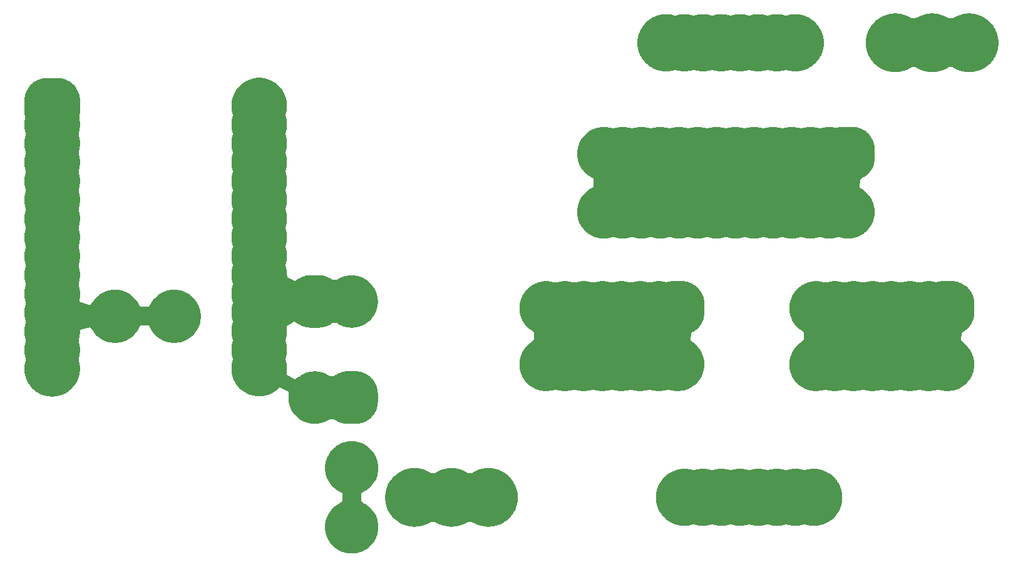
<source format=gbr>
%TF.GenerationSoftware,KiCad,Pcbnew,9.0.0*%
%TF.CreationDate,2025-03-07T14:01:18-07:00*%
%TF.ProjectId,Cntrlr-Turnout,436e7472-6c72-42d5-9475-726e6f75742e,rev?*%
%TF.SameCoordinates,Original*%
%TF.FileFunction,Soldermask,Bot*%
%TF.FilePolarity,Negative*%
%FSLAX46Y46*%
G04 Gerber Fmt 4.6, Leading zero omitted, Abs format (unit mm)*
G04 Created by KiCad (PCBNEW 9.0.0) date 2025-03-07 14:01:18*
%MOMM*%
%LPD*%
G01*
G04 APERTURE LIST*
G04 APERTURE END LIST*
G36*
X123437060Y-113816121D02*
G01*
X123570294Y-113827778D01*
X123589128Y-113831098D01*
X123628817Y-113835008D01*
X123765590Y-113862213D01*
X123879841Y-113882359D01*
X123917218Y-113892374D01*
X123975701Y-113904007D01*
X124089753Y-113938604D01*
X124183460Y-113963713D01*
X124238177Y-113983628D01*
X124314151Y-114006675D01*
X124405823Y-114044647D01*
X124478826Y-114071218D01*
X124549237Y-114104051D01*
X124640909Y-114142023D01*
X124710923Y-114179446D01*
X124763701Y-114204057D01*
X124847728Y-114252570D01*
X124952826Y-114308746D01*
X125002395Y-114341867D01*
X125035912Y-114361218D01*
X125130967Y-114427776D01*
X125246900Y-114505240D01*
X125277719Y-114530533D01*
X125293395Y-114541509D01*
X125395902Y-114627523D01*
X125520298Y-114729612D01*
X125770388Y-114979702D01*
X125872484Y-115104106D01*
X125958490Y-115206604D01*
X125969464Y-115222277D01*
X125994760Y-115253100D01*
X126072230Y-115369042D01*
X126138781Y-115464087D01*
X126158129Y-115497600D01*
X126191254Y-115547174D01*
X126247435Y-115652281D01*
X126295942Y-115736298D01*
X126320549Y-115789068D01*
X126357977Y-115859091D01*
X126395953Y-115950773D01*
X126428781Y-116021173D01*
X126455347Y-116094163D01*
X126493325Y-116185849D01*
X126516374Y-116261833D01*
X126536286Y-116316539D01*
X126561389Y-116410225D01*
X126595993Y-116524299D01*
X126607627Y-116582792D01*
X126617640Y-116620158D01*
X126637779Y-116734373D01*
X126664992Y-116871183D01*
X126668902Y-116910882D01*
X126672221Y-116929705D01*
X126683874Y-117062894D01*
X126699659Y-117223160D01*
X126699659Y-117576840D01*
X126683873Y-117737113D01*
X126672221Y-117870294D01*
X126668902Y-117889115D01*
X126664992Y-117928817D01*
X126637778Y-118065631D01*
X126617641Y-118179836D01*
X126607630Y-118217193D01*
X126595993Y-118275701D01*
X126561367Y-118389847D01*
X126412682Y-118944731D01*
X126072271Y-119430895D01*
X125994760Y-119546900D01*
X125969461Y-119577726D01*
X125958491Y-119593394D01*
X125872517Y-119695853D01*
X125770388Y-119820298D01*
X125520298Y-120070388D01*
X125395848Y-120172521D01*
X125293395Y-120258490D01*
X125277728Y-120269460D01*
X125246900Y-120294760D01*
X125130931Y-120372247D01*
X125035916Y-120438778D01*
X125002413Y-120458120D01*
X124952826Y-120491254D01*
X124847693Y-120547448D01*
X124371031Y-120822650D01*
X124371031Y-121977350D01*
X124847709Y-122252560D01*
X124952826Y-122308746D01*
X125002402Y-122341872D01*
X125035916Y-122361221D01*
X125130963Y-122427773D01*
X125246900Y-122505240D01*
X125277719Y-122530533D01*
X125293395Y-122541509D01*
X125395902Y-122627523D01*
X125520298Y-122729612D01*
X125770388Y-122979702D01*
X125872489Y-123104112D01*
X125958494Y-123206609D01*
X125969468Y-123222282D01*
X125994760Y-123253100D01*
X126072208Y-123369009D01*
X126412681Y-123855254D01*
X126561384Y-124410210D01*
X126595993Y-124524299D01*
X126607625Y-124582780D01*
X126617640Y-124620154D01*
X126637782Y-124734392D01*
X126664992Y-124871183D01*
X126668902Y-124910881D01*
X126672221Y-124929705D01*
X126683874Y-125062894D01*
X126699659Y-125223160D01*
X126699659Y-125576840D01*
X126683873Y-125737113D01*
X126672221Y-125870294D01*
X126668902Y-125889115D01*
X126664992Y-125928817D01*
X126637777Y-126065634D01*
X126617640Y-126179841D01*
X126607628Y-126217203D01*
X126595993Y-126275701D01*
X126561386Y-126389782D01*
X126536286Y-126483460D01*
X126516376Y-126538160D01*
X126493325Y-126614151D01*
X126455344Y-126705843D01*
X126428781Y-126778826D01*
X126395956Y-126849217D01*
X126357977Y-126940909D01*
X126320545Y-127010938D01*
X126295942Y-127063701D01*
X126247442Y-127147704D01*
X126191254Y-127252826D01*
X126158125Y-127302406D01*
X126138781Y-127335912D01*
X126072244Y-127430935D01*
X125994760Y-127546900D01*
X125969460Y-127577727D01*
X125958490Y-127593395D01*
X125872521Y-127695848D01*
X125770388Y-127820298D01*
X125520298Y-128070388D01*
X125395848Y-128172521D01*
X125293395Y-128258490D01*
X125277727Y-128269460D01*
X125246900Y-128294760D01*
X125130935Y-128372244D01*
X125035912Y-128438781D01*
X125002406Y-128458125D01*
X124952826Y-128491254D01*
X124847704Y-128547442D01*
X124763701Y-128595942D01*
X124710938Y-128620545D01*
X124640909Y-128657977D01*
X124549217Y-128695956D01*
X124478826Y-128728781D01*
X124405843Y-128755344D01*
X124314151Y-128793325D01*
X124238160Y-128816376D01*
X124183460Y-128836286D01*
X124089782Y-128861386D01*
X123975701Y-128895993D01*
X123917203Y-128907628D01*
X123879841Y-128917640D01*
X123765634Y-128937777D01*
X123628817Y-128964992D01*
X123589115Y-128968902D01*
X123570294Y-128972221D01*
X123437113Y-128983873D01*
X123276840Y-128999659D01*
X122923160Y-128999659D01*
X122762891Y-128983873D01*
X122629705Y-128972221D01*
X122610882Y-128968902D01*
X122571183Y-128964992D01*
X122434373Y-128937779D01*
X122320158Y-128917640D01*
X122282792Y-128907627D01*
X122224299Y-128895993D01*
X122110225Y-128861389D01*
X122016539Y-128836286D01*
X121961833Y-128816374D01*
X121885849Y-128793325D01*
X121794163Y-128755347D01*
X121721173Y-128728781D01*
X121650773Y-128695953D01*
X121559091Y-128657977D01*
X121489068Y-128620549D01*
X121436298Y-128595942D01*
X121352281Y-128547435D01*
X121247174Y-128491254D01*
X121197600Y-128458129D01*
X121164087Y-128438781D01*
X121069042Y-128372230D01*
X120953100Y-128294760D01*
X120922277Y-128269464D01*
X120906604Y-128258490D01*
X120804106Y-128172484D01*
X120679702Y-128070388D01*
X120429612Y-127820298D01*
X120327523Y-127695902D01*
X120241509Y-127593395D01*
X120230533Y-127577719D01*
X120205240Y-127546900D01*
X120127776Y-127430967D01*
X120061218Y-127335912D01*
X120041867Y-127302395D01*
X120008746Y-127252826D01*
X119952570Y-127147728D01*
X119904057Y-127063701D01*
X119879446Y-127010923D01*
X119842023Y-126940909D01*
X119804051Y-126849237D01*
X119771218Y-126778826D01*
X119744647Y-126705823D01*
X119706675Y-126614151D01*
X119683628Y-126538177D01*
X119663713Y-126483460D01*
X119638604Y-126389753D01*
X119604007Y-126275701D01*
X119592374Y-126217218D01*
X119582359Y-126179841D01*
X119562213Y-126065590D01*
X119535008Y-125928817D01*
X119531098Y-125889128D01*
X119527778Y-125870294D01*
X119516121Y-125737060D01*
X119500341Y-125576840D01*
X119500341Y-125223160D01*
X119516120Y-125062947D01*
X119527778Y-124929705D01*
X119531099Y-124910869D01*
X119535008Y-124871183D01*
X119562212Y-124734417D01*
X119582359Y-124620158D01*
X119592374Y-124582777D01*
X119604007Y-124524299D01*
X119638602Y-124410253D01*
X119663713Y-124316539D01*
X119683630Y-124261816D01*
X119706675Y-124185849D01*
X119744644Y-124094183D01*
X119771218Y-124021173D01*
X119804054Y-123950753D01*
X119842023Y-123859091D01*
X119879442Y-123789083D01*
X119904057Y-123736298D01*
X119952577Y-123652258D01*
X120008746Y-123547174D01*
X120041862Y-123497611D01*
X120061218Y-123464087D01*
X120127790Y-123369011D01*
X120205240Y-123253100D01*
X120230528Y-123222286D01*
X120241509Y-123206604D01*
X120327560Y-123104052D01*
X120429612Y-122979702D01*
X120679702Y-122729612D01*
X120804052Y-122627560D01*
X120906604Y-122541509D01*
X120922286Y-122530528D01*
X120953100Y-122505240D01*
X121069014Y-122427788D01*
X121164083Y-122361221D01*
X121197604Y-122341867D01*
X121247174Y-122308746D01*
X121352269Y-122252571D01*
X121828968Y-121977349D01*
X121828968Y-120822651D01*
X121352286Y-120547437D01*
X121247174Y-120491254D01*
X121197593Y-120458125D01*
X121164083Y-120438778D01*
X121069046Y-120372232D01*
X120953100Y-120294760D01*
X120922277Y-120269464D01*
X120906604Y-120258490D01*
X120804106Y-120172484D01*
X120679702Y-120070388D01*
X120429612Y-119820298D01*
X120327523Y-119695902D01*
X120241509Y-119593395D01*
X120230533Y-119577719D01*
X120205240Y-119546900D01*
X120127776Y-119430967D01*
X120061218Y-119335912D01*
X120041867Y-119302395D01*
X120008746Y-119252826D01*
X119952570Y-119147728D01*
X119904057Y-119063701D01*
X119879446Y-119010923D01*
X119842023Y-118940909D01*
X119804051Y-118849237D01*
X119771218Y-118778826D01*
X119744647Y-118705823D01*
X119706675Y-118614151D01*
X119683628Y-118538177D01*
X119663713Y-118483460D01*
X119638604Y-118389753D01*
X119604007Y-118275701D01*
X119592374Y-118217218D01*
X119582359Y-118179841D01*
X119562213Y-118065590D01*
X119535008Y-117928817D01*
X119531098Y-117889128D01*
X119527778Y-117870294D01*
X119516121Y-117737060D01*
X119500341Y-117576840D01*
X119500341Y-117223160D01*
X119516120Y-117062947D01*
X119527778Y-116929705D01*
X119531099Y-116910869D01*
X119535008Y-116871183D01*
X119562212Y-116734417D01*
X119582359Y-116620158D01*
X119592374Y-116582777D01*
X119604007Y-116524299D01*
X119638602Y-116410253D01*
X119663713Y-116316539D01*
X119683630Y-116261816D01*
X119706675Y-116185849D01*
X119744644Y-116094183D01*
X119771218Y-116021173D01*
X119804054Y-115950753D01*
X119842023Y-115859091D01*
X119879442Y-115789083D01*
X119904057Y-115736298D01*
X119952577Y-115652258D01*
X120008746Y-115547174D01*
X120041862Y-115497611D01*
X120061218Y-115464087D01*
X120127790Y-115369011D01*
X120205240Y-115253100D01*
X120230528Y-115222286D01*
X120241509Y-115206604D01*
X120327560Y-115104052D01*
X120429612Y-114979702D01*
X120679702Y-114729612D01*
X120804052Y-114627560D01*
X120906604Y-114541509D01*
X120922286Y-114530528D01*
X120953100Y-114505240D01*
X121069011Y-114427790D01*
X121164087Y-114361218D01*
X121197611Y-114341862D01*
X121247174Y-114308746D01*
X121352258Y-114252577D01*
X121436298Y-114204057D01*
X121489083Y-114179442D01*
X121559091Y-114142023D01*
X121650753Y-114104054D01*
X121721173Y-114071218D01*
X121794183Y-114044644D01*
X121885849Y-114006675D01*
X121961816Y-113983630D01*
X122016539Y-113963713D01*
X122110253Y-113938602D01*
X122224299Y-113904007D01*
X122282777Y-113892374D01*
X122320158Y-113882359D01*
X122434417Y-113862212D01*
X122571183Y-113835008D01*
X122610869Y-113831099D01*
X122629705Y-113827778D01*
X122762943Y-113816121D01*
X122923160Y-113800341D01*
X123276840Y-113800341D01*
X123437060Y-113816121D01*
G37*
G36*
X131773947Y-117429788D02*
G01*
X131795044Y-117429788D01*
X131962825Y-117446312D01*
X132118720Y-117459952D01*
X132140754Y-117463837D01*
X132183254Y-117468023D01*
X132329696Y-117497152D01*
X132460140Y-117520153D01*
X132502821Y-117531589D01*
X132565846Y-117544126D01*
X132688768Y-117581413D01*
X132795020Y-117609884D01*
X132857054Y-117632462D01*
X132939137Y-117657362D01*
X133038172Y-117698384D01*
X133120800Y-117728458D01*
X133200500Y-117765623D01*
X133299531Y-117806643D01*
X133375167Y-117847071D01*
X133435011Y-117874977D01*
X133530284Y-117929983D01*
X133643558Y-117990529D01*
X133696985Y-118026227D01*
X133832051Y-118104208D01*
X134367949Y-118104208D01*
X134503017Y-118026226D01*
X134556442Y-117990529D01*
X134669705Y-117929988D01*
X134764988Y-117874977D01*
X134824838Y-117847068D01*
X134900469Y-117806643D01*
X134999490Y-117765626D01*
X135079199Y-117728458D01*
X135161834Y-117698381D01*
X135260863Y-117657362D01*
X135342939Y-117632464D01*
X135404979Y-117609884D01*
X135511239Y-117581411D01*
X135634154Y-117544126D01*
X135697174Y-117531590D01*
X135739859Y-117520153D01*
X135870311Y-117497150D01*
X136016746Y-117468023D01*
X136059243Y-117463837D01*
X136081279Y-117459952D01*
X136237178Y-117446312D01*
X136404956Y-117429788D01*
X136426053Y-117429788D01*
X136426659Y-117429735D01*
X136773341Y-117429735D01*
X136773947Y-117429788D01*
X136795044Y-117429788D01*
X136962825Y-117446312D01*
X137118720Y-117459952D01*
X137140754Y-117463837D01*
X137183254Y-117468023D01*
X137329696Y-117497152D01*
X137460140Y-117520153D01*
X137502821Y-117531589D01*
X137565846Y-117544126D01*
X137688768Y-117581413D01*
X137795020Y-117609884D01*
X137857054Y-117632462D01*
X137939137Y-117657362D01*
X138038172Y-117698384D01*
X138120800Y-117728458D01*
X138200500Y-117765623D01*
X138299531Y-117806643D01*
X138375167Y-117847071D01*
X138435011Y-117874977D01*
X138530284Y-117929983D01*
X138643558Y-117990529D01*
X138696985Y-118026227D01*
X138832051Y-118104208D01*
X139367949Y-118104208D01*
X139503017Y-118026226D01*
X139556442Y-117990529D01*
X139669705Y-117929988D01*
X139764988Y-117874977D01*
X139824838Y-117847068D01*
X139900469Y-117806643D01*
X139999490Y-117765626D01*
X140079199Y-117728458D01*
X140161834Y-117698381D01*
X140260863Y-117657362D01*
X140342939Y-117632464D01*
X140404979Y-117609884D01*
X140511239Y-117581411D01*
X140634154Y-117544126D01*
X140697174Y-117531590D01*
X140739859Y-117520153D01*
X140870311Y-117497150D01*
X141016746Y-117468023D01*
X141059243Y-117463837D01*
X141081279Y-117459952D01*
X141237178Y-117446312D01*
X141404956Y-117429788D01*
X141426053Y-117429788D01*
X141426659Y-117429735D01*
X141773341Y-117429735D01*
X141773947Y-117429788D01*
X141795044Y-117429788D01*
X141962825Y-117446312D01*
X142118720Y-117459952D01*
X142140754Y-117463837D01*
X142183254Y-117468023D01*
X142329696Y-117497152D01*
X142460140Y-117520153D01*
X142502821Y-117531589D01*
X142565846Y-117544126D01*
X142688768Y-117581413D01*
X142795020Y-117609884D01*
X142857054Y-117632462D01*
X142939137Y-117657362D01*
X143038172Y-117698384D01*
X143120800Y-117728458D01*
X143200500Y-117765623D01*
X143299531Y-117806643D01*
X143375167Y-117847071D01*
X143435011Y-117874977D01*
X143530287Y-117929984D01*
X143643558Y-117990529D01*
X143696981Y-118026224D01*
X143735256Y-118048323D01*
X143843786Y-118124317D01*
X143967905Y-118207250D01*
X144000906Y-118234333D01*
X144019243Y-118247173D01*
X144139156Y-118347792D01*
X144269447Y-118454719D01*
X144284363Y-118469635D01*
X144284830Y-118470027D01*
X144529972Y-118715169D01*
X144530363Y-118715635D01*
X144545281Y-118730553D01*
X144652214Y-118860851D01*
X144752826Y-118980756D01*
X144765664Y-118999090D01*
X144792750Y-119032095D01*
X144875688Y-119156222D01*
X144951676Y-119264743D01*
X144973771Y-119303014D01*
X145009471Y-119356442D01*
X145070020Y-119469722D01*
X145125022Y-119564988D01*
X145152924Y-119624824D01*
X145193357Y-119700469D01*
X145234381Y-119799509D01*
X145271541Y-119879199D01*
X145301610Y-119961814D01*
X145342638Y-120060863D01*
X145367540Y-120142955D01*
X145390115Y-120204979D01*
X145418579Y-120311210D01*
X145455874Y-120434154D01*
X145468412Y-120497188D01*
X145479846Y-120539859D01*
X145502840Y-120670266D01*
X145531977Y-120816746D01*
X145536163Y-120859256D01*
X145540047Y-120881279D01*
X145553682Y-121037132D01*
X145570212Y-121204956D01*
X145570212Y-121226052D01*
X145570265Y-121226658D01*
X145570265Y-121573341D01*
X145570212Y-121573946D01*
X145570212Y-121595044D01*
X145553682Y-121762875D01*
X145540047Y-121918720D01*
X145536164Y-121940741D01*
X145531977Y-121983254D01*
X145502838Y-122129740D01*
X145479846Y-122260140D01*
X145468413Y-122302807D01*
X145455874Y-122365846D01*
X145418577Y-122488796D01*
X145390115Y-122595020D01*
X145367542Y-122657038D01*
X145342638Y-122739137D01*
X145301607Y-122838192D01*
X145271541Y-122920800D01*
X145234384Y-123000481D01*
X145193357Y-123099531D01*
X145152920Y-123175182D01*
X145125022Y-123235011D01*
X145070027Y-123330264D01*
X145009471Y-123443558D01*
X144973767Y-123496992D01*
X144951676Y-123535256D01*
X144875703Y-123643755D01*
X144792750Y-123767905D01*
X144765659Y-123800914D01*
X144752826Y-123819243D01*
X144652251Y-123939102D01*
X144545281Y-124069447D01*
X144530357Y-124084370D01*
X144529972Y-124084830D01*
X144284830Y-124329972D01*
X144284370Y-124330357D01*
X144269447Y-124345281D01*
X144139102Y-124452251D01*
X144019243Y-124552826D01*
X144000914Y-124565659D01*
X143967905Y-124592750D01*
X143843755Y-124675703D01*
X143735256Y-124751676D01*
X143696992Y-124773767D01*
X143643558Y-124809471D01*
X143530264Y-124870027D01*
X143435011Y-124925022D01*
X143375182Y-124952920D01*
X143299531Y-124993357D01*
X143200481Y-125034384D01*
X143120800Y-125071541D01*
X143038192Y-125101607D01*
X142939137Y-125142638D01*
X142857038Y-125167542D01*
X142795020Y-125190115D01*
X142688796Y-125218577D01*
X142565846Y-125255874D01*
X142502807Y-125268413D01*
X142460140Y-125279846D01*
X142329740Y-125302838D01*
X142183254Y-125331977D01*
X142140741Y-125336164D01*
X142118720Y-125340047D01*
X141962875Y-125353682D01*
X141795044Y-125370212D01*
X141773947Y-125370212D01*
X141773341Y-125370265D01*
X141426659Y-125370265D01*
X141426053Y-125370212D01*
X141404956Y-125370212D01*
X141237129Y-125353682D01*
X141081279Y-125340047D01*
X141059256Y-125336163D01*
X141016746Y-125331977D01*
X140870266Y-125302840D01*
X140739859Y-125279846D01*
X140697188Y-125268412D01*
X140634154Y-125255874D01*
X140511210Y-125218579D01*
X140404979Y-125190115D01*
X140342955Y-125167540D01*
X140260863Y-125142638D01*
X140161814Y-125101610D01*
X140079199Y-125071541D01*
X139999507Y-125034380D01*
X139900469Y-124993357D01*
X139824829Y-124952927D01*
X139764987Y-124925022D01*
X139669721Y-124870020D01*
X139556442Y-124809471D01*
X139503004Y-124773765D01*
X139367950Y-124695791D01*
X138832050Y-124695791D01*
X138696998Y-124773763D01*
X138643558Y-124809471D01*
X138530268Y-124870025D01*
X138435012Y-124925022D01*
X138375176Y-124952923D01*
X138299531Y-124993357D01*
X138200483Y-125034383D01*
X138120800Y-125071541D01*
X138038192Y-125101607D01*
X137939137Y-125142638D01*
X137857038Y-125167542D01*
X137795020Y-125190115D01*
X137688796Y-125218577D01*
X137565846Y-125255874D01*
X137502807Y-125268413D01*
X137460140Y-125279846D01*
X137329740Y-125302838D01*
X137183254Y-125331977D01*
X137140741Y-125336164D01*
X137118720Y-125340047D01*
X136962875Y-125353682D01*
X136795044Y-125370212D01*
X136773947Y-125370212D01*
X136773341Y-125370265D01*
X136426659Y-125370265D01*
X136426053Y-125370212D01*
X136404956Y-125370212D01*
X136237129Y-125353682D01*
X136081279Y-125340047D01*
X136059256Y-125336163D01*
X136016746Y-125331977D01*
X135870266Y-125302840D01*
X135739859Y-125279846D01*
X135697188Y-125268412D01*
X135634154Y-125255874D01*
X135511210Y-125218579D01*
X135404979Y-125190115D01*
X135342955Y-125167540D01*
X135260863Y-125142638D01*
X135161814Y-125101610D01*
X135079199Y-125071541D01*
X134999507Y-125034380D01*
X134900469Y-124993357D01*
X134824829Y-124952927D01*
X134764987Y-124925022D01*
X134669721Y-124870020D01*
X134556442Y-124809471D01*
X134503004Y-124773765D01*
X134367950Y-124695791D01*
X133832050Y-124695791D01*
X133696998Y-124773763D01*
X133643558Y-124809471D01*
X133530268Y-124870025D01*
X133435012Y-124925022D01*
X133375176Y-124952923D01*
X133299531Y-124993357D01*
X133200483Y-125034383D01*
X133120800Y-125071541D01*
X133038192Y-125101607D01*
X132939137Y-125142638D01*
X132857038Y-125167542D01*
X132795020Y-125190115D01*
X132688796Y-125218577D01*
X132565846Y-125255874D01*
X132502807Y-125268413D01*
X132460140Y-125279846D01*
X132329740Y-125302838D01*
X132183254Y-125331977D01*
X132140741Y-125336164D01*
X132118720Y-125340047D01*
X131962875Y-125353682D01*
X131795044Y-125370212D01*
X131773947Y-125370212D01*
X131773341Y-125370265D01*
X131426659Y-125370265D01*
X131426053Y-125370212D01*
X131404956Y-125370212D01*
X131237129Y-125353682D01*
X131081279Y-125340047D01*
X131059256Y-125336163D01*
X131016746Y-125331977D01*
X130870266Y-125302840D01*
X130739859Y-125279846D01*
X130697188Y-125268412D01*
X130634154Y-125255874D01*
X130511210Y-125218579D01*
X130404979Y-125190115D01*
X130342955Y-125167540D01*
X130260863Y-125142638D01*
X130161814Y-125101610D01*
X130079199Y-125071541D01*
X129999509Y-125034381D01*
X129900469Y-124993357D01*
X129824824Y-124952924D01*
X129764988Y-124925022D01*
X129669722Y-124870020D01*
X129556442Y-124809471D01*
X129503014Y-124773771D01*
X129464743Y-124751676D01*
X129356222Y-124675688D01*
X129232095Y-124592750D01*
X129199090Y-124565664D01*
X129180756Y-124552826D01*
X129060851Y-124452214D01*
X128930553Y-124345281D01*
X128915635Y-124330363D01*
X128915169Y-124329972D01*
X128670027Y-124084830D01*
X128669635Y-124084363D01*
X128654719Y-124069447D01*
X128547797Y-123939162D01*
X128447177Y-123819248D01*
X128434337Y-123800910D01*
X128407250Y-123767905D01*
X128324308Y-123643773D01*
X127946210Y-123103794D01*
X127781414Y-122488769D01*
X127744126Y-122365846D01*
X127731589Y-122302821D01*
X127720153Y-122260140D01*
X127697152Y-122129696D01*
X127668023Y-121983254D01*
X127663837Y-121940754D01*
X127659952Y-121918720D01*
X127646312Y-121762825D01*
X127629788Y-121595044D01*
X127629788Y-121573946D01*
X127629735Y-121573341D01*
X127629735Y-121226658D01*
X127629788Y-121226052D01*
X127629788Y-121204956D01*
X127646312Y-121037182D01*
X127659952Y-120881279D01*
X127663837Y-120859243D01*
X127668023Y-120816746D01*
X127697148Y-120670325D01*
X127720153Y-120539856D01*
X127731592Y-120497161D01*
X127744126Y-120434154D01*
X127781402Y-120311270D01*
X127946210Y-119696197D01*
X128324357Y-119156152D01*
X128407250Y-119032095D01*
X128434328Y-118999099D01*
X128447171Y-118980759D01*
X128547817Y-118860812D01*
X128654719Y-118730553D01*
X128669630Y-118715641D01*
X128670027Y-118715169D01*
X128915169Y-118470027D01*
X128915641Y-118469630D01*
X128930553Y-118454719D01*
X129060797Y-118347830D01*
X129180756Y-118247173D01*
X129199099Y-118234328D01*
X129232095Y-118207250D01*
X129356191Y-118124331D01*
X129464743Y-118048323D01*
X129503025Y-118026220D01*
X129556442Y-117990529D01*
X129669699Y-117929991D01*
X129764988Y-117874977D01*
X129824838Y-117847068D01*
X129900469Y-117806643D01*
X129999490Y-117765626D01*
X130079199Y-117728458D01*
X130161834Y-117698381D01*
X130260863Y-117657362D01*
X130342939Y-117632464D01*
X130404979Y-117609884D01*
X130511239Y-117581411D01*
X130634154Y-117544126D01*
X130697174Y-117531590D01*
X130739859Y-117520153D01*
X130870311Y-117497150D01*
X131016746Y-117468023D01*
X131059243Y-117463837D01*
X131081279Y-117459952D01*
X131237178Y-117446312D01*
X131404956Y-117429788D01*
X131426053Y-117429788D01*
X131426659Y-117429735D01*
X131773341Y-117429735D01*
X131773947Y-117429788D01*
G37*
G36*
X168268768Y-117541054D02*
G01*
X168289578Y-117541054D01*
X168455016Y-117557348D01*
X168604177Y-117570398D01*
X168625266Y-117574116D01*
X168666908Y-117578218D01*
X168810437Y-117606767D01*
X168936035Y-117628914D01*
X168977120Y-117639922D01*
X169038778Y-117652187D01*
X169159016Y-117688660D01*
X169218350Y-117704559D01*
X169481650Y-117704559D01*
X169540984Y-117688660D01*
X169661222Y-117652187D01*
X169722876Y-117639923D01*
X169763964Y-117628914D01*
X169889570Y-117606766D01*
X170033092Y-117578218D01*
X170074731Y-117574116D01*
X170095822Y-117570398D01*
X170244988Y-117557347D01*
X170410422Y-117541054D01*
X170431232Y-117541054D01*
X170431518Y-117541029D01*
X170768482Y-117541029D01*
X170768768Y-117541054D01*
X170789578Y-117541054D01*
X170955016Y-117557348D01*
X171104177Y-117570398D01*
X171125266Y-117574116D01*
X171166908Y-117578218D01*
X171310437Y-117606767D01*
X171436035Y-117628914D01*
X171477120Y-117639922D01*
X171538778Y-117652187D01*
X171659016Y-117688660D01*
X171718350Y-117704559D01*
X171981650Y-117704559D01*
X172040984Y-117688660D01*
X172161222Y-117652187D01*
X172222876Y-117639923D01*
X172263964Y-117628914D01*
X172389570Y-117606766D01*
X172533092Y-117578218D01*
X172574731Y-117574116D01*
X172595822Y-117570398D01*
X172744988Y-117557347D01*
X172910422Y-117541054D01*
X172931232Y-117541054D01*
X172931518Y-117541029D01*
X173268482Y-117541029D01*
X173268768Y-117541054D01*
X173289578Y-117541054D01*
X173455016Y-117557348D01*
X173604177Y-117570398D01*
X173625266Y-117574116D01*
X173666908Y-117578218D01*
X173810437Y-117606767D01*
X173936035Y-117628914D01*
X173977120Y-117639922D01*
X174038778Y-117652187D01*
X174159016Y-117688660D01*
X174218350Y-117704559D01*
X174481650Y-117704559D01*
X174540984Y-117688660D01*
X174661222Y-117652187D01*
X174722876Y-117639923D01*
X174763964Y-117628914D01*
X174889570Y-117606766D01*
X175033092Y-117578218D01*
X175074731Y-117574116D01*
X175095822Y-117570398D01*
X175244988Y-117557347D01*
X175410422Y-117541054D01*
X175431232Y-117541054D01*
X175431518Y-117541029D01*
X175768482Y-117541029D01*
X175768768Y-117541054D01*
X175789578Y-117541054D01*
X175955016Y-117557348D01*
X176104177Y-117570398D01*
X176125266Y-117574116D01*
X176166908Y-117578218D01*
X176310437Y-117606767D01*
X176436035Y-117628914D01*
X176477120Y-117639922D01*
X176538778Y-117652187D01*
X176659016Y-117688660D01*
X176718350Y-117704559D01*
X176981650Y-117704559D01*
X177040984Y-117688660D01*
X177161222Y-117652187D01*
X177222876Y-117639923D01*
X177263964Y-117628914D01*
X177389570Y-117606766D01*
X177533092Y-117578218D01*
X177574731Y-117574116D01*
X177595822Y-117570398D01*
X177744988Y-117557347D01*
X177910422Y-117541054D01*
X177931232Y-117541054D01*
X177931518Y-117541029D01*
X178268482Y-117541029D01*
X178268768Y-117541054D01*
X178289578Y-117541054D01*
X178455016Y-117557348D01*
X178604177Y-117570398D01*
X178625266Y-117574116D01*
X178666908Y-117578218D01*
X178810437Y-117606767D01*
X178936035Y-117628914D01*
X178977120Y-117639922D01*
X179038778Y-117652187D01*
X179159016Y-117688660D01*
X179218350Y-117704559D01*
X179481650Y-117704559D01*
X179540984Y-117688660D01*
X179661222Y-117652187D01*
X179722876Y-117639923D01*
X179763964Y-117628914D01*
X179889570Y-117606766D01*
X180033092Y-117578218D01*
X180074731Y-117574116D01*
X180095822Y-117570398D01*
X180244988Y-117557347D01*
X180410422Y-117541054D01*
X180431232Y-117541054D01*
X180431518Y-117541029D01*
X180768482Y-117541029D01*
X180768768Y-117541054D01*
X180789578Y-117541054D01*
X180955016Y-117557348D01*
X181104177Y-117570398D01*
X181125266Y-117574116D01*
X181166908Y-117578218D01*
X181310437Y-117606767D01*
X181436035Y-117628914D01*
X181477120Y-117639922D01*
X181538778Y-117652187D01*
X181659016Y-117688660D01*
X181718350Y-117704559D01*
X181981650Y-117704559D01*
X182040984Y-117688660D01*
X182161222Y-117652187D01*
X182222876Y-117639923D01*
X182263964Y-117628914D01*
X182389570Y-117606766D01*
X182533092Y-117578218D01*
X182574731Y-117574116D01*
X182595822Y-117570398D01*
X182744988Y-117557347D01*
X182910422Y-117541054D01*
X182931232Y-117541054D01*
X182931518Y-117541029D01*
X183268482Y-117541029D01*
X183268768Y-117541054D01*
X183289578Y-117541054D01*
X183455016Y-117557348D01*
X183604177Y-117570398D01*
X183625266Y-117574116D01*
X183666908Y-117578218D01*
X183810437Y-117606767D01*
X183936035Y-117628914D01*
X183977120Y-117639922D01*
X184038778Y-117652187D01*
X184159016Y-117688660D01*
X184218350Y-117704559D01*
X184481650Y-117704559D01*
X184540984Y-117688660D01*
X184661222Y-117652187D01*
X184722876Y-117639923D01*
X184763964Y-117628914D01*
X184889570Y-117606766D01*
X185033092Y-117578218D01*
X185074731Y-117574116D01*
X185095822Y-117570398D01*
X185244988Y-117557347D01*
X185410422Y-117541054D01*
X185431232Y-117541054D01*
X185431518Y-117541029D01*
X185768482Y-117541029D01*
X185768768Y-117541054D01*
X185789578Y-117541054D01*
X185955016Y-117557348D01*
X186104177Y-117570398D01*
X186125265Y-117574116D01*
X186166908Y-117578218D01*
X186310447Y-117606769D01*
X186436033Y-117628914D01*
X186477111Y-117639920D01*
X186538778Y-117652187D01*
X186659036Y-117688667D01*
X186761520Y-117716127D01*
X186821360Y-117737907D01*
X186901608Y-117762250D01*
X186998436Y-117802357D01*
X187078174Y-117831380D01*
X187155080Y-117867242D01*
X187251902Y-117907347D01*
X187325850Y-117946873D01*
X187383567Y-117973787D01*
X187475466Y-118026844D01*
X187586287Y-118086080D01*
X187638552Y-118121002D01*
X187675401Y-118142277D01*
X187779879Y-118215434D01*
X187901544Y-118296727D01*
X187933894Y-118323276D01*
X187951433Y-118335557D01*
X188066139Y-118431807D01*
X188194635Y-118537261D01*
X188209345Y-118551971D01*
X188209563Y-118552154D01*
X188447845Y-118790436D01*
X188448027Y-118790653D01*
X188462739Y-118805365D01*
X188568199Y-118933869D01*
X188664442Y-119048566D01*
X188676721Y-119066103D01*
X188703273Y-119098456D01*
X188784572Y-119220129D01*
X188857722Y-119324598D01*
X188878994Y-119361442D01*
X188913920Y-119413713D01*
X188973160Y-119524543D01*
X189026212Y-119616432D01*
X189053122Y-119674142D01*
X189092653Y-119748098D01*
X189132761Y-119844929D01*
X189168619Y-119921825D01*
X189197636Y-120001550D01*
X189237750Y-120098392D01*
X189262095Y-120178649D01*
X189283872Y-120238479D01*
X189311326Y-120340942D01*
X189347813Y-120461222D01*
X189360081Y-120522898D01*
X189371085Y-120563966D01*
X189393223Y-120689516D01*
X189421782Y-120833092D01*
X189425884Y-120874744D01*
X189429601Y-120895822D01*
X189442647Y-121044941D01*
X189458946Y-121210422D01*
X189458946Y-121231231D01*
X189458971Y-121231517D01*
X189458971Y-121568482D01*
X189458946Y-121568767D01*
X189458946Y-121589578D01*
X189442646Y-121755066D01*
X189429601Y-121904177D01*
X189425884Y-121925252D01*
X189421782Y-121966908D01*
X189393221Y-122110491D01*
X189371085Y-122236033D01*
X189360081Y-122277097D01*
X189347813Y-122338778D01*
X189311324Y-122459065D01*
X189283872Y-122561520D01*
X189262097Y-122621344D01*
X189237750Y-122701608D01*
X189197633Y-122798456D01*
X189168619Y-122878174D01*
X189132765Y-122955061D01*
X189092653Y-123051902D01*
X189053119Y-123125864D01*
X189026212Y-123183567D01*
X188973167Y-123275442D01*
X188913920Y-123386287D01*
X188878989Y-123438563D01*
X188857722Y-123475401D01*
X188784586Y-123579848D01*
X188703273Y-123701544D01*
X188676716Y-123733902D01*
X188664442Y-123751433D01*
X188568237Y-123866085D01*
X188462739Y-123994635D01*
X188448022Y-124009351D01*
X188447845Y-124009563D01*
X188209563Y-124247845D01*
X188209351Y-124248022D01*
X188194635Y-124262739D01*
X188066085Y-124368237D01*
X187951433Y-124464442D01*
X187933902Y-124476716D01*
X187901544Y-124503273D01*
X187779848Y-124584586D01*
X187675401Y-124657722D01*
X187638563Y-124678989D01*
X187586287Y-124713920D01*
X187475442Y-124773167D01*
X187383567Y-124826212D01*
X187325864Y-124853119D01*
X187251902Y-124892653D01*
X187155061Y-124932765D01*
X187078174Y-124968619D01*
X186998456Y-124997633D01*
X186901608Y-125037750D01*
X186821344Y-125062097D01*
X186761520Y-125083872D01*
X186659065Y-125111324D01*
X186538778Y-125147813D01*
X186477097Y-125160081D01*
X186436033Y-125171085D01*
X186310491Y-125193221D01*
X186166908Y-125221782D01*
X186125252Y-125225884D01*
X186104177Y-125229601D01*
X185955066Y-125242646D01*
X185789578Y-125258946D01*
X185768768Y-125258946D01*
X185768482Y-125258971D01*
X185431518Y-125258971D01*
X185431232Y-125258946D01*
X185410422Y-125258946D01*
X185244937Y-125242647D01*
X185095822Y-125229601D01*
X185074744Y-125225884D01*
X185033092Y-125221782D01*
X184889538Y-125193227D01*
X184763967Y-125171086D01*
X184722889Y-125160079D01*
X184661222Y-125147813D01*
X184540945Y-125111327D01*
X184481652Y-125095440D01*
X184218348Y-125095440D01*
X184159055Y-125111327D01*
X184038778Y-125147813D01*
X183977107Y-125160080D01*
X183936032Y-125171086D01*
X183810469Y-125193226D01*
X183666908Y-125221782D01*
X183625253Y-125225884D01*
X183604177Y-125229601D01*
X183455066Y-125242646D01*
X183289578Y-125258946D01*
X183268768Y-125258946D01*
X183268482Y-125258971D01*
X182931518Y-125258971D01*
X182931232Y-125258946D01*
X182910422Y-125258946D01*
X182744937Y-125242647D01*
X182595822Y-125229601D01*
X182574744Y-125225884D01*
X182533092Y-125221782D01*
X182389538Y-125193227D01*
X182263967Y-125171086D01*
X182222889Y-125160079D01*
X182161222Y-125147813D01*
X182040945Y-125111327D01*
X181981652Y-125095440D01*
X181718348Y-125095440D01*
X181659055Y-125111327D01*
X181538778Y-125147813D01*
X181477107Y-125160080D01*
X181436032Y-125171086D01*
X181310469Y-125193226D01*
X181166908Y-125221782D01*
X181125253Y-125225884D01*
X181104177Y-125229601D01*
X180955066Y-125242646D01*
X180789578Y-125258946D01*
X180768768Y-125258946D01*
X180768482Y-125258971D01*
X180431518Y-125258971D01*
X180431232Y-125258946D01*
X180410422Y-125258946D01*
X180244937Y-125242647D01*
X180095822Y-125229601D01*
X180074744Y-125225884D01*
X180033092Y-125221782D01*
X179889538Y-125193227D01*
X179763967Y-125171086D01*
X179722889Y-125160079D01*
X179661222Y-125147813D01*
X179540945Y-125111327D01*
X179481652Y-125095440D01*
X179218348Y-125095440D01*
X179159055Y-125111327D01*
X179038778Y-125147813D01*
X178977107Y-125160080D01*
X178936032Y-125171086D01*
X178810469Y-125193226D01*
X178666908Y-125221782D01*
X178625253Y-125225884D01*
X178604177Y-125229601D01*
X178455066Y-125242646D01*
X178289578Y-125258946D01*
X178268768Y-125258946D01*
X178268482Y-125258971D01*
X177931518Y-125258971D01*
X177931232Y-125258946D01*
X177910422Y-125258946D01*
X177744937Y-125242647D01*
X177595822Y-125229601D01*
X177574744Y-125225884D01*
X177533092Y-125221782D01*
X177389538Y-125193227D01*
X177263967Y-125171086D01*
X177222889Y-125160079D01*
X177161222Y-125147813D01*
X177040945Y-125111327D01*
X176981652Y-125095440D01*
X176718348Y-125095440D01*
X176659055Y-125111327D01*
X176538778Y-125147813D01*
X176477107Y-125160080D01*
X176436032Y-125171086D01*
X176310469Y-125193226D01*
X176166908Y-125221782D01*
X176125253Y-125225884D01*
X176104177Y-125229601D01*
X175955066Y-125242646D01*
X175789578Y-125258946D01*
X175768768Y-125258946D01*
X175768482Y-125258971D01*
X175431518Y-125258971D01*
X175431232Y-125258946D01*
X175410422Y-125258946D01*
X175244937Y-125242647D01*
X175095822Y-125229601D01*
X175074744Y-125225884D01*
X175033092Y-125221782D01*
X174889538Y-125193227D01*
X174763967Y-125171086D01*
X174722889Y-125160079D01*
X174661222Y-125147813D01*
X174540945Y-125111327D01*
X174481652Y-125095440D01*
X174218348Y-125095440D01*
X174159055Y-125111327D01*
X174038778Y-125147813D01*
X173977107Y-125160080D01*
X173936032Y-125171086D01*
X173810469Y-125193226D01*
X173666908Y-125221782D01*
X173625253Y-125225884D01*
X173604177Y-125229601D01*
X173455066Y-125242646D01*
X173289578Y-125258946D01*
X173268768Y-125258946D01*
X173268482Y-125258971D01*
X172931518Y-125258971D01*
X172931232Y-125258946D01*
X172910422Y-125258946D01*
X172744937Y-125242647D01*
X172595822Y-125229601D01*
X172574744Y-125225884D01*
X172533092Y-125221782D01*
X172389538Y-125193227D01*
X172263967Y-125171086D01*
X172222889Y-125160079D01*
X172161222Y-125147813D01*
X172040945Y-125111327D01*
X171981652Y-125095440D01*
X171718348Y-125095440D01*
X171659055Y-125111327D01*
X171538778Y-125147813D01*
X171477107Y-125160080D01*
X171436032Y-125171086D01*
X171310469Y-125193226D01*
X171166908Y-125221782D01*
X171125253Y-125225884D01*
X171104177Y-125229601D01*
X170955066Y-125242646D01*
X170789578Y-125258946D01*
X170768768Y-125258946D01*
X170768482Y-125258971D01*
X170431518Y-125258971D01*
X170431232Y-125258946D01*
X170410422Y-125258946D01*
X170244937Y-125242647D01*
X170095822Y-125229601D01*
X170074744Y-125225884D01*
X170033092Y-125221782D01*
X169889538Y-125193227D01*
X169763967Y-125171086D01*
X169722889Y-125160079D01*
X169661222Y-125147813D01*
X169540945Y-125111327D01*
X169481652Y-125095440D01*
X169218348Y-125095440D01*
X169159055Y-125111327D01*
X169038778Y-125147813D01*
X168977107Y-125160080D01*
X168936032Y-125171086D01*
X168810469Y-125193226D01*
X168666908Y-125221782D01*
X168625253Y-125225884D01*
X168604177Y-125229601D01*
X168455066Y-125242646D01*
X168289578Y-125258946D01*
X168268768Y-125258946D01*
X168268482Y-125258971D01*
X167931518Y-125258971D01*
X167931232Y-125258946D01*
X167910422Y-125258946D01*
X167744937Y-125242647D01*
X167595822Y-125229601D01*
X167574744Y-125225884D01*
X167533092Y-125221782D01*
X167389516Y-125193223D01*
X167263966Y-125171085D01*
X167222898Y-125160081D01*
X167161222Y-125147813D01*
X167040942Y-125111326D01*
X166938479Y-125083872D01*
X166878649Y-125062095D01*
X166798392Y-125037750D01*
X166701550Y-124997636D01*
X166621825Y-124968619D01*
X166544929Y-124932761D01*
X166448098Y-124892653D01*
X166374142Y-124853122D01*
X166316432Y-124826212D01*
X166224543Y-124773160D01*
X166113713Y-124713920D01*
X166061442Y-124678994D01*
X166024598Y-124657722D01*
X165920129Y-124584572D01*
X165798456Y-124503273D01*
X165766103Y-124476721D01*
X165748566Y-124464442D01*
X165633869Y-124368199D01*
X165505365Y-124262739D01*
X165490653Y-124248027D01*
X165490436Y-124247845D01*
X165252154Y-124009563D01*
X165251971Y-124009345D01*
X165237261Y-123994635D01*
X165131807Y-123866139D01*
X165035557Y-123751433D01*
X165023276Y-123733894D01*
X164996727Y-123701544D01*
X164915434Y-123579879D01*
X164842277Y-123475401D01*
X164821002Y-123438552D01*
X164786080Y-123386287D01*
X164726844Y-123275466D01*
X164673787Y-123183567D01*
X164646873Y-123125850D01*
X164607347Y-123051902D01*
X164567242Y-122955080D01*
X164531380Y-122878174D01*
X164502357Y-122798436D01*
X164462250Y-122701608D01*
X164437907Y-122621360D01*
X164416127Y-122561520D01*
X164388667Y-122459036D01*
X164352187Y-122338778D01*
X164339920Y-122277111D01*
X164328914Y-122236033D01*
X164306769Y-122110447D01*
X164278218Y-121966908D01*
X164274116Y-121925265D01*
X164270398Y-121904177D01*
X164257348Y-121755016D01*
X164241054Y-121589578D01*
X164241054Y-121568767D01*
X164241029Y-121568482D01*
X164241029Y-121231517D01*
X164241054Y-121231231D01*
X164241054Y-121210422D01*
X164257347Y-121044991D01*
X164270398Y-120895822D01*
X164274116Y-120874731D01*
X164278218Y-120833092D01*
X164306768Y-120689560D01*
X164328914Y-120563966D01*
X164339921Y-120522884D01*
X164352187Y-120461222D01*
X164388664Y-120340970D01*
X164416127Y-120238479D01*
X164437909Y-120178633D01*
X164462250Y-120098392D01*
X164502354Y-120001570D01*
X164531380Y-119921825D01*
X164567245Y-119844910D01*
X164607347Y-119748098D01*
X164646869Y-119674156D01*
X164673787Y-119616432D01*
X164726852Y-119524520D01*
X164786080Y-119413713D01*
X164820998Y-119361453D01*
X164842277Y-119324598D01*
X164915448Y-119220098D01*
X164996727Y-119098456D01*
X165023271Y-119066111D01*
X165035557Y-119048566D01*
X165131844Y-118933814D01*
X165237261Y-118805365D01*
X165251966Y-118790659D01*
X165252154Y-118790436D01*
X165490436Y-118552154D01*
X165490659Y-118551966D01*
X165505365Y-118537261D01*
X165633814Y-118431844D01*
X165748566Y-118335557D01*
X165766111Y-118323271D01*
X165798456Y-118296727D01*
X165920098Y-118215448D01*
X166024598Y-118142277D01*
X166061453Y-118120998D01*
X166113713Y-118086080D01*
X166224520Y-118026852D01*
X166316432Y-117973787D01*
X166374156Y-117946869D01*
X166448098Y-117907347D01*
X166544910Y-117867245D01*
X166621825Y-117831380D01*
X166701570Y-117802354D01*
X166798392Y-117762250D01*
X166878633Y-117737909D01*
X166938479Y-117716127D01*
X167040970Y-117688664D01*
X167161222Y-117652187D01*
X167222884Y-117639921D01*
X167263966Y-117628914D01*
X167389560Y-117606768D01*
X167533092Y-117578218D01*
X167574731Y-117574116D01*
X167595822Y-117570398D01*
X167744988Y-117557347D01*
X167910422Y-117541054D01*
X167931232Y-117541054D01*
X167931518Y-117541029D01*
X168268482Y-117541029D01*
X168268768Y-117541054D01*
G37*
G36*
X110948041Y-64658629D02*
G01*
X111090921Y-64671130D01*
X111111120Y-64674691D01*
X111152000Y-64678718D01*
X111292878Y-64706740D01*
X111414033Y-64728103D01*
X111453668Y-64738723D01*
X111514091Y-64750742D01*
X111631930Y-64786488D01*
X111730975Y-64813027D01*
X111788805Y-64834075D01*
X111867380Y-64857911D01*
X111962192Y-64897183D01*
X112039290Y-64925245D01*
X112113650Y-64959919D01*
X112208462Y-64999192D01*
X112280874Y-65037897D01*
X112336657Y-65063909D01*
X112425467Y-65115183D01*
X112534055Y-65173225D01*
X112585271Y-65207446D01*
X112620805Y-65227962D01*
X112721577Y-65298523D01*
X112841021Y-65378333D01*
X112872773Y-65404391D01*
X112889579Y-65416159D01*
X112999483Y-65508380D01*
X113126405Y-65612542D01*
X113387458Y-65873595D01*
X113491626Y-66000524D01*
X113583840Y-66110420D01*
X113595605Y-66127223D01*
X113621667Y-66158979D01*
X113701482Y-66278431D01*
X113772037Y-66379194D01*
X113792550Y-66414724D01*
X113826775Y-66465945D01*
X113884821Y-66574542D01*
X113936090Y-66663342D01*
X113962098Y-66719117D01*
X114000808Y-66791538D01*
X114040084Y-66886359D01*
X114074754Y-66960709D01*
X114102811Y-67037794D01*
X114142089Y-67132620D01*
X114165927Y-67211204D01*
X114186972Y-67269024D01*
X114213505Y-67368048D01*
X114249258Y-67485909D01*
X114261278Y-67546341D01*
X114271896Y-67585966D01*
X114293252Y-67707085D01*
X114321282Y-67848000D01*
X114325309Y-67888890D01*
X114328869Y-67909078D01*
X114341366Y-68051915D01*
X114357469Y-68215407D01*
X114357469Y-68584593D01*
X114341365Y-68748092D01*
X114328869Y-68890921D01*
X114325309Y-68911107D01*
X114321282Y-68952000D01*
X114293254Y-69092903D01*
X114271896Y-69214037D01*
X114261276Y-69253668D01*
X114249258Y-69314091D01*
X114213506Y-69431948D01*
X114184997Y-69538346D01*
X114184997Y-69801654D01*
X114213507Y-69908054D01*
X114249258Y-70025909D01*
X114261276Y-70086328D01*
X114271896Y-70125962D01*
X114293256Y-70247104D01*
X114321282Y-70388000D01*
X114325309Y-70428889D01*
X114328869Y-70449078D01*
X114341366Y-70591915D01*
X114357469Y-70755407D01*
X114357469Y-71124593D01*
X114341365Y-71288092D01*
X114328869Y-71430921D01*
X114325309Y-71451107D01*
X114321282Y-71492000D01*
X114293254Y-71632903D01*
X114271896Y-71754037D01*
X114261276Y-71793668D01*
X114249258Y-71854091D01*
X114213506Y-71971948D01*
X114184997Y-72078346D01*
X114184997Y-72341654D01*
X114213507Y-72448054D01*
X114249258Y-72565909D01*
X114261276Y-72626328D01*
X114271896Y-72665962D01*
X114293256Y-72787104D01*
X114321282Y-72928000D01*
X114325309Y-72968889D01*
X114328869Y-72989078D01*
X114341366Y-73131915D01*
X114357469Y-73295407D01*
X114357469Y-73664593D01*
X114341365Y-73828092D01*
X114328869Y-73970921D01*
X114325309Y-73991107D01*
X114321282Y-74032000D01*
X114293254Y-74172903D01*
X114271896Y-74294037D01*
X114261276Y-74333668D01*
X114249258Y-74394091D01*
X114213506Y-74511948D01*
X114184997Y-74618346D01*
X114184997Y-74881654D01*
X114213507Y-74988054D01*
X114249258Y-75105909D01*
X114261276Y-75166328D01*
X114271896Y-75205962D01*
X114293256Y-75327104D01*
X114321282Y-75468000D01*
X114325309Y-75508889D01*
X114328869Y-75529078D01*
X114341366Y-75671915D01*
X114357469Y-75835407D01*
X114357469Y-76204593D01*
X114341365Y-76368092D01*
X114328869Y-76510921D01*
X114325309Y-76531107D01*
X114321282Y-76572000D01*
X114293254Y-76712903D01*
X114271896Y-76834037D01*
X114261276Y-76873668D01*
X114249258Y-76934091D01*
X114213506Y-77051948D01*
X114184997Y-77158346D01*
X114184997Y-77421654D01*
X114213507Y-77528054D01*
X114249258Y-77645909D01*
X114261276Y-77706328D01*
X114271896Y-77745962D01*
X114293256Y-77867104D01*
X114321282Y-78008000D01*
X114325309Y-78048889D01*
X114328869Y-78069078D01*
X114341366Y-78211915D01*
X114357469Y-78375407D01*
X114357469Y-78744593D01*
X114341365Y-78908092D01*
X114328869Y-79050921D01*
X114325309Y-79071107D01*
X114321282Y-79112000D01*
X114293254Y-79252903D01*
X114271896Y-79374037D01*
X114261276Y-79413668D01*
X114249258Y-79474091D01*
X114213506Y-79591948D01*
X114184997Y-79698346D01*
X114184997Y-79961654D01*
X114213507Y-80068054D01*
X114249258Y-80185909D01*
X114261276Y-80246328D01*
X114271896Y-80285962D01*
X114293256Y-80407104D01*
X114321282Y-80548000D01*
X114325309Y-80588889D01*
X114328869Y-80609078D01*
X114341366Y-80751915D01*
X114357469Y-80915407D01*
X114357469Y-81284593D01*
X114341365Y-81448092D01*
X114328869Y-81590921D01*
X114325309Y-81611107D01*
X114321282Y-81652000D01*
X114293254Y-81792903D01*
X114271896Y-81914037D01*
X114261276Y-81953668D01*
X114249258Y-82014091D01*
X114213506Y-82131948D01*
X114184997Y-82238346D01*
X114184997Y-82501654D01*
X114213507Y-82608054D01*
X114249258Y-82725909D01*
X114261276Y-82786328D01*
X114271896Y-82825962D01*
X114293256Y-82947104D01*
X114321282Y-83088000D01*
X114325309Y-83128889D01*
X114328869Y-83149078D01*
X114341366Y-83291915D01*
X114357469Y-83455407D01*
X114357469Y-83824593D01*
X114341365Y-83988092D01*
X114328869Y-84130921D01*
X114325309Y-84151107D01*
X114321282Y-84192000D01*
X114293254Y-84332903D01*
X114271896Y-84454037D01*
X114261276Y-84493668D01*
X114249258Y-84554091D01*
X114213506Y-84671948D01*
X114184997Y-84778346D01*
X114184997Y-85041654D01*
X114213507Y-85148054D01*
X114249258Y-85265909D01*
X114261276Y-85326328D01*
X114271896Y-85365962D01*
X114293256Y-85487104D01*
X114321282Y-85628000D01*
X114325309Y-85668889D01*
X114328869Y-85689078D01*
X114341366Y-85831915D01*
X114357469Y-85995407D01*
X114357469Y-86364593D01*
X114341365Y-86528092D01*
X114328869Y-86670921D01*
X114325309Y-86691107D01*
X114321282Y-86732000D01*
X114293254Y-86872903D01*
X114271896Y-86994037D01*
X114261276Y-87033668D01*
X114249258Y-87094091D01*
X114213506Y-87211948D01*
X114184997Y-87318346D01*
X114184997Y-87581654D01*
X114213507Y-87688054D01*
X114249258Y-87805909D01*
X114261276Y-87866328D01*
X114271896Y-87905962D01*
X114293256Y-88027104D01*
X114321282Y-88168000D01*
X114325309Y-88208889D01*
X114328869Y-88229078D01*
X114341366Y-88371915D01*
X114357469Y-88535407D01*
X114357469Y-88904593D01*
X114341365Y-89068092D01*
X114328869Y-89210921D01*
X114325309Y-89231107D01*
X114321282Y-89272000D01*
X114293254Y-89412903D01*
X114271896Y-89534037D01*
X114261276Y-89573668D01*
X114249258Y-89634091D01*
X114213506Y-89751948D01*
X114184997Y-89858346D01*
X114184997Y-90121654D01*
X114213507Y-90228054D01*
X114249258Y-90345909D01*
X114261276Y-90406328D01*
X114271896Y-90445962D01*
X114293255Y-90567101D01*
X114321282Y-90708000D01*
X114325309Y-90748892D01*
X114328869Y-90769079D01*
X114341360Y-90911861D01*
X114357469Y-91075407D01*
X114357469Y-91095976D01*
X114405567Y-91645736D01*
X115389194Y-92150014D01*
X115925127Y-91831620D01*
X115975070Y-91796650D01*
X116071608Y-91744597D01*
X116148775Y-91698753D01*
X116206895Y-91671651D01*
X116282145Y-91631077D01*
X116361600Y-91599511D01*
X116419711Y-91572414D01*
X116504408Y-91542777D01*
X116606366Y-91502272D01*
X116665280Y-91486485D01*
X116701895Y-91473674D01*
X116814923Y-91446388D01*
X116943347Y-91411978D01*
X116979268Y-91406716D01*
X116992497Y-91403523D01*
X117140594Y-91383085D01*
X117288533Y-91361416D01*
X117550000Y-91350000D01*
X118650000Y-91350000D01*
X118911467Y-91361416D01*
X119059422Y-91383088D01*
X119207502Y-91403523D01*
X119220728Y-91406715D01*
X119256653Y-91411978D01*
X119385085Y-91446391D01*
X119498104Y-91473674D01*
X119534714Y-91486484D01*
X119593634Y-91502272D01*
X119695598Y-91542780D01*
X119780288Y-91572414D01*
X119838393Y-91599508D01*
X119917855Y-91631077D01*
X119993111Y-91671654D01*
X120051226Y-91698754D01*
X120128379Y-91744590D01*
X120224930Y-91796650D01*
X120274883Y-91831627D01*
X120521270Y-91978005D01*
X121063841Y-91981388D01*
X121225933Y-91887804D01*
X121274935Y-91855063D01*
X121378846Y-91799521D01*
X121461231Y-91751957D01*
X121512972Y-91727829D01*
X121582179Y-91690838D01*
X121672783Y-91653308D01*
X121741840Y-91621107D01*
X121813444Y-91595044D01*
X121904041Y-91557519D01*
X121979124Y-91534742D01*
X122032776Y-91515215D01*
X122124657Y-91490595D01*
X122237420Y-91456389D01*
X122295237Y-91444888D01*
X122331850Y-91435078D01*
X122443767Y-91415343D01*
X122579107Y-91388423D01*
X122618376Y-91384555D01*
X122636753Y-91381315D01*
X122766721Y-91369944D01*
X122925810Y-91354276D01*
X123274190Y-91354276D01*
X123433282Y-91369945D01*
X123563246Y-91381315D01*
X123581621Y-91384555D01*
X123620893Y-91388423D01*
X123756240Y-91415345D01*
X123868149Y-91435078D01*
X123904758Y-91444887D01*
X123962580Y-91456389D01*
X124075349Y-91490597D01*
X124167223Y-91515215D01*
X124220869Y-91534740D01*
X124295959Y-91557519D01*
X124386562Y-91595047D01*
X124458159Y-91621107D01*
X124527207Y-91653304D01*
X124617821Y-91690838D01*
X124687034Y-91727833D01*
X124738768Y-91751957D01*
X124821132Y-91799509D01*
X124925065Y-91855063D01*
X124974083Y-91887816D01*
X125006904Y-91906765D01*
X125099980Y-91971937D01*
X125214733Y-92048613D01*
X125245239Y-92073649D01*
X125260519Y-92084348D01*
X125360475Y-92168221D01*
X125484034Y-92269624D01*
X125730376Y-92515966D01*
X125831785Y-92639533D01*
X125915651Y-92739480D01*
X125926348Y-92754758D01*
X125951387Y-92785267D01*
X126028068Y-92900028D01*
X126093234Y-92993095D01*
X126112180Y-93025911D01*
X126144937Y-93074935D01*
X126200495Y-93178877D01*
X126248042Y-93261231D01*
X126272162Y-93312957D01*
X126309162Y-93382179D01*
X126346699Y-93472802D01*
X126378892Y-93541840D01*
X126404946Y-93613425D01*
X126442481Y-93704041D01*
X126465262Y-93779141D01*
X126484784Y-93832776D01*
X126509396Y-93924629D01*
X126543611Y-94037420D01*
X126555114Y-94095251D01*
X126564921Y-94131850D01*
X126584647Y-94243723D01*
X126611577Y-94379107D01*
X126615445Y-94418389D01*
X126618684Y-94436753D01*
X126630050Y-94566669D01*
X126645724Y-94725810D01*
X126645724Y-95074190D01*
X126630049Y-95233338D01*
X126618684Y-95363246D01*
X126615446Y-95381608D01*
X126611577Y-95420893D01*
X126584645Y-95556284D01*
X126564921Y-95668149D01*
X126555115Y-95704744D01*
X126543611Y-95762580D01*
X126509393Y-95875377D01*
X126484784Y-95967223D01*
X126465264Y-96020852D01*
X126442481Y-96095959D01*
X126404943Y-96186582D01*
X126378892Y-96258159D01*
X126346702Y-96327188D01*
X126309162Y-96417821D01*
X126272158Y-96487048D01*
X126248042Y-96538768D01*
X126200502Y-96621108D01*
X126144937Y-96725065D01*
X126112176Y-96774094D01*
X126093234Y-96806904D01*
X126028083Y-96899949D01*
X125951387Y-97014733D01*
X125926344Y-97045247D01*
X125915651Y-97060519D01*
X125831823Y-97160421D01*
X125730376Y-97284034D01*
X125484034Y-97530376D01*
X125360421Y-97631823D01*
X125260519Y-97715651D01*
X125245247Y-97726344D01*
X125214733Y-97751387D01*
X125099949Y-97828083D01*
X125006904Y-97893234D01*
X124974094Y-97912176D01*
X124925065Y-97944937D01*
X124821108Y-98000502D01*
X124738768Y-98048042D01*
X124687048Y-98072158D01*
X124617821Y-98109162D01*
X124527188Y-98146702D01*
X124458159Y-98178892D01*
X124386582Y-98204943D01*
X124295959Y-98242481D01*
X124220852Y-98265264D01*
X124167223Y-98284784D01*
X124075377Y-98309393D01*
X123962580Y-98343611D01*
X123904744Y-98355115D01*
X123868149Y-98364921D01*
X123756284Y-98384645D01*
X123620893Y-98411577D01*
X123581608Y-98415446D01*
X123563246Y-98418684D01*
X123433335Y-98430049D01*
X123274190Y-98445724D01*
X122925810Y-98445724D01*
X122766669Y-98430050D01*
X122636753Y-98418684D01*
X122618389Y-98415445D01*
X122579107Y-98411577D01*
X122443723Y-98384647D01*
X122331850Y-98364921D01*
X122295251Y-98355114D01*
X122237420Y-98343611D01*
X122124629Y-98309396D01*
X122032776Y-98284784D01*
X121979141Y-98265262D01*
X121904041Y-98242481D01*
X121813425Y-98204946D01*
X121741840Y-98178892D01*
X121672802Y-98146699D01*
X121582179Y-98109162D01*
X121512957Y-98072162D01*
X121461231Y-98048042D01*
X121378878Y-98000495D01*
X121274935Y-97944937D01*
X121225911Y-97912180D01*
X121063844Y-97818611D01*
X120521269Y-97821994D01*
X120274901Y-97968359D01*
X120224930Y-98003350D01*
X120128341Y-98055429D01*
X120051219Y-98101248D01*
X119993128Y-98128336D01*
X119917855Y-98168923D01*
X119838377Y-98200497D01*
X119780288Y-98227585D01*
X119695620Y-98257211D01*
X119593634Y-98297728D01*
X119534702Y-98313518D01*
X119498104Y-98326325D01*
X119385122Y-98353598D01*
X119256653Y-98388022D01*
X119220718Y-98393285D01*
X119207502Y-98396476D01*
X119059540Y-98416894D01*
X118911467Y-98438584D01*
X118650000Y-98450000D01*
X117550000Y-98450000D01*
X117288533Y-98438584D01*
X117140476Y-98416896D01*
X116992497Y-98396476D01*
X116979279Y-98393285D01*
X116943347Y-98388022D01*
X116814886Y-98353600D01*
X116701895Y-98326325D01*
X116665293Y-98313517D01*
X116606366Y-98297728D01*
X116504387Y-98257214D01*
X116419711Y-98227585D01*
X116361614Y-98200494D01*
X116282145Y-98168923D01*
X116206882Y-98128341D01*
X116148777Y-98101247D01*
X116071632Y-98055416D01*
X115975070Y-98003350D01*
X115925111Y-97968368D01*
X115368283Y-97637560D01*
X114357468Y-98212783D01*
X114357468Y-98695396D01*
X114357469Y-98695407D01*
X114357469Y-99064593D01*
X114341365Y-99228092D01*
X114328869Y-99370921D01*
X114325309Y-99391107D01*
X114321282Y-99432000D01*
X114293254Y-99572903D01*
X114271896Y-99694037D01*
X114261276Y-99733668D01*
X114249258Y-99794091D01*
X114213506Y-99911948D01*
X114184997Y-100018346D01*
X114184997Y-100281654D01*
X114213507Y-100388054D01*
X114249258Y-100505909D01*
X114261276Y-100566328D01*
X114271896Y-100605962D01*
X114293256Y-100727104D01*
X114321282Y-100868000D01*
X114325309Y-100908889D01*
X114328869Y-100929078D01*
X114341366Y-101071915D01*
X114357469Y-101235407D01*
X114357469Y-101604593D01*
X114341365Y-101768092D01*
X114328869Y-101910921D01*
X114325309Y-101931107D01*
X114321282Y-101972000D01*
X114293254Y-102112903D01*
X114271896Y-102234037D01*
X114261276Y-102273668D01*
X114249258Y-102334091D01*
X114213506Y-102451948D01*
X114184997Y-102558346D01*
X114184997Y-102821654D01*
X114213507Y-102928054D01*
X114249258Y-103045909D01*
X114261276Y-103106328D01*
X114271896Y-103145962D01*
X114293256Y-103267104D01*
X114321282Y-103408000D01*
X114325309Y-103448889D01*
X114328869Y-103469078D01*
X114341366Y-103611915D01*
X114357469Y-103775407D01*
X114357469Y-104144593D01*
X114341352Y-104308224D01*
X114296106Y-104825332D01*
X115399542Y-105462413D01*
X115954775Y-105073637D01*
X115985267Y-105048613D01*
X116099982Y-104971962D01*
X116193092Y-104906767D01*
X116225920Y-104887813D01*
X116274935Y-104855063D01*
X116378856Y-104799516D01*
X116461231Y-104751957D01*
X116512972Y-104727829D01*
X116582179Y-104690838D01*
X116672783Y-104653308D01*
X116741840Y-104621107D01*
X116813444Y-104595044D01*
X116904041Y-104557519D01*
X116979124Y-104534742D01*
X117032776Y-104515215D01*
X117124657Y-104490595D01*
X117237420Y-104456389D01*
X117295237Y-104444888D01*
X117331850Y-104435078D01*
X117443767Y-104415343D01*
X117579107Y-104388423D01*
X117618376Y-104384555D01*
X117636753Y-104381315D01*
X117766721Y-104369944D01*
X117925810Y-104354276D01*
X118274190Y-104354276D01*
X118433282Y-104369945D01*
X118563246Y-104381315D01*
X118581621Y-104384555D01*
X118620893Y-104388423D01*
X118756240Y-104415345D01*
X118868149Y-104435078D01*
X118904758Y-104444887D01*
X118962580Y-104456389D01*
X119075349Y-104490597D01*
X119167223Y-104515215D01*
X119220869Y-104534740D01*
X119295959Y-104557519D01*
X119386562Y-104595047D01*
X119458159Y-104621107D01*
X119527210Y-104653306D01*
X119617821Y-104690838D01*
X119687027Y-104727829D01*
X119738765Y-104751955D01*
X119821139Y-104799513D01*
X119925065Y-104855063D01*
X119974079Y-104887813D01*
X120136156Y-104981388D01*
X120678727Y-104978006D01*
X120925122Y-104831624D01*
X120975070Y-104796650D01*
X121071611Y-104744595D01*
X121148775Y-104698753D01*
X121206895Y-104671651D01*
X121282145Y-104631077D01*
X121361600Y-104599511D01*
X121419711Y-104572414D01*
X121504408Y-104542777D01*
X121606366Y-104502272D01*
X121665280Y-104486485D01*
X121701895Y-104473674D01*
X121814923Y-104446388D01*
X121943347Y-104411978D01*
X121979268Y-104406716D01*
X121992497Y-104403523D01*
X122140594Y-104383085D01*
X122288533Y-104361416D01*
X122550000Y-104350000D01*
X123650000Y-104350000D01*
X123911467Y-104361416D01*
X124059422Y-104383088D01*
X124207502Y-104403523D01*
X124220728Y-104406715D01*
X124256653Y-104411978D01*
X124385085Y-104446391D01*
X124498104Y-104473674D01*
X124534714Y-104486484D01*
X124593634Y-104502272D01*
X124695598Y-104542780D01*
X124780288Y-104572414D01*
X124838394Y-104599509D01*
X124917855Y-104631077D01*
X124993106Y-104671652D01*
X125051227Y-104698754D01*
X125128388Y-104744595D01*
X125224930Y-104796650D01*
X125274880Y-104831625D01*
X125308234Y-104851441D01*
X125401809Y-104920502D01*
X125510706Y-104996753D01*
X125537821Y-105020883D01*
X125548778Y-105028970D01*
X125659679Y-105129327D01*
X125771320Y-105228680D01*
X125870677Y-105340327D01*
X125971029Y-105451221D01*
X125979114Y-105462176D01*
X126003247Y-105489294D01*
X126079501Y-105598197D01*
X126148558Y-105691765D01*
X126168371Y-105725115D01*
X126203350Y-105775070D01*
X126255408Y-105871618D01*
X126301245Y-105948772D01*
X126328343Y-106006886D01*
X126368923Y-106082145D01*
X126400493Y-106161613D01*
X126427585Y-106219711D01*
X126457214Y-106304387D01*
X126497728Y-106406366D01*
X126513517Y-106465293D01*
X126526325Y-106501895D01*
X126553600Y-106614886D01*
X126588022Y-106743347D01*
X126593285Y-106779279D01*
X126596476Y-106792497D01*
X126616896Y-106940476D01*
X126638584Y-107088533D01*
X126650000Y-107350000D01*
X126650000Y-108450000D01*
X126638584Y-108711467D01*
X126616894Y-108859540D01*
X126596476Y-109007502D01*
X126593285Y-109020718D01*
X126588022Y-109056653D01*
X126553598Y-109185122D01*
X126526325Y-109298104D01*
X126513518Y-109334702D01*
X126497728Y-109393634D01*
X126457211Y-109495620D01*
X126427585Y-109580288D01*
X126400496Y-109638379D01*
X126368923Y-109717855D01*
X126328340Y-109793120D01*
X126301245Y-109851227D01*
X126255414Y-109928370D01*
X126203350Y-110024930D01*
X126168367Y-110074889D01*
X126148558Y-110108234D01*
X126079515Y-110201783D01*
X126003247Y-110310706D01*
X125979110Y-110337828D01*
X125971029Y-110348778D01*
X125870731Y-110459612D01*
X125771320Y-110571320D01*
X125659612Y-110670731D01*
X125548778Y-110771029D01*
X125537828Y-110779110D01*
X125510706Y-110803247D01*
X125401783Y-110879515D01*
X125308234Y-110948558D01*
X125274889Y-110968367D01*
X125224930Y-111003350D01*
X125128370Y-111055414D01*
X125051227Y-111101245D01*
X124993120Y-111128340D01*
X124917855Y-111168923D01*
X124838379Y-111200496D01*
X124780288Y-111227585D01*
X124695620Y-111257211D01*
X124593634Y-111297728D01*
X124534702Y-111313518D01*
X124498104Y-111326325D01*
X124385122Y-111353598D01*
X124256653Y-111388022D01*
X124220718Y-111393285D01*
X124207502Y-111396476D01*
X124059540Y-111416894D01*
X123911467Y-111438584D01*
X123650000Y-111450000D01*
X122550000Y-111450000D01*
X122288533Y-111438584D01*
X122140476Y-111416896D01*
X121992497Y-111396476D01*
X121979279Y-111393285D01*
X121943347Y-111388022D01*
X121814886Y-111353600D01*
X121701895Y-111326325D01*
X121665293Y-111313517D01*
X121606366Y-111297728D01*
X121504387Y-111257214D01*
X121419711Y-111227585D01*
X121361615Y-111200494D01*
X121282145Y-111168923D01*
X121206877Y-111128339D01*
X121148778Y-111101247D01*
X121071643Y-111055422D01*
X120975070Y-111003350D01*
X120925106Y-110968364D01*
X120678728Y-110821993D01*
X120136153Y-110818612D01*
X119974096Y-110912174D01*
X119925065Y-110944937D01*
X119821104Y-111000504D01*
X119738766Y-111048043D01*
X119687048Y-111072159D01*
X119617821Y-111109162D01*
X119527188Y-111146702D01*
X119458159Y-111178892D01*
X119386582Y-111204943D01*
X119295959Y-111242481D01*
X119220852Y-111265264D01*
X119167223Y-111284784D01*
X119075377Y-111309393D01*
X118962580Y-111343611D01*
X118904744Y-111355115D01*
X118868149Y-111364921D01*
X118756284Y-111384645D01*
X118620893Y-111411577D01*
X118581608Y-111415446D01*
X118563246Y-111418684D01*
X118433335Y-111430049D01*
X118274190Y-111445724D01*
X117925810Y-111445724D01*
X117766669Y-111430050D01*
X117636753Y-111418684D01*
X117618389Y-111415445D01*
X117579107Y-111411577D01*
X117443723Y-111384647D01*
X117331850Y-111364921D01*
X117295251Y-111355114D01*
X117237420Y-111343611D01*
X117124629Y-111309396D01*
X117032776Y-111284784D01*
X116979141Y-111265262D01*
X116904041Y-111242481D01*
X116813425Y-111204946D01*
X116741840Y-111178892D01*
X116672802Y-111146699D01*
X116582179Y-111109162D01*
X116512957Y-111072162D01*
X116461231Y-111048042D01*
X116378877Y-111000495D01*
X116274935Y-110944937D01*
X116225911Y-110912180D01*
X116193095Y-110893234D01*
X116100028Y-110828068D01*
X115985267Y-110751387D01*
X115954758Y-110726348D01*
X115939480Y-110715651D01*
X115839533Y-110631785D01*
X115715966Y-110530376D01*
X115469624Y-110284034D01*
X115368221Y-110160475D01*
X115284348Y-110060519D01*
X115273649Y-110045239D01*
X115248613Y-110014733D01*
X115171937Y-109899980D01*
X115106765Y-109806904D01*
X115087816Y-109774083D01*
X115055063Y-109725065D01*
X114999509Y-109621132D01*
X114951957Y-109538768D01*
X114927833Y-109487034D01*
X114890838Y-109417821D01*
X114853304Y-109327207D01*
X114821107Y-109258159D01*
X114795047Y-109186562D01*
X114757519Y-109095959D01*
X114734740Y-109020869D01*
X114715215Y-108967223D01*
X114690597Y-108875349D01*
X114656389Y-108762580D01*
X114644887Y-108704758D01*
X114635078Y-108668149D01*
X114615345Y-108556240D01*
X114588423Y-108420893D01*
X114584555Y-108381621D01*
X114581315Y-108363246D01*
X114569945Y-108233286D01*
X114554276Y-108074190D01*
X114554276Y-107725810D01*
X114569818Y-107568003D01*
X114609673Y-107112127D01*
X113424326Y-106495128D01*
X113140958Y-106732904D01*
X113126405Y-106747458D01*
X112999360Y-106851721D01*
X112889581Y-106943838D01*
X112872786Y-106955597D01*
X112841021Y-106981667D01*
X112721539Y-107061501D01*
X112620805Y-107132037D01*
X112585282Y-107152546D01*
X112534055Y-107186775D01*
X112425444Y-107244828D01*
X112336657Y-107296090D01*
X112280889Y-107322094D01*
X112208462Y-107360808D01*
X112113631Y-107400088D01*
X112039290Y-107434754D01*
X111962212Y-107462808D01*
X111867380Y-107502089D01*
X111788789Y-107525929D01*
X111730975Y-107546972D01*
X111631959Y-107573503D01*
X111514091Y-107609258D01*
X111453654Y-107621279D01*
X111414033Y-107631896D01*
X111292922Y-107653250D01*
X111152000Y-107681282D01*
X111111107Y-107685309D01*
X111090921Y-107688869D01*
X110948092Y-107701365D01*
X110784593Y-107717469D01*
X110415407Y-107717469D01*
X110251911Y-107701365D01*
X110109078Y-107688869D01*
X110088890Y-107685309D01*
X110048000Y-107681282D01*
X109907085Y-107653252D01*
X109785966Y-107631896D01*
X109746341Y-107621278D01*
X109685909Y-107609258D01*
X109568048Y-107573505D01*
X109469024Y-107546972D01*
X109411204Y-107525927D01*
X109332620Y-107502089D01*
X109237794Y-107462811D01*
X109160709Y-107434754D01*
X109086359Y-107400084D01*
X108991538Y-107360808D01*
X108919117Y-107322098D01*
X108863342Y-107296090D01*
X108774542Y-107244821D01*
X108665945Y-107186775D01*
X108614724Y-107152550D01*
X108579194Y-107132037D01*
X108478431Y-107061482D01*
X108358979Y-106981667D01*
X108327223Y-106955605D01*
X108310420Y-106943840D01*
X108200524Y-106851626D01*
X108073595Y-106747458D01*
X107812542Y-106486405D01*
X107708380Y-106359483D01*
X107616159Y-106249579D01*
X107604391Y-106232773D01*
X107578333Y-106201021D01*
X107498523Y-106081577D01*
X107427962Y-105980805D01*
X107407446Y-105945271D01*
X107373225Y-105894055D01*
X107315183Y-105785467D01*
X107263909Y-105696657D01*
X107237897Y-105640874D01*
X107199192Y-105568462D01*
X107159919Y-105473650D01*
X107125245Y-105399290D01*
X107097183Y-105322192D01*
X107057911Y-105227380D01*
X107034075Y-105148805D01*
X107013027Y-105090975D01*
X106986488Y-104991930D01*
X106950742Y-104874091D01*
X106938723Y-104813668D01*
X106928103Y-104774033D01*
X106906740Y-104652878D01*
X106878718Y-104512000D01*
X106874691Y-104471120D01*
X106871130Y-104450921D01*
X106858629Y-104308041D01*
X106842531Y-104144593D01*
X106842531Y-103775407D01*
X106858628Y-103611966D01*
X106871130Y-103469078D01*
X106874691Y-103448877D01*
X106878718Y-103408000D01*
X106906737Y-103267135D01*
X106928104Y-103145959D01*
X106938726Y-103106315D01*
X106950742Y-103045909D01*
X106986481Y-102928090D01*
X107015002Y-102821652D01*
X107015002Y-102558348D01*
X106986482Y-102451911D01*
X106950742Y-102334091D01*
X106938725Y-102273681D01*
X106928104Y-102234040D01*
X106906739Y-102112872D01*
X106878718Y-101972000D01*
X106874691Y-101931120D01*
X106871130Y-101910921D01*
X106858629Y-101768041D01*
X106842531Y-101604593D01*
X106842531Y-101235407D01*
X106858628Y-101071966D01*
X106871130Y-100929078D01*
X106874691Y-100908877D01*
X106878718Y-100868000D01*
X106906737Y-100727135D01*
X106928104Y-100605959D01*
X106938726Y-100566315D01*
X106950742Y-100505909D01*
X106986481Y-100388090D01*
X107015002Y-100281652D01*
X107015002Y-100018348D01*
X106986482Y-99911911D01*
X106950742Y-99794091D01*
X106938725Y-99733681D01*
X106928104Y-99694040D01*
X106906739Y-99572872D01*
X106878718Y-99432000D01*
X106874691Y-99391120D01*
X106871130Y-99370921D01*
X106858629Y-99228041D01*
X106842531Y-99064593D01*
X106842531Y-98695407D01*
X106858628Y-98531966D01*
X106871130Y-98389078D01*
X106874691Y-98368877D01*
X106878718Y-98328000D01*
X106906737Y-98187135D01*
X106928104Y-98065959D01*
X106938726Y-98026315D01*
X106950742Y-97965909D01*
X106986481Y-97848090D01*
X107015002Y-97741652D01*
X107015002Y-97478348D01*
X106986482Y-97371911D01*
X106950742Y-97254091D01*
X106938725Y-97193681D01*
X106928104Y-97154040D01*
X106906739Y-97032872D01*
X106878718Y-96892000D01*
X106874691Y-96851120D01*
X106871130Y-96830921D01*
X106858629Y-96688041D01*
X106842531Y-96524593D01*
X106842531Y-96155407D01*
X106858628Y-95991966D01*
X106871130Y-95849078D01*
X106874691Y-95828877D01*
X106878718Y-95788000D01*
X106906737Y-95647135D01*
X106928104Y-95525959D01*
X106938726Y-95486315D01*
X106950742Y-95425909D01*
X106986481Y-95308090D01*
X107015002Y-95201652D01*
X107015002Y-94938348D01*
X106986482Y-94831911D01*
X106950742Y-94714091D01*
X106938725Y-94653681D01*
X106928104Y-94614040D01*
X106906739Y-94492872D01*
X106878718Y-94352000D01*
X106874691Y-94311120D01*
X106871130Y-94290921D01*
X106858629Y-94148041D01*
X106842531Y-93984593D01*
X106842531Y-93615407D01*
X106858628Y-93451966D01*
X106871130Y-93309078D01*
X106874691Y-93288877D01*
X106878718Y-93248000D01*
X106906737Y-93107135D01*
X106928104Y-92985959D01*
X106938726Y-92946315D01*
X106950742Y-92885909D01*
X106986481Y-92768090D01*
X107015002Y-92661652D01*
X107015002Y-92398348D01*
X106986482Y-92291911D01*
X106950742Y-92174091D01*
X106938725Y-92113681D01*
X106928104Y-92074040D01*
X106906739Y-91952872D01*
X106878718Y-91812000D01*
X106874691Y-91771120D01*
X106871130Y-91750921D01*
X106858629Y-91608041D01*
X106842531Y-91444593D01*
X106842531Y-91075407D01*
X106858628Y-90911966D01*
X106871130Y-90769078D01*
X106874691Y-90748877D01*
X106878718Y-90708000D01*
X106906737Y-90567135D01*
X106928104Y-90445959D01*
X106938726Y-90406315D01*
X106950742Y-90345909D01*
X106986481Y-90228090D01*
X107015002Y-90121652D01*
X107015002Y-89858348D01*
X106986482Y-89751911D01*
X106950742Y-89634091D01*
X106938725Y-89573681D01*
X106928104Y-89534040D01*
X106906739Y-89412872D01*
X106878718Y-89272000D01*
X106874691Y-89231120D01*
X106871130Y-89210921D01*
X106858629Y-89068041D01*
X106842531Y-88904593D01*
X106842531Y-88535407D01*
X106858628Y-88371966D01*
X106871130Y-88229078D01*
X106874691Y-88208877D01*
X106878718Y-88168000D01*
X106906737Y-88027135D01*
X106928104Y-87905959D01*
X106938726Y-87866315D01*
X106950742Y-87805909D01*
X106986481Y-87688090D01*
X107015002Y-87581652D01*
X107015002Y-87318348D01*
X106986482Y-87211911D01*
X106950742Y-87094091D01*
X106938725Y-87033681D01*
X106928104Y-86994040D01*
X106906739Y-86872872D01*
X106878718Y-86732000D01*
X106874691Y-86691120D01*
X106871130Y-86670921D01*
X106858629Y-86528041D01*
X106842531Y-86364593D01*
X106842531Y-85995407D01*
X106858628Y-85831966D01*
X106871130Y-85689078D01*
X106874691Y-85668877D01*
X106878718Y-85628000D01*
X106906737Y-85487135D01*
X106928104Y-85365959D01*
X106938726Y-85326315D01*
X106950742Y-85265909D01*
X106986481Y-85148090D01*
X107015002Y-85041652D01*
X107015002Y-84778348D01*
X106986482Y-84671911D01*
X106950742Y-84554091D01*
X106938725Y-84493681D01*
X106928104Y-84454040D01*
X106906739Y-84332872D01*
X106878718Y-84192000D01*
X106874691Y-84151120D01*
X106871130Y-84130921D01*
X106858629Y-83988041D01*
X106842531Y-83824593D01*
X106842531Y-83455407D01*
X106858628Y-83291966D01*
X106871130Y-83149078D01*
X106874691Y-83128877D01*
X106878718Y-83088000D01*
X106906737Y-82947135D01*
X106928104Y-82825959D01*
X106938726Y-82786315D01*
X106950742Y-82725909D01*
X106986481Y-82608090D01*
X107015002Y-82501652D01*
X107015002Y-82238348D01*
X106986482Y-82131911D01*
X106950742Y-82014091D01*
X106938725Y-81953681D01*
X106928104Y-81914040D01*
X106906739Y-81792872D01*
X106878718Y-81652000D01*
X106874691Y-81611120D01*
X106871130Y-81590921D01*
X106858629Y-81448041D01*
X106842531Y-81284593D01*
X106842531Y-80915407D01*
X106858628Y-80751966D01*
X106871130Y-80609078D01*
X106874691Y-80588877D01*
X106878718Y-80548000D01*
X106906737Y-80407135D01*
X106928104Y-80285959D01*
X106938726Y-80246315D01*
X106950742Y-80185909D01*
X106986481Y-80068090D01*
X107015002Y-79961652D01*
X107015002Y-79698348D01*
X106986482Y-79591911D01*
X106950742Y-79474091D01*
X106938725Y-79413681D01*
X106928104Y-79374040D01*
X106906739Y-79252872D01*
X106878718Y-79112000D01*
X106874691Y-79071120D01*
X106871130Y-79050921D01*
X106858629Y-78908041D01*
X106842531Y-78744593D01*
X106842531Y-78375407D01*
X106858628Y-78211966D01*
X106871130Y-78069078D01*
X106874691Y-78048877D01*
X106878718Y-78008000D01*
X106906737Y-77867135D01*
X106928104Y-77745959D01*
X106938726Y-77706315D01*
X106950742Y-77645909D01*
X106986481Y-77528090D01*
X107015002Y-77421652D01*
X107015002Y-77158348D01*
X106986482Y-77051911D01*
X106950742Y-76934091D01*
X106938725Y-76873681D01*
X106928104Y-76834040D01*
X106906739Y-76712872D01*
X106878718Y-76572000D01*
X106874691Y-76531120D01*
X106871130Y-76510921D01*
X106858629Y-76368041D01*
X106842531Y-76204593D01*
X106842531Y-75835407D01*
X106858628Y-75671966D01*
X106871130Y-75529078D01*
X106874691Y-75508877D01*
X106878718Y-75468000D01*
X106906737Y-75327135D01*
X106928104Y-75205959D01*
X106938726Y-75166315D01*
X106950742Y-75105909D01*
X106986481Y-74988090D01*
X107015002Y-74881652D01*
X107015002Y-74618348D01*
X106986482Y-74511911D01*
X106950742Y-74394091D01*
X106938725Y-74333681D01*
X106928104Y-74294040D01*
X106906739Y-74172872D01*
X106878718Y-74032000D01*
X106874691Y-73991120D01*
X106871130Y-73970921D01*
X106858629Y-73828041D01*
X106842531Y-73664593D01*
X106842531Y-73295407D01*
X106858628Y-73131966D01*
X106871130Y-72989078D01*
X106874691Y-72968877D01*
X106878718Y-72928000D01*
X106906737Y-72787135D01*
X106928104Y-72665959D01*
X106938726Y-72626315D01*
X106950742Y-72565909D01*
X106986481Y-72448090D01*
X107015002Y-72341652D01*
X107015002Y-72078348D01*
X106986482Y-71971911D01*
X106950742Y-71854091D01*
X106938725Y-71793681D01*
X106928104Y-71754040D01*
X106906739Y-71632872D01*
X106878718Y-71492000D01*
X106874691Y-71451120D01*
X106871130Y-71430921D01*
X106858629Y-71288041D01*
X106842531Y-71124593D01*
X106842531Y-70755407D01*
X106858628Y-70591966D01*
X106871130Y-70449078D01*
X106874691Y-70428877D01*
X106878718Y-70388000D01*
X106906737Y-70247135D01*
X106928104Y-70125959D01*
X106938726Y-70086315D01*
X106950742Y-70025909D01*
X106986481Y-69908090D01*
X107015002Y-69801652D01*
X107015002Y-69538348D01*
X106986482Y-69431911D01*
X106950742Y-69314091D01*
X106938725Y-69253681D01*
X106928104Y-69214040D01*
X106906739Y-69092872D01*
X106878718Y-68952000D01*
X106874691Y-68911120D01*
X106871130Y-68890921D01*
X106858629Y-68748041D01*
X106842531Y-68584593D01*
X106842531Y-68215407D01*
X106858628Y-68051966D01*
X106871130Y-67909078D01*
X106874691Y-67888877D01*
X106878718Y-67848000D01*
X106906738Y-67707129D01*
X106928103Y-67585966D01*
X106938724Y-67546327D01*
X106950742Y-67485909D01*
X106986485Y-67368076D01*
X107013027Y-67269024D01*
X107034077Y-67211188D01*
X107057911Y-67132620D01*
X107097180Y-67037814D01*
X107125245Y-66960709D01*
X107159923Y-66886340D01*
X107199192Y-66791538D01*
X107237893Y-66719132D01*
X107263909Y-66663342D01*
X107315191Y-66574518D01*
X107373225Y-66465945D01*
X107407442Y-66414735D01*
X107427962Y-66379194D01*
X107498538Y-66278400D01*
X107578333Y-66158979D01*
X107604387Y-66127231D01*
X107616159Y-66110420D01*
X107708417Y-66000470D01*
X107812542Y-65873595D01*
X108073595Y-65612542D01*
X108200470Y-65508417D01*
X108310420Y-65416159D01*
X108327231Y-65404387D01*
X108358979Y-65378333D01*
X108478400Y-65298538D01*
X108579194Y-65227962D01*
X108614735Y-65207442D01*
X108665945Y-65173225D01*
X108774518Y-65115191D01*
X108863342Y-65063909D01*
X108919132Y-65037893D01*
X108991538Y-64999192D01*
X109086340Y-64959923D01*
X109160709Y-64925245D01*
X109237814Y-64897180D01*
X109332620Y-64857911D01*
X109411188Y-64834077D01*
X109469024Y-64813027D01*
X109568076Y-64786485D01*
X109685909Y-64750742D01*
X109746327Y-64738724D01*
X109785966Y-64728103D01*
X109907129Y-64706738D01*
X110048000Y-64678718D01*
X110088877Y-64674691D01*
X110109078Y-64671130D01*
X110251963Y-64658629D01*
X110415407Y-64642531D01*
X110784593Y-64642531D01*
X110948041Y-64658629D01*
G37*
G36*
X83623467Y-64689416D02*
G01*
X83771422Y-64711088D01*
X83919502Y-64731523D01*
X83932728Y-64734715D01*
X83968653Y-64739978D01*
X84097085Y-64774391D01*
X84210104Y-64801674D01*
X84246714Y-64814484D01*
X84305634Y-64830272D01*
X84407598Y-64870780D01*
X84492288Y-64900414D01*
X84550394Y-64927509D01*
X84629855Y-64959077D01*
X84705106Y-64999652D01*
X84763227Y-65026754D01*
X84840388Y-65072595D01*
X84936930Y-65124650D01*
X84986880Y-65159625D01*
X85020234Y-65179441D01*
X85113809Y-65248502D01*
X85222706Y-65324753D01*
X85249821Y-65348883D01*
X85260778Y-65356970D01*
X85371679Y-65457327D01*
X85483320Y-65556680D01*
X85582677Y-65668327D01*
X85683029Y-65779221D01*
X85691114Y-65790176D01*
X85715247Y-65817294D01*
X85791501Y-65926197D01*
X85860558Y-66019765D01*
X85880371Y-66053115D01*
X85915350Y-66103070D01*
X85967408Y-66199618D01*
X86013245Y-66276772D01*
X86040343Y-66334886D01*
X86080923Y-66410145D01*
X86112493Y-66489613D01*
X86139585Y-66547711D01*
X86169214Y-66632387D01*
X86209728Y-66734366D01*
X86225517Y-66793293D01*
X86238325Y-66829895D01*
X86265600Y-66942886D01*
X86300022Y-67071347D01*
X86305285Y-67107279D01*
X86308476Y-67120497D01*
X86328896Y-67268476D01*
X86350584Y-67416533D01*
X86362000Y-67678000D01*
X86362000Y-69202000D01*
X86350584Y-69463467D01*
X86328894Y-69611540D01*
X86308476Y-69759502D01*
X86305285Y-69772717D01*
X86300022Y-69808653D01*
X86270587Y-69918503D01*
X86264228Y-70122479D01*
X86293252Y-70287084D01*
X86321282Y-70428000D01*
X86325309Y-70468889D01*
X86328870Y-70489083D01*
X86341369Y-70631944D01*
X86357469Y-70795407D01*
X86357469Y-71164593D01*
X86341365Y-71328092D01*
X86328869Y-71470921D01*
X86325309Y-71491107D01*
X86321282Y-71532000D01*
X86293254Y-71672903D01*
X86271896Y-71794037D01*
X86261276Y-71833668D01*
X86249258Y-71894091D01*
X86213506Y-72011948D01*
X86184997Y-72118346D01*
X86184997Y-72381654D01*
X86213507Y-72488054D01*
X86249258Y-72605909D01*
X86261276Y-72666328D01*
X86271896Y-72705962D01*
X86293256Y-72827104D01*
X86321282Y-72968000D01*
X86325309Y-73008889D01*
X86328869Y-73029078D01*
X86341366Y-73171915D01*
X86357469Y-73335407D01*
X86357469Y-73704593D01*
X86341365Y-73868092D01*
X86328869Y-74010921D01*
X86325309Y-74031107D01*
X86321282Y-74072000D01*
X86293254Y-74212903D01*
X86271896Y-74334037D01*
X86261276Y-74373668D01*
X86249258Y-74434091D01*
X86213506Y-74551948D01*
X86184997Y-74658346D01*
X86184997Y-74921654D01*
X86213507Y-75028054D01*
X86249258Y-75145909D01*
X86261276Y-75206328D01*
X86271896Y-75245962D01*
X86293256Y-75367104D01*
X86321282Y-75508000D01*
X86325309Y-75548889D01*
X86328869Y-75569078D01*
X86341366Y-75711915D01*
X86357469Y-75875407D01*
X86357469Y-76244593D01*
X86341365Y-76408092D01*
X86328869Y-76550921D01*
X86325309Y-76571107D01*
X86321282Y-76612000D01*
X86293254Y-76752903D01*
X86271896Y-76874037D01*
X86261276Y-76913668D01*
X86249258Y-76974091D01*
X86213506Y-77091948D01*
X86184997Y-77198346D01*
X86184997Y-77461654D01*
X86213507Y-77568054D01*
X86249258Y-77685909D01*
X86261276Y-77746328D01*
X86271896Y-77785962D01*
X86293256Y-77907104D01*
X86321282Y-78048000D01*
X86325309Y-78088889D01*
X86328869Y-78109078D01*
X86341366Y-78251915D01*
X86357469Y-78415407D01*
X86357469Y-78784593D01*
X86341365Y-78948092D01*
X86328869Y-79090921D01*
X86325309Y-79111107D01*
X86321282Y-79152000D01*
X86293254Y-79292903D01*
X86271896Y-79414037D01*
X86261276Y-79453668D01*
X86249258Y-79514091D01*
X86213506Y-79631948D01*
X86184997Y-79738346D01*
X86184997Y-80001654D01*
X86213507Y-80108054D01*
X86249258Y-80225909D01*
X86261276Y-80286328D01*
X86271896Y-80325962D01*
X86293256Y-80447104D01*
X86321282Y-80588000D01*
X86325309Y-80628889D01*
X86328869Y-80649078D01*
X86341366Y-80791915D01*
X86357469Y-80955407D01*
X86357469Y-81324593D01*
X86341365Y-81488092D01*
X86328869Y-81630921D01*
X86325309Y-81651107D01*
X86321282Y-81692000D01*
X86293254Y-81832903D01*
X86271896Y-81954037D01*
X86261276Y-81993668D01*
X86249258Y-82054091D01*
X86213506Y-82171948D01*
X86184997Y-82278346D01*
X86184997Y-82541654D01*
X86213507Y-82648054D01*
X86249258Y-82765909D01*
X86261276Y-82826328D01*
X86271896Y-82865962D01*
X86293256Y-82987104D01*
X86321282Y-83128000D01*
X86325309Y-83168889D01*
X86328869Y-83189078D01*
X86341366Y-83331915D01*
X86357469Y-83495407D01*
X86357469Y-83864593D01*
X86341365Y-84028092D01*
X86328869Y-84170921D01*
X86325309Y-84191107D01*
X86321282Y-84232000D01*
X86293254Y-84372903D01*
X86271896Y-84494037D01*
X86261276Y-84533668D01*
X86249258Y-84594091D01*
X86213506Y-84711948D01*
X86184997Y-84818346D01*
X86184997Y-85081654D01*
X86213507Y-85188054D01*
X86249258Y-85305909D01*
X86261276Y-85366328D01*
X86271896Y-85405962D01*
X86293256Y-85527104D01*
X86321282Y-85668000D01*
X86325309Y-85708889D01*
X86328869Y-85729078D01*
X86341366Y-85871915D01*
X86357469Y-86035407D01*
X86357469Y-86404593D01*
X86341365Y-86568092D01*
X86328869Y-86710921D01*
X86325309Y-86731107D01*
X86321282Y-86772000D01*
X86293254Y-86912903D01*
X86271896Y-87034037D01*
X86261276Y-87073668D01*
X86249258Y-87134091D01*
X86213506Y-87251948D01*
X86184997Y-87358346D01*
X86184997Y-87621654D01*
X86213507Y-87728054D01*
X86249258Y-87845909D01*
X86261276Y-87906328D01*
X86271896Y-87945962D01*
X86293256Y-88067104D01*
X86321282Y-88208000D01*
X86325309Y-88248889D01*
X86328869Y-88269078D01*
X86341366Y-88411915D01*
X86357469Y-88575407D01*
X86357469Y-88944593D01*
X86341365Y-89108092D01*
X86328869Y-89250921D01*
X86325309Y-89271107D01*
X86321282Y-89312000D01*
X86293254Y-89452903D01*
X86271896Y-89574037D01*
X86261276Y-89613668D01*
X86249258Y-89674091D01*
X86213506Y-89791948D01*
X86184997Y-89898346D01*
X86184997Y-90161654D01*
X86213507Y-90268054D01*
X86249258Y-90385909D01*
X86261276Y-90446328D01*
X86271896Y-90485962D01*
X86293256Y-90607104D01*
X86321282Y-90748000D01*
X86325309Y-90788889D01*
X86328869Y-90809078D01*
X86341366Y-90951915D01*
X86357469Y-91115407D01*
X86357469Y-91484593D01*
X86341365Y-91648092D01*
X86328869Y-91790921D01*
X86325309Y-91811107D01*
X86321282Y-91852000D01*
X86293254Y-91992903D01*
X86271896Y-92114037D01*
X86261276Y-92153668D01*
X86249258Y-92214091D01*
X86213506Y-92331948D01*
X86184997Y-92438346D01*
X86184997Y-92701654D01*
X86213507Y-92808054D01*
X86249258Y-92925909D01*
X86261276Y-92986328D01*
X86271896Y-93025962D01*
X86293256Y-93147104D01*
X86321282Y-93288000D01*
X86325309Y-93328889D01*
X86328869Y-93349078D01*
X86341366Y-93491915D01*
X86357469Y-93655407D01*
X86357469Y-94024593D01*
X86341375Y-94187991D01*
X86276599Y-94928366D01*
X87718699Y-95453252D01*
X88127792Y-94869007D01*
X88205240Y-94753100D01*
X88230532Y-94722281D01*
X88241509Y-94706605D01*
X88327538Y-94604078D01*
X88429612Y-94479702D01*
X88679702Y-94229612D01*
X88804052Y-94127560D01*
X88906604Y-94041509D01*
X88922286Y-94030528D01*
X88953100Y-94005240D01*
X89069011Y-93927790D01*
X89164087Y-93861218D01*
X89197611Y-93841862D01*
X89247174Y-93808746D01*
X89352258Y-93752577D01*
X89436298Y-93704057D01*
X89489083Y-93679442D01*
X89559091Y-93642023D01*
X89650753Y-93604054D01*
X89721173Y-93571218D01*
X89794183Y-93544644D01*
X89885849Y-93506675D01*
X89961816Y-93483630D01*
X90016539Y-93463713D01*
X90110253Y-93438602D01*
X90224299Y-93404007D01*
X90282777Y-93392374D01*
X90320158Y-93382359D01*
X90434417Y-93362212D01*
X90571183Y-93335008D01*
X90610869Y-93331099D01*
X90629705Y-93327778D01*
X90762943Y-93316121D01*
X90923160Y-93300341D01*
X91276840Y-93300341D01*
X91437060Y-93316121D01*
X91570294Y-93327778D01*
X91589128Y-93331098D01*
X91628817Y-93335008D01*
X91765590Y-93362213D01*
X91879841Y-93382359D01*
X91917218Y-93392374D01*
X91975701Y-93404007D01*
X92089753Y-93438604D01*
X92183460Y-93463713D01*
X92238177Y-93483628D01*
X92314151Y-93506675D01*
X92405823Y-93544647D01*
X92478826Y-93571218D01*
X92549237Y-93604051D01*
X92640909Y-93642023D01*
X92710923Y-93679446D01*
X92763701Y-93704057D01*
X92847728Y-93752570D01*
X92952826Y-93808746D01*
X93002395Y-93841867D01*
X93035912Y-93861218D01*
X93130967Y-93927776D01*
X93246900Y-94005240D01*
X93277719Y-94030533D01*
X93293395Y-94041509D01*
X93395902Y-94127523D01*
X93520298Y-94229612D01*
X93770388Y-94479702D01*
X93872484Y-94604106D01*
X93958490Y-94706604D01*
X93969464Y-94722277D01*
X93994760Y-94753100D01*
X94072232Y-94869046D01*
X94138778Y-94964083D01*
X94158125Y-94997593D01*
X94191254Y-95047174D01*
X94247437Y-95152286D01*
X94522651Y-95628968D01*
X95677349Y-95628968D01*
X95952571Y-95152269D01*
X96008746Y-95047174D01*
X96041867Y-94997604D01*
X96061221Y-94964083D01*
X96127788Y-94869014D01*
X96205240Y-94753100D01*
X96230528Y-94722286D01*
X96241509Y-94706604D01*
X96327560Y-94604052D01*
X96429612Y-94479702D01*
X96679702Y-94229612D01*
X96804052Y-94127560D01*
X96906604Y-94041509D01*
X96922286Y-94030528D01*
X96953100Y-94005240D01*
X97069011Y-93927790D01*
X97164087Y-93861218D01*
X97197611Y-93841862D01*
X97247174Y-93808746D01*
X97352258Y-93752577D01*
X97436298Y-93704057D01*
X97489083Y-93679442D01*
X97559091Y-93642023D01*
X97650753Y-93604054D01*
X97721173Y-93571218D01*
X97794183Y-93544644D01*
X97885849Y-93506675D01*
X97961816Y-93483630D01*
X98016539Y-93463713D01*
X98110253Y-93438602D01*
X98224299Y-93404007D01*
X98282777Y-93392374D01*
X98320158Y-93382359D01*
X98434417Y-93362212D01*
X98571183Y-93335008D01*
X98610869Y-93331099D01*
X98629705Y-93327778D01*
X98762943Y-93316121D01*
X98923160Y-93300341D01*
X99276840Y-93300341D01*
X99437060Y-93316121D01*
X99570294Y-93327778D01*
X99589128Y-93331098D01*
X99628817Y-93335008D01*
X99765590Y-93362213D01*
X99879841Y-93382359D01*
X99917218Y-93392374D01*
X99975701Y-93404007D01*
X100089753Y-93438604D01*
X100183460Y-93463713D01*
X100238177Y-93483628D01*
X100314151Y-93506675D01*
X100405823Y-93544647D01*
X100478826Y-93571218D01*
X100549237Y-93604051D01*
X100640909Y-93642023D01*
X100710923Y-93679446D01*
X100763701Y-93704057D01*
X100847728Y-93752570D01*
X100952826Y-93808746D01*
X101002395Y-93841867D01*
X101035912Y-93861218D01*
X101130967Y-93927776D01*
X101246900Y-94005240D01*
X101277719Y-94030533D01*
X101293395Y-94041509D01*
X101395902Y-94127523D01*
X101520298Y-94229612D01*
X101770388Y-94479702D01*
X101872484Y-94604106D01*
X101958490Y-94706604D01*
X101969464Y-94722277D01*
X101994760Y-94753100D01*
X102072230Y-94869042D01*
X102138781Y-94964087D01*
X102158129Y-94997600D01*
X102191254Y-95047174D01*
X102247435Y-95152281D01*
X102295942Y-95236298D01*
X102320549Y-95289068D01*
X102357977Y-95359091D01*
X102395953Y-95450773D01*
X102428781Y-95521173D01*
X102455347Y-95594163D01*
X102493325Y-95685849D01*
X102516374Y-95761833D01*
X102536286Y-95816539D01*
X102561389Y-95910225D01*
X102595993Y-96024299D01*
X102607627Y-96082792D01*
X102617640Y-96120158D01*
X102637779Y-96234373D01*
X102664992Y-96371183D01*
X102668902Y-96410882D01*
X102672221Y-96429705D01*
X102683874Y-96562894D01*
X102699659Y-96723160D01*
X102699659Y-97076840D01*
X102683873Y-97237113D01*
X102672221Y-97370294D01*
X102668902Y-97389115D01*
X102664992Y-97428817D01*
X102637777Y-97565634D01*
X102617640Y-97679841D01*
X102607628Y-97717203D01*
X102595993Y-97775701D01*
X102561386Y-97889782D01*
X102536286Y-97983460D01*
X102516376Y-98038160D01*
X102493325Y-98114151D01*
X102455344Y-98205843D01*
X102428781Y-98278826D01*
X102395956Y-98349217D01*
X102357977Y-98440909D01*
X102320545Y-98510938D01*
X102295942Y-98563701D01*
X102247442Y-98647704D01*
X102191254Y-98752826D01*
X102158125Y-98802406D01*
X102138781Y-98835912D01*
X102072244Y-98930935D01*
X101994760Y-99046900D01*
X101969460Y-99077727D01*
X101958490Y-99093395D01*
X101872521Y-99195848D01*
X101770388Y-99320298D01*
X101520298Y-99570388D01*
X101395848Y-99672521D01*
X101293395Y-99758490D01*
X101277727Y-99769460D01*
X101246900Y-99794760D01*
X101130935Y-99872244D01*
X101035912Y-99938781D01*
X101002406Y-99958125D01*
X100952826Y-99991254D01*
X100847704Y-100047442D01*
X100763701Y-100095942D01*
X100710938Y-100120545D01*
X100640909Y-100157977D01*
X100549217Y-100195956D01*
X100478826Y-100228781D01*
X100405843Y-100255344D01*
X100314151Y-100293325D01*
X100238160Y-100316376D01*
X100183460Y-100336286D01*
X100089782Y-100361386D01*
X99975701Y-100395993D01*
X99917203Y-100407628D01*
X99879841Y-100417640D01*
X99765634Y-100437777D01*
X99628817Y-100464992D01*
X99589115Y-100468902D01*
X99570294Y-100472221D01*
X99437113Y-100483873D01*
X99276840Y-100499659D01*
X98923160Y-100499659D01*
X98762891Y-100483873D01*
X98629705Y-100472221D01*
X98610882Y-100468902D01*
X98571183Y-100464992D01*
X98434373Y-100437779D01*
X98320158Y-100417640D01*
X98282792Y-100407627D01*
X98224299Y-100395993D01*
X98110225Y-100361389D01*
X98016539Y-100336286D01*
X97961833Y-100316374D01*
X97885849Y-100293325D01*
X97794163Y-100255347D01*
X97721173Y-100228781D01*
X97650773Y-100195953D01*
X97559091Y-100157977D01*
X97489068Y-100120549D01*
X97436298Y-100095942D01*
X97352281Y-100047435D01*
X97247174Y-99991254D01*
X97197600Y-99958129D01*
X97164087Y-99938781D01*
X97069042Y-99872230D01*
X96953100Y-99794760D01*
X96922277Y-99769464D01*
X96906604Y-99758490D01*
X96804106Y-99672484D01*
X96679702Y-99570388D01*
X96429612Y-99320298D01*
X96327523Y-99195902D01*
X96241509Y-99093395D01*
X96230533Y-99077719D01*
X96205240Y-99046900D01*
X96127773Y-98930963D01*
X96061221Y-98835916D01*
X96041872Y-98802402D01*
X96008746Y-98752826D01*
X95952560Y-98647709D01*
X95677350Y-98171031D01*
X94522650Y-98171031D01*
X94247448Y-98647693D01*
X94191254Y-98752826D01*
X94158120Y-98802413D01*
X94138778Y-98835916D01*
X94072247Y-98930931D01*
X93994760Y-99046900D01*
X93969460Y-99077728D01*
X93958490Y-99093395D01*
X93872521Y-99195848D01*
X93770388Y-99320298D01*
X93520298Y-99570388D01*
X93395848Y-99672521D01*
X93293395Y-99758490D01*
X93277727Y-99769460D01*
X93246900Y-99794760D01*
X93130935Y-99872244D01*
X93035912Y-99938781D01*
X93002406Y-99958125D01*
X92952826Y-99991254D01*
X92847704Y-100047442D01*
X92763701Y-100095942D01*
X92710938Y-100120545D01*
X92640909Y-100157977D01*
X92549217Y-100195956D01*
X92478826Y-100228781D01*
X92405843Y-100255344D01*
X92314151Y-100293325D01*
X92238160Y-100316376D01*
X92183460Y-100336286D01*
X92089782Y-100361386D01*
X91975701Y-100395993D01*
X91917203Y-100407628D01*
X91879841Y-100417640D01*
X91765634Y-100437777D01*
X91628817Y-100464992D01*
X91589115Y-100468902D01*
X91570294Y-100472221D01*
X91437113Y-100483873D01*
X91276840Y-100499659D01*
X90923160Y-100499659D01*
X90762891Y-100483873D01*
X90629705Y-100472221D01*
X90610882Y-100468902D01*
X90571183Y-100464992D01*
X90434373Y-100437779D01*
X90320158Y-100417640D01*
X90282792Y-100407627D01*
X90224299Y-100395993D01*
X90110225Y-100361389D01*
X90016539Y-100336286D01*
X89961833Y-100316374D01*
X89885849Y-100293325D01*
X89794163Y-100255347D01*
X89721173Y-100228781D01*
X89650773Y-100195953D01*
X89559091Y-100157977D01*
X89489068Y-100120549D01*
X89436298Y-100095942D01*
X89352281Y-100047435D01*
X89247174Y-99991254D01*
X89197600Y-99958129D01*
X89164087Y-99938781D01*
X89069042Y-99872230D01*
X88953100Y-99794760D01*
X88922277Y-99769464D01*
X88906604Y-99758490D01*
X88804106Y-99672484D01*
X88679702Y-99570388D01*
X88429612Y-99320298D01*
X88327505Y-99195881D01*
X88241508Y-99093393D01*
X88230535Y-99077722D01*
X88205240Y-99046900D01*
X88127771Y-98930960D01*
X87740263Y-98377540D01*
X86387564Y-98740000D01*
X86357469Y-99084008D01*
X86357469Y-99104593D01*
X86341359Y-99268156D01*
X86328870Y-99410917D01*
X86325309Y-99431111D01*
X86321282Y-99472000D01*
X86293255Y-99612898D01*
X86271896Y-99734037D01*
X86261276Y-99773668D01*
X86249258Y-99834091D01*
X86213506Y-99951948D01*
X86184997Y-100058346D01*
X86184997Y-100321654D01*
X86213507Y-100428054D01*
X86249258Y-100545909D01*
X86261276Y-100606328D01*
X86271896Y-100645962D01*
X86293256Y-100767104D01*
X86321282Y-100908000D01*
X86325309Y-100948889D01*
X86328869Y-100969078D01*
X86341366Y-101111915D01*
X86357469Y-101275407D01*
X86357469Y-101644593D01*
X86341365Y-101808092D01*
X86328869Y-101950921D01*
X86325309Y-101971107D01*
X86321282Y-102012000D01*
X86293254Y-102152903D01*
X86271896Y-102274037D01*
X86261276Y-102313668D01*
X86249258Y-102374091D01*
X86213506Y-102491948D01*
X86184997Y-102598346D01*
X86184997Y-102861654D01*
X86213507Y-102968054D01*
X86249258Y-103085909D01*
X86261276Y-103146328D01*
X86271896Y-103185962D01*
X86293256Y-103307104D01*
X86321282Y-103448000D01*
X86325309Y-103488889D01*
X86328869Y-103509078D01*
X86341366Y-103651915D01*
X86357469Y-103815407D01*
X86357469Y-104184593D01*
X86341365Y-104348092D01*
X86328869Y-104490921D01*
X86325309Y-104511107D01*
X86321282Y-104552000D01*
X86293250Y-104692922D01*
X86271896Y-104814033D01*
X86261279Y-104853654D01*
X86249258Y-104914091D01*
X86213503Y-105031959D01*
X86186972Y-105130975D01*
X86165929Y-105188789D01*
X86142089Y-105267380D01*
X86102808Y-105362212D01*
X86074754Y-105439290D01*
X86040088Y-105513631D01*
X86000808Y-105608462D01*
X85962094Y-105680889D01*
X85936090Y-105736657D01*
X85884828Y-105825444D01*
X85826775Y-105934055D01*
X85792546Y-105985282D01*
X85772037Y-106020805D01*
X85701497Y-106121546D01*
X85621667Y-106241021D01*
X85595601Y-106272782D01*
X85583840Y-106289579D01*
X85491664Y-106399429D01*
X85387458Y-106526405D01*
X85126405Y-106787458D01*
X84999429Y-106891664D01*
X84889579Y-106983840D01*
X84872782Y-106995601D01*
X84841021Y-107021667D01*
X84721546Y-107101497D01*
X84620805Y-107172037D01*
X84585282Y-107192546D01*
X84534055Y-107226775D01*
X84425444Y-107284828D01*
X84336657Y-107336090D01*
X84280889Y-107362094D01*
X84208462Y-107400808D01*
X84113631Y-107440088D01*
X84039290Y-107474754D01*
X83962212Y-107502808D01*
X83867380Y-107542089D01*
X83788789Y-107565929D01*
X83730975Y-107586972D01*
X83631959Y-107613503D01*
X83514091Y-107649258D01*
X83453654Y-107661279D01*
X83414033Y-107671896D01*
X83292922Y-107693250D01*
X83152000Y-107721282D01*
X83111107Y-107725309D01*
X83090921Y-107728869D01*
X82948092Y-107741365D01*
X82784593Y-107757469D01*
X82415407Y-107757469D01*
X82251911Y-107741365D01*
X82109078Y-107728869D01*
X82088890Y-107725309D01*
X82048000Y-107721282D01*
X81907085Y-107693252D01*
X81785966Y-107671896D01*
X81746341Y-107661278D01*
X81685909Y-107649258D01*
X81568048Y-107613505D01*
X81469024Y-107586972D01*
X81411204Y-107565927D01*
X81332620Y-107542089D01*
X81237794Y-107502811D01*
X81160709Y-107474754D01*
X81086359Y-107440084D01*
X80991538Y-107400808D01*
X80919117Y-107362098D01*
X80863342Y-107336090D01*
X80774542Y-107284821D01*
X80665945Y-107226775D01*
X80614724Y-107192550D01*
X80579194Y-107172037D01*
X80478431Y-107101482D01*
X80358979Y-107021667D01*
X80327223Y-106995605D01*
X80310420Y-106983840D01*
X80200524Y-106891626D01*
X80073595Y-106787458D01*
X79812542Y-106526405D01*
X79708380Y-106399483D01*
X79616159Y-106289579D01*
X79604391Y-106272773D01*
X79578333Y-106241021D01*
X79498523Y-106121577D01*
X79427962Y-106020805D01*
X79407446Y-105985271D01*
X79373225Y-105934055D01*
X79315183Y-105825467D01*
X79263909Y-105736657D01*
X79237897Y-105680874D01*
X79199192Y-105608462D01*
X79159919Y-105513650D01*
X79125245Y-105439290D01*
X79097183Y-105362192D01*
X79057911Y-105267380D01*
X79034075Y-105188805D01*
X79013027Y-105130975D01*
X78986488Y-105031930D01*
X78950742Y-104914091D01*
X78938723Y-104853668D01*
X78928103Y-104814033D01*
X78906740Y-104692878D01*
X78878718Y-104552000D01*
X78874691Y-104511120D01*
X78871130Y-104490921D01*
X78858629Y-104348041D01*
X78842531Y-104184593D01*
X78842531Y-103815407D01*
X78858628Y-103651966D01*
X78871130Y-103509078D01*
X78874691Y-103488877D01*
X78878718Y-103448000D01*
X78906737Y-103307135D01*
X78928104Y-103185959D01*
X78938726Y-103146315D01*
X78950742Y-103085909D01*
X78986481Y-102968090D01*
X79015002Y-102861652D01*
X79015002Y-102598348D01*
X78986482Y-102491911D01*
X78950742Y-102374091D01*
X78938725Y-102313681D01*
X78928104Y-102274040D01*
X78906739Y-102152872D01*
X78878718Y-102012000D01*
X78874691Y-101971120D01*
X78871130Y-101950921D01*
X78858629Y-101808041D01*
X78842531Y-101644593D01*
X78842531Y-101275407D01*
X78858628Y-101111966D01*
X78871130Y-100969078D01*
X78874691Y-100948877D01*
X78878718Y-100908000D01*
X78906737Y-100767135D01*
X78928104Y-100645959D01*
X78938726Y-100606315D01*
X78950742Y-100545909D01*
X78986481Y-100428090D01*
X79015002Y-100321652D01*
X79015002Y-100058348D01*
X78986482Y-99951911D01*
X78950742Y-99834091D01*
X78938725Y-99773681D01*
X78928104Y-99734040D01*
X78906739Y-99612872D01*
X78878718Y-99472000D01*
X78874691Y-99431120D01*
X78871130Y-99410921D01*
X78858629Y-99268041D01*
X78842531Y-99104593D01*
X78842531Y-98735407D01*
X78858628Y-98571966D01*
X78871130Y-98429078D01*
X78874691Y-98408877D01*
X78878718Y-98368000D01*
X78906737Y-98227135D01*
X78928104Y-98105959D01*
X78938726Y-98066315D01*
X78950742Y-98005909D01*
X78986481Y-97888090D01*
X79015002Y-97781652D01*
X79015002Y-97518348D01*
X78986482Y-97411911D01*
X78950742Y-97294091D01*
X78938725Y-97233681D01*
X78928104Y-97194040D01*
X78906739Y-97072872D01*
X78878718Y-96932000D01*
X78874691Y-96891120D01*
X78871130Y-96870921D01*
X78858629Y-96728041D01*
X78842531Y-96564593D01*
X78842531Y-96195407D01*
X78858628Y-96031966D01*
X78871130Y-95889078D01*
X78874691Y-95868877D01*
X78878718Y-95828000D01*
X78906737Y-95687135D01*
X78928104Y-95565959D01*
X78938726Y-95526315D01*
X78950742Y-95465909D01*
X78986481Y-95348090D01*
X79015002Y-95241652D01*
X79015002Y-94978348D01*
X78986482Y-94871911D01*
X78950742Y-94754091D01*
X78938725Y-94693681D01*
X78928104Y-94654040D01*
X78906739Y-94532872D01*
X78878718Y-94392000D01*
X78874691Y-94351120D01*
X78871130Y-94330921D01*
X78858629Y-94188041D01*
X78842531Y-94024593D01*
X78842531Y-93655407D01*
X78858628Y-93491966D01*
X78871130Y-93349078D01*
X78874691Y-93328877D01*
X78878718Y-93288000D01*
X78906737Y-93147135D01*
X78928104Y-93025959D01*
X78938726Y-92986315D01*
X78950742Y-92925909D01*
X78986481Y-92808090D01*
X79015002Y-92701652D01*
X79015002Y-92438348D01*
X78986482Y-92331911D01*
X78950742Y-92214091D01*
X78938725Y-92153681D01*
X78928104Y-92114040D01*
X78906739Y-91992872D01*
X78878718Y-91852000D01*
X78874691Y-91811120D01*
X78871130Y-91790921D01*
X78858629Y-91648041D01*
X78842531Y-91484593D01*
X78842531Y-91115407D01*
X78858628Y-90951966D01*
X78871130Y-90809078D01*
X78874691Y-90788877D01*
X78878718Y-90748000D01*
X78906737Y-90607135D01*
X78928104Y-90485959D01*
X78938726Y-90446315D01*
X78950742Y-90385909D01*
X78986481Y-90268090D01*
X79015002Y-90161652D01*
X79015002Y-89898348D01*
X78986482Y-89791911D01*
X78950742Y-89674091D01*
X78938725Y-89613681D01*
X78928104Y-89574040D01*
X78906739Y-89452872D01*
X78878718Y-89312000D01*
X78874691Y-89271120D01*
X78871130Y-89250921D01*
X78858629Y-89108041D01*
X78842531Y-88944593D01*
X78842531Y-88575407D01*
X78858628Y-88411966D01*
X78871130Y-88269078D01*
X78874691Y-88248877D01*
X78878718Y-88208000D01*
X78906737Y-88067135D01*
X78928104Y-87945959D01*
X78938726Y-87906315D01*
X78950742Y-87845909D01*
X78986481Y-87728090D01*
X79015002Y-87621652D01*
X79015002Y-87358348D01*
X78986482Y-87251911D01*
X78950742Y-87134091D01*
X78938725Y-87073681D01*
X78928104Y-87034040D01*
X78906739Y-86912872D01*
X78878718Y-86772000D01*
X78874691Y-86731120D01*
X78871130Y-86710921D01*
X78858629Y-86568041D01*
X78842531Y-86404593D01*
X78842531Y-86035407D01*
X78858628Y-85871966D01*
X78871130Y-85729078D01*
X78874691Y-85708877D01*
X78878718Y-85668000D01*
X78906737Y-85527135D01*
X78928104Y-85405959D01*
X78938726Y-85366315D01*
X78950742Y-85305909D01*
X78986481Y-85188090D01*
X79015002Y-85081652D01*
X79015002Y-84818348D01*
X78986482Y-84711911D01*
X78950742Y-84594091D01*
X78938725Y-84533681D01*
X78928104Y-84494040D01*
X78906739Y-84372872D01*
X78878718Y-84232000D01*
X78874691Y-84191120D01*
X78871130Y-84170921D01*
X78858629Y-84028041D01*
X78842531Y-83864593D01*
X78842531Y-83495407D01*
X78858628Y-83331966D01*
X78871130Y-83189078D01*
X78874691Y-83168877D01*
X78878718Y-83128000D01*
X78906737Y-82987135D01*
X78928104Y-82865959D01*
X78938726Y-82826315D01*
X78950742Y-82765909D01*
X78986481Y-82648090D01*
X79015002Y-82541652D01*
X79015002Y-82278348D01*
X78986482Y-82171911D01*
X78950742Y-82054091D01*
X78938725Y-81993681D01*
X78928104Y-81954040D01*
X78906739Y-81832872D01*
X78878718Y-81692000D01*
X78874691Y-81651120D01*
X78871130Y-81630921D01*
X78858629Y-81488041D01*
X78842531Y-81324593D01*
X78842531Y-80955407D01*
X78858628Y-80791966D01*
X78871130Y-80649078D01*
X78874691Y-80628877D01*
X78878718Y-80588000D01*
X78906737Y-80447135D01*
X78928104Y-80325959D01*
X78938726Y-80286315D01*
X78950742Y-80225909D01*
X78986481Y-80108090D01*
X79015002Y-80001652D01*
X79015002Y-79738348D01*
X78986482Y-79631911D01*
X78950742Y-79514091D01*
X78938725Y-79453681D01*
X78928104Y-79414040D01*
X78906739Y-79292872D01*
X78878718Y-79152000D01*
X78874691Y-79111120D01*
X78871130Y-79090921D01*
X78858629Y-78948041D01*
X78842531Y-78784593D01*
X78842531Y-78415407D01*
X78858628Y-78251966D01*
X78871130Y-78109078D01*
X78874691Y-78088877D01*
X78878718Y-78048000D01*
X78906737Y-77907135D01*
X78928104Y-77785959D01*
X78938726Y-77746315D01*
X78950742Y-77685909D01*
X78986481Y-77568090D01*
X79015002Y-77461652D01*
X79015002Y-77198348D01*
X78986482Y-77091911D01*
X78950742Y-76974091D01*
X78938725Y-76913681D01*
X78928104Y-76874040D01*
X78906739Y-76752872D01*
X78878718Y-76612000D01*
X78874691Y-76571120D01*
X78871130Y-76550921D01*
X78858629Y-76408041D01*
X78842531Y-76244593D01*
X78842531Y-75875407D01*
X78858628Y-75711966D01*
X78871130Y-75569078D01*
X78874691Y-75548877D01*
X78878718Y-75508000D01*
X78906737Y-75367135D01*
X78928104Y-75245959D01*
X78938726Y-75206315D01*
X78950742Y-75145909D01*
X78986481Y-75028090D01*
X79015002Y-74921652D01*
X79015002Y-74658348D01*
X78986482Y-74551911D01*
X78950742Y-74434091D01*
X78938725Y-74373681D01*
X78928104Y-74334040D01*
X78906739Y-74212872D01*
X78878718Y-74072000D01*
X78874691Y-74031120D01*
X78871130Y-74010921D01*
X78858629Y-73868041D01*
X78842531Y-73704593D01*
X78842531Y-73335407D01*
X78858628Y-73171966D01*
X78871130Y-73029078D01*
X78874691Y-73008877D01*
X78878718Y-72968000D01*
X78906737Y-72827135D01*
X78928104Y-72705959D01*
X78938726Y-72666315D01*
X78950742Y-72605909D01*
X78986481Y-72488090D01*
X79015002Y-72381652D01*
X79015002Y-72118348D01*
X78986482Y-72011911D01*
X78950742Y-71894091D01*
X78938725Y-71833681D01*
X78928104Y-71794040D01*
X78906739Y-71672872D01*
X78878718Y-71532000D01*
X78874691Y-71491120D01*
X78871130Y-71470921D01*
X78858629Y-71328041D01*
X78842531Y-71164593D01*
X78842531Y-70795407D01*
X78858627Y-70631975D01*
X78871130Y-70489076D01*
X78874692Y-70468873D01*
X78878718Y-70428000D01*
X78906737Y-70287137D01*
X78935771Y-70122478D01*
X78929411Y-69918498D01*
X78899978Y-69808653D01*
X78894715Y-69772728D01*
X78891523Y-69759502D01*
X78871088Y-69611422D01*
X78849416Y-69463467D01*
X78838000Y-69202000D01*
X78838000Y-67678000D01*
X78849416Y-67416533D01*
X78871085Y-67268594D01*
X78891523Y-67120497D01*
X78894716Y-67107268D01*
X78899978Y-67071347D01*
X78934388Y-66942923D01*
X78961674Y-66829895D01*
X78974485Y-66793280D01*
X78990272Y-66734366D01*
X79030777Y-66632408D01*
X79060414Y-66547711D01*
X79087511Y-66489598D01*
X79119077Y-66410145D01*
X79159648Y-66334899D01*
X79186754Y-66276772D01*
X79232601Y-66199600D01*
X79284650Y-66103070D01*
X79319621Y-66053125D01*
X79339441Y-66019765D01*
X79408516Y-65926170D01*
X79484753Y-65817294D01*
X79508879Y-65790183D01*
X79516970Y-65779221D01*
X79617381Y-65668260D01*
X79716680Y-65556680D01*
X79828260Y-65457381D01*
X79939221Y-65356970D01*
X79950183Y-65348879D01*
X79977294Y-65324753D01*
X80086170Y-65248516D01*
X80179765Y-65179441D01*
X80213125Y-65159621D01*
X80263070Y-65124650D01*
X80359600Y-65072601D01*
X80436772Y-65026754D01*
X80494899Y-64999648D01*
X80570145Y-64959077D01*
X80649598Y-64927511D01*
X80707711Y-64900414D01*
X80792408Y-64870777D01*
X80894366Y-64830272D01*
X80953280Y-64814485D01*
X80989895Y-64801674D01*
X81102923Y-64774388D01*
X81231347Y-64739978D01*
X81267268Y-64734716D01*
X81280497Y-64731523D01*
X81428594Y-64711085D01*
X81576533Y-64689416D01*
X81838000Y-64678000D01*
X83362000Y-64678000D01*
X83623467Y-64689416D01*
G37*
G36*
X168065467Y-92167416D02*
G01*
X168213422Y-92189088D01*
X168361502Y-92209523D01*
X168374728Y-92212715D01*
X168410653Y-92217978D01*
X168539085Y-92252391D01*
X168652104Y-92279674D01*
X168688714Y-92292484D01*
X168747634Y-92308272D01*
X168849598Y-92348780D01*
X168934288Y-92378414D01*
X168992394Y-92405509D01*
X169071855Y-92437077D01*
X169147106Y-92477652D01*
X169205227Y-92504754D01*
X169282388Y-92550595D01*
X169378930Y-92602650D01*
X169428880Y-92637625D01*
X169462234Y-92657441D01*
X169555809Y-92726502D01*
X169664706Y-92802753D01*
X169691821Y-92826883D01*
X169702778Y-92834970D01*
X169813679Y-92935327D01*
X169925320Y-93034680D01*
X170024677Y-93146327D01*
X170125029Y-93257221D01*
X170133114Y-93268176D01*
X170157247Y-93295294D01*
X170233501Y-93404197D01*
X170302558Y-93497765D01*
X170322371Y-93531115D01*
X170357350Y-93581070D01*
X170409408Y-93677618D01*
X170455245Y-93754772D01*
X170482343Y-93812886D01*
X170522923Y-93888145D01*
X170554493Y-93967613D01*
X170581585Y-94025711D01*
X170611214Y-94110387D01*
X170651728Y-94212366D01*
X170667517Y-94271293D01*
X170680325Y-94307895D01*
X170707600Y-94420886D01*
X170742022Y-94549347D01*
X170747285Y-94585279D01*
X170750476Y-94598497D01*
X170770896Y-94746476D01*
X170792584Y-94894533D01*
X170804000Y-95156000D01*
X170804000Y-96404000D01*
X170792584Y-96665467D01*
X170770894Y-96813540D01*
X170750476Y-96961502D01*
X170747285Y-96974718D01*
X170742022Y-97010653D01*
X170707598Y-97139122D01*
X170680325Y-97252104D01*
X170667518Y-97288702D01*
X170651728Y-97347634D01*
X170611211Y-97449620D01*
X170581585Y-97534288D01*
X170554496Y-97592379D01*
X170522923Y-97671855D01*
X170482340Y-97747120D01*
X170455245Y-97805227D01*
X170409414Y-97882370D01*
X170357350Y-97978930D01*
X170322367Y-98028889D01*
X170302558Y-98062234D01*
X170233515Y-98155783D01*
X170157247Y-98264706D01*
X170133110Y-98291828D01*
X170125029Y-98302778D01*
X170024731Y-98413612D01*
X169925320Y-98525320D01*
X169813612Y-98624731D01*
X169702778Y-98725029D01*
X169691827Y-98733110D01*
X169664706Y-98757247D01*
X169555789Y-98833511D01*
X169462263Y-98902537D01*
X169428949Y-98922326D01*
X169378930Y-98957350D01*
X169282051Y-99009586D01*
X169052395Y-99146007D01*
X168968730Y-100175874D01*
X169488945Y-100612385D01*
X169613730Y-100714793D01*
X169865207Y-100966270D01*
X169967599Y-101091036D01*
X170054359Y-101194432D01*
X170065430Y-101210244D01*
X170090824Y-101241186D01*
X170168580Y-101357556D01*
X170235645Y-101453335D01*
X170255145Y-101487110D01*
X170288408Y-101536892D01*
X170344832Y-101642454D01*
X170393681Y-101727063D01*
X170418458Y-101780198D01*
X170456057Y-101850540D01*
X170494203Y-101942633D01*
X170527259Y-102013521D01*
X170554009Y-102087016D01*
X170592156Y-102179111D01*
X170615309Y-102255438D01*
X170635363Y-102310535D01*
X170660650Y-102404908D01*
X170695393Y-102519440D01*
X170707072Y-102578157D01*
X170717165Y-102615822D01*
X170737462Y-102730936D01*
X170764776Y-102868249D01*
X170768700Y-102908099D01*
X170772050Y-102927093D01*
X170783809Y-103061499D01*
X170799635Y-103222179D01*
X170799635Y-103577821D01*
X170783808Y-103738508D01*
X170772050Y-103872906D01*
X170768701Y-103891898D01*
X170764776Y-103931751D01*
X170737461Y-104069071D01*
X170717165Y-104184177D01*
X170707073Y-104221838D01*
X170695393Y-104280560D01*
X170660648Y-104395098D01*
X170635363Y-104489464D01*
X170615311Y-104544555D01*
X170592156Y-104620889D01*
X170554006Y-104712990D01*
X170527259Y-104786478D01*
X170494207Y-104857357D01*
X170456057Y-104949460D01*
X170418455Y-105019807D01*
X170393681Y-105072936D01*
X170344839Y-105157531D01*
X170288408Y-105263108D01*
X170255141Y-105312895D01*
X170235645Y-105346664D01*
X170168594Y-105442421D01*
X170090824Y-105558814D01*
X170065426Y-105589761D01*
X170054359Y-105605567D01*
X169967637Y-105708917D01*
X169865207Y-105833730D01*
X169613730Y-106085207D01*
X169488917Y-106187637D01*
X169385567Y-106274359D01*
X169369761Y-106285426D01*
X169338814Y-106310824D01*
X169222421Y-106388594D01*
X169126664Y-106455645D01*
X169092895Y-106475141D01*
X169043108Y-106508408D01*
X168937531Y-106564839D01*
X168852936Y-106613681D01*
X168799807Y-106638455D01*
X168729460Y-106676057D01*
X168637357Y-106714207D01*
X168566478Y-106747259D01*
X168492990Y-106774006D01*
X168400889Y-106812156D01*
X168324555Y-106835311D01*
X168269464Y-106855363D01*
X168175098Y-106880648D01*
X168060560Y-106915393D01*
X168001838Y-106927073D01*
X167964177Y-106937165D01*
X167849071Y-106957461D01*
X167711751Y-106984776D01*
X167671898Y-106988701D01*
X167652906Y-106992050D01*
X167518508Y-107003808D01*
X167357821Y-107019635D01*
X167002179Y-107019635D01*
X166841495Y-107003809D01*
X166707093Y-106992050D01*
X166688098Y-106988700D01*
X166648249Y-106984776D01*
X166510949Y-106957465D01*
X166395825Y-106937166D01*
X166358154Y-106927072D01*
X166299440Y-106915393D01*
X166184910Y-106880651D01*
X166041653Y-106842265D01*
X165778347Y-106842265D01*
X165635092Y-106880650D01*
X165520560Y-106915393D01*
X165461841Y-106927072D01*
X165424174Y-106937166D01*
X165309058Y-106957463D01*
X165171751Y-106984776D01*
X165131899Y-106988701D01*
X165112906Y-106992050D01*
X164978508Y-107003808D01*
X164817821Y-107019635D01*
X164462179Y-107019635D01*
X164301495Y-107003809D01*
X164167093Y-106992050D01*
X164148098Y-106988700D01*
X164108249Y-106984776D01*
X163970949Y-106957465D01*
X163855825Y-106937166D01*
X163818154Y-106927072D01*
X163759440Y-106915393D01*
X163644910Y-106880651D01*
X163501653Y-106842265D01*
X163238347Y-106842265D01*
X163095092Y-106880650D01*
X162980560Y-106915393D01*
X162921841Y-106927072D01*
X162884174Y-106937166D01*
X162769058Y-106957463D01*
X162631751Y-106984776D01*
X162591899Y-106988701D01*
X162572906Y-106992050D01*
X162438508Y-107003808D01*
X162277821Y-107019635D01*
X161922179Y-107019635D01*
X161761495Y-107003809D01*
X161627093Y-106992050D01*
X161608098Y-106988700D01*
X161568249Y-106984776D01*
X161430949Y-106957465D01*
X161315825Y-106937166D01*
X161278154Y-106927072D01*
X161219440Y-106915393D01*
X161104910Y-106880651D01*
X160961653Y-106842265D01*
X160698347Y-106842265D01*
X160555092Y-106880650D01*
X160440560Y-106915393D01*
X160381841Y-106927072D01*
X160344174Y-106937166D01*
X160229058Y-106957463D01*
X160091751Y-106984776D01*
X160051899Y-106988701D01*
X160032906Y-106992050D01*
X159898508Y-107003808D01*
X159737821Y-107019635D01*
X159382179Y-107019635D01*
X159221495Y-107003809D01*
X159087093Y-106992050D01*
X159068098Y-106988700D01*
X159028249Y-106984776D01*
X158890949Y-106957465D01*
X158775825Y-106937166D01*
X158738154Y-106927072D01*
X158679440Y-106915393D01*
X158564910Y-106880651D01*
X158421653Y-106842265D01*
X158158347Y-106842265D01*
X158015092Y-106880650D01*
X157900560Y-106915393D01*
X157841841Y-106927072D01*
X157804174Y-106937166D01*
X157689058Y-106957463D01*
X157551751Y-106984776D01*
X157511899Y-106988701D01*
X157492906Y-106992050D01*
X157358508Y-107003808D01*
X157197821Y-107019635D01*
X156842179Y-107019635D01*
X156681495Y-107003809D01*
X156547093Y-106992050D01*
X156528098Y-106988700D01*
X156488249Y-106984776D01*
X156350949Y-106957465D01*
X156235825Y-106937166D01*
X156198154Y-106927072D01*
X156139440Y-106915393D01*
X156024910Y-106880651D01*
X155881653Y-106842265D01*
X155618347Y-106842265D01*
X155475092Y-106880650D01*
X155360560Y-106915393D01*
X155301841Y-106927072D01*
X155264174Y-106937166D01*
X155149058Y-106957463D01*
X155011751Y-106984776D01*
X154971899Y-106988701D01*
X154952906Y-106992050D01*
X154818508Y-107003808D01*
X154657821Y-107019635D01*
X154302179Y-107019635D01*
X154141495Y-107003809D01*
X154007093Y-106992050D01*
X153988098Y-106988700D01*
X153948249Y-106984776D01*
X153810949Y-106957465D01*
X153695825Y-106937166D01*
X153658154Y-106927072D01*
X153599440Y-106915393D01*
X153484910Y-106880651D01*
X153341653Y-106842265D01*
X153078347Y-106842265D01*
X152935092Y-106880650D01*
X152820560Y-106915393D01*
X152761841Y-106927072D01*
X152724174Y-106937166D01*
X152609058Y-106957463D01*
X152471751Y-106984776D01*
X152431899Y-106988701D01*
X152412906Y-106992050D01*
X152278508Y-107003808D01*
X152117821Y-107019635D01*
X151762179Y-107019635D01*
X151601495Y-107003809D01*
X151467093Y-106992050D01*
X151448098Y-106988700D01*
X151408249Y-106984776D01*
X151270949Y-106957465D01*
X151155825Y-106937166D01*
X151118154Y-106927072D01*
X151059440Y-106915393D01*
X150944910Y-106880651D01*
X150801653Y-106842265D01*
X150538347Y-106842265D01*
X150395092Y-106880650D01*
X150280560Y-106915393D01*
X150221841Y-106927072D01*
X150184174Y-106937166D01*
X150069058Y-106957463D01*
X149931751Y-106984776D01*
X149891899Y-106988701D01*
X149872906Y-106992050D01*
X149738508Y-107003808D01*
X149577821Y-107019635D01*
X149222179Y-107019635D01*
X149061495Y-107003809D01*
X148927093Y-106992050D01*
X148908099Y-106988700D01*
X148868249Y-106984776D01*
X148730936Y-106957462D01*
X148615822Y-106937165D01*
X148578157Y-106927072D01*
X148519440Y-106915393D01*
X148404908Y-106880650D01*
X148310535Y-106855363D01*
X148255438Y-106835309D01*
X148179111Y-106812156D01*
X148087016Y-106774009D01*
X148013521Y-106747259D01*
X147942633Y-106714203D01*
X147850540Y-106676057D01*
X147780198Y-106638458D01*
X147727063Y-106613681D01*
X147642454Y-106564832D01*
X147536892Y-106508408D01*
X147487110Y-106475145D01*
X147453335Y-106455645D01*
X147357556Y-106388580D01*
X147241186Y-106310824D01*
X147210244Y-106285430D01*
X147194432Y-106274359D01*
X147091036Y-106187599D01*
X146966270Y-106085207D01*
X146714793Y-105833730D01*
X146612407Y-105708972D01*
X146525640Y-105605567D01*
X146514566Y-105589753D01*
X146489176Y-105558814D01*
X146411426Y-105442452D01*
X146344354Y-105346664D01*
X146324851Y-105312884D01*
X146291592Y-105263108D01*
X146235172Y-105157555D01*
X146186318Y-105072936D01*
X146161537Y-105019793D01*
X146123943Y-104949460D01*
X146085800Y-104857376D01*
X146052740Y-104786478D01*
X146025985Y-104712970D01*
X145987844Y-104620889D01*
X145964693Y-104544572D01*
X145944636Y-104489464D01*
X145919343Y-104395070D01*
X145884607Y-104280560D01*
X145872929Y-104221853D01*
X145862834Y-104184177D01*
X145842530Y-104069027D01*
X145815224Y-103931751D01*
X145811300Y-103891911D01*
X145807949Y-103872906D01*
X145796186Y-103738456D01*
X145780365Y-103577821D01*
X145780365Y-103222179D01*
X145796185Y-103061551D01*
X145807949Y-102927093D01*
X145811300Y-102908086D01*
X145815224Y-102868249D01*
X145842528Y-102730980D01*
X145862834Y-102615822D01*
X145872930Y-102578142D01*
X145884607Y-102519440D01*
X145919340Y-102404937D01*
X145944636Y-102310535D01*
X145964695Y-102255421D01*
X145987844Y-102179111D01*
X146025982Y-102087036D01*
X146052740Y-102013521D01*
X146085804Y-101942614D01*
X146123943Y-101850540D01*
X146161533Y-101780213D01*
X146186318Y-101727063D01*
X146235179Y-101642431D01*
X146291592Y-101536892D01*
X146324847Y-101487121D01*
X146344354Y-101453335D01*
X146411440Y-101357525D01*
X146489176Y-101241186D01*
X146514562Y-101210252D01*
X146525640Y-101194432D01*
X146612444Y-101090982D01*
X146714793Y-100966270D01*
X146966270Y-100714793D01*
X147090992Y-100612436D01*
X147194430Y-100525642D01*
X147210248Y-100514566D01*
X147241186Y-100489176D01*
X147357532Y-100411435D01*
X147787219Y-100110565D01*
X147787219Y-99069435D01*
X147357555Y-98768579D01*
X147241186Y-98690824D01*
X147210239Y-98665427D01*
X147194430Y-98654357D01*
X147091046Y-98567608D01*
X146966270Y-98465207D01*
X146714793Y-98213730D01*
X146612407Y-98088972D01*
X146525640Y-97985567D01*
X146514566Y-97969753D01*
X146489176Y-97938814D01*
X146411426Y-97822452D01*
X146344354Y-97726664D01*
X146324851Y-97692884D01*
X146291592Y-97643108D01*
X146235172Y-97537555D01*
X146186318Y-97452936D01*
X146161537Y-97399793D01*
X146123943Y-97329460D01*
X146085800Y-97237376D01*
X146052740Y-97166478D01*
X146025985Y-97092970D01*
X145987844Y-97000889D01*
X145964693Y-96924572D01*
X145944636Y-96869464D01*
X145919343Y-96775070D01*
X145884607Y-96660560D01*
X145872929Y-96601853D01*
X145862834Y-96564177D01*
X145842530Y-96449027D01*
X145815224Y-96311751D01*
X145811300Y-96271911D01*
X145807949Y-96252906D01*
X145796186Y-96118456D01*
X145780365Y-95957821D01*
X145780365Y-95602179D01*
X145796185Y-95441551D01*
X145807949Y-95307093D01*
X145811300Y-95288086D01*
X145815224Y-95248249D01*
X145842528Y-95110980D01*
X145862834Y-94995822D01*
X145872930Y-94958142D01*
X145884607Y-94899440D01*
X145919340Y-94784937D01*
X145944636Y-94690535D01*
X145964695Y-94635421D01*
X145987844Y-94559111D01*
X146025982Y-94467036D01*
X146052740Y-94393521D01*
X146085804Y-94322614D01*
X146123943Y-94230540D01*
X146161533Y-94160213D01*
X146186318Y-94107063D01*
X146235179Y-94022431D01*
X146291592Y-93916892D01*
X146324847Y-93867121D01*
X146344354Y-93833335D01*
X146411440Y-93737525D01*
X146489176Y-93621186D01*
X146514562Y-93590252D01*
X146525640Y-93574432D01*
X146612444Y-93470982D01*
X146714793Y-93346270D01*
X146966270Y-93094793D01*
X147090982Y-92992444D01*
X147194432Y-92905640D01*
X147210252Y-92894562D01*
X147241186Y-92869176D01*
X147357525Y-92791440D01*
X147453335Y-92724354D01*
X147487121Y-92704847D01*
X147536892Y-92671592D01*
X147642431Y-92615179D01*
X147727063Y-92566318D01*
X147780213Y-92541533D01*
X147850540Y-92503943D01*
X147942614Y-92465804D01*
X148013521Y-92432740D01*
X148087036Y-92405982D01*
X148179111Y-92367844D01*
X148255421Y-92344695D01*
X148310535Y-92324636D01*
X148404937Y-92299340D01*
X148519440Y-92264607D01*
X148578142Y-92252930D01*
X148615822Y-92242834D01*
X148730980Y-92222528D01*
X148868249Y-92195224D01*
X148908086Y-92191300D01*
X148927093Y-92187949D01*
X149061547Y-92176185D01*
X149222179Y-92160365D01*
X149577821Y-92160365D01*
X149738456Y-92176186D01*
X149872906Y-92187949D01*
X149891911Y-92191300D01*
X149931751Y-92195224D01*
X150069018Y-92222528D01*
X150184173Y-92242833D01*
X150221853Y-92252929D01*
X150280560Y-92264607D01*
X150395062Y-92299340D01*
X150538348Y-92337734D01*
X150801652Y-92337734D01*
X150944940Y-92299339D01*
X151059440Y-92264607D01*
X151118143Y-92252930D01*
X151155826Y-92242833D01*
X151270988Y-92222526D01*
X151408249Y-92195224D01*
X151448085Y-92191300D01*
X151467093Y-92187949D01*
X151601547Y-92176185D01*
X151762179Y-92160365D01*
X152117821Y-92160365D01*
X152278456Y-92176186D01*
X152412906Y-92187949D01*
X152431911Y-92191300D01*
X152471751Y-92195224D01*
X152609018Y-92222528D01*
X152724173Y-92242833D01*
X152761853Y-92252929D01*
X152820560Y-92264607D01*
X152935062Y-92299340D01*
X153078348Y-92337734D01*
X153341652Y-92337734D01*
X153484940Y-92299339D01*
X153599440Y-92264607D01*
X153658143Y-92252930D01*
X153695826Y-92242833D01*
X153810988Y-92222526D01*
X153948249Y-92195224D01*
X153988085Y-92191300D01*
X154007093Y-92187949D01*
X154141547Y-92176185D01*
X154302179Y-92160365D01*
X154657821Y-92160365D01*
X154818456Y-92176186D01*
X154952906Y-92187949D01*
X154971911Y-92191300D01*
X155011751Y-92195224D01*
X155149018Y-92222528D01*
X155264173Y-92242833D01*
X155301853Y-92252929D01*
X155360560Y-92264607D01*
X155475062Y-92299340D01*
X155618348Y-92337734D01*
X155881652Y-92337734D01*
X156024940Y-92299339D01*
X156139440Y-92264607D01*
X156198143Y-92252930D01*
X156235826Y-92242833D01*
X156350988Y-92222526D01*
X156488249Y-92195224D01*
X156528085Y-92191300D01*
X156547093Y-92187949D01*
X156681547Y-92176185D01*
X156842179Y-92160365D01*
X157197821Y-92160365D01*
X157358456Y-92176186D01*
X157492906Y-92187949D01*
X157511911Y-92191300D01*
X157551751Y-92195224D01*
X157689018Y-92222528D01*
X157804173Y-92242833D01*
X157841853Y-92252929D01*
X157900560Y-92264607D01*
X158015062Y-92299340D01*
X158158348Y-92337734D01*
X158421652Y-92337734D01*
X158564940Y-92299339D01*
X158679440Y-92264607D01*
X158738143Y-92252930D01*
X158775826Y-92242833D01*
X158890988Y-92222526D01*
X159028249Y-92195224D01*
X159068085Y-92191300D01*
X159087093Y-92187949D01*
X159221547Y-92176185D01*
X159382179Y-92160365D01*
X159737821Y-92160365D01*
X159898456Y-92176186D01*
X160032906Y-92187949D01*
X160051911Y-92191300D01*
X160091751Y-92195224D01*
X160229018Y-92222528D01*
X160344173Y-92242833D01*
X160381853Y-92252929D01*
X160440560Y-92264607D01*
X160555062Y-92299340D01*
X160698348Y-92337734D01*
X160961652Y-92337734D01*
X161104940Y-92299339D01*
X161219440Y-92264607D01*
X161278143Y-92252930D01*
X161315826Y-92242833D01*
X161430988Y-92222526D01*
X161568249Y-92195224D01*
X161608085Y-92191300D01*
X161627093Y-92187949D01*
X161761547Y-92176185D01*
X161922179Y-92160365D01*
X162277821Y-92160365D01*
X162438456Y-92176186D01*
X162572906Y-92187949D01*
X162591911Y-92191300D01*
X162631751Y-92195224D01*
X162769018Y-92222528D01*
X162884173Y-92242833D01*
X162921853Y-92252929D01*
X162980560Y-92264607D01*
X163095062Y-92299340D01*
X163238348Y-92337734D01*
X163501652Y-92337734D01*
X163644940Y-92299339D01*
X163759440Y-92264607D01*
X163818143Y-92252930D01*
X163855826Y-92242833D01*
X163970988Y-92222526D01*
X164108249Y-92195224D01*
X164148085Y-92191300D01*
X164167093Y-92187949D01*
X164301547Y-92176185D01*
X164462179Y-92160365D01*
X164817821Y-92160365D01*
X164978456Y-92176186D01*
X165112906Y-92187949D01*
X165131912Y-92191300D01*
X165171751Y-92195224D01*
X165309006Y-92222526D01*
X165424306Y-92242856D01*
X165462187Y-92252995D01*
X165520560Y-92264607D01*
X165521805Y-92264984D01*
X165756735Y-92267883D01*
X165820963Y-92252378D01*
X165949347Y-92217978D01*
X165985258Y-92212717D01*
X165998493Y-92209523D01*
X166146626Y-92189080D01*
X166294533Y-92167416D01*
X166556000Y-92156000D01*
X167804000Y-92156000D01*
X168065467Y-92167416D01*
G37*
G36*
X204565467Y-92167416D02*
G01*
X204713422Y-92189088D01*
X204861502Y-92209523D01*
X204874728Y-92212715D01*
X204910653Y-92217978D01*
X205039085Y-92252391D01*
X205152104Y-92279674D01*
X205188714Y-92292484D01*
X205247634Y-92308272D01*
X205349598Y-92348780D01*
X205434288Y-92378414D01*
X205492394Y-92405509D01*
X205571855Y-92437077D01*
X205647106Y-92477652D01*
X205705227Y-92504754D01*
X205782388Y-92550595D01*
X205878930Y-92602650D01*
X205928880Y-92637625D01*
X205962234Y-92657441D01*
X206055809Y-92726502D01*
X206164706Y-92802753D01*
X206191821Y-92826883D01*
X206202778Y-92834970D01*
X206313679Y-92935327D01*
X206425320Y-93034680D01*
X206524677Y-93146327D01*
X206625029Y-93257221D01*
X206633114Y-93268176D01*
X206657247Y-93295294D01*
X206733501Y-93404197D01*
X206802558Y-93497765D01*
X206822371Y-93531115D01*
X206857350Y-93581070D01*
X206909408Y-93677618D01*
X206955245Y-93754772D01*
X206982343Y-93812886D01*
X207022923Y-93888145D01*
X207054493Y-93967613D01*
X207081585Y-94025711D01*
X207111214Y-94110387D01*
X207151728Y-94212366D01*
X207167517Y-94271293D01*
X207180325Y-94307895D01*
X207207600Y-94420886D01*
X207242022Y-94549347D01*
X207247285Y-94585279D01*
X207250476Y-94598497D01*
X207270896Y-94746476D01*
X207292584Y-94894533D01*
X207304000Y-95156000D01*
X207304000Y-96404000D01*
X207292584Y-96665467D01*
X207270894Y-96813540D01*
X207250476Y-96961502D01*
X207247285Y-96974718D01*
X207242022Y-97010653D01*
X207207598Y-97139122D01*
X207180325Y-97252104D01*
X207167518Y-97288702D01*
X207151728Y-97347634D01*
X207111211Y-97449620D01*
X207081585Y-97534288D01*
X207054496Y-97592379D01*
X207022923Y-97671855D01*
X206982340Y-97747120D01*
X206955245Y-97805227D01*
X206909414Y-97882370D01*
X206857350Y-97978930D01*
X206822367Y-98028889D01*
X206802558Y-98062234D01*
X206733515Y-98155783D01*
X206657247Y-98264706D01*
X206633110Y-98291828D01*
X206625029Y-98302778D01*
X206524731Y-98413612D01*
X206425320Y-98525320D01*
X206313612Y-98624731D01*
X206202778Y-98725029D01*
X206191827Y-98733110D01*
X206164706Y-98757247D01*
X206055789Y-98833511D01*
X205962263Y-98902537D01*
X205928949Y-98922326D01*
X205878930Y-98957350D01*
X205782051Y-99009586D01*
X205552395Y-99146007D01*
X205468730Y-100175874D01*
X205988945Y-100612385D01*
X206113730Y-100714793D01*
X206365207Y-100966270D01*
X206467599Y-101091036D01*
X206554359Y-101194432D01*
X206565430Y-101210244D01*
X206590824Y-101241186D01*
X206668580Y-101357556D01*
X206735645Y-101453335D01*
X206755145Y-101487110D01*
X206788408Y-101536892D01*
X206844832Y-101642454D01*
X206893681Y-101727063D01*
X206918458Y-101780198D01*
X206956057Y-101850540D01*
X206994203Y-101942633D01*
X207027259Y-102013521D01*
X207054009Y-102087016D01*
X207092156Y-102179111D01*
X207115309Y-102255438D01*
X207135363Y-102310535D01*
X207160650Y-102404908D01*
X207195393Y-102519440D01*
X207207072Y-102578157D01*
X207217165Y-102615822D01*
X207237462Y-102730936D01*
X207264776Y-102868249D01*
X207268700Y-102908099D01*
X207272050Y-102927093D01*
X207283809Y-103061499D01*
X207299635Y-103222179D01*
X207299635Y-103577821D01*
X207283808Y-103738508D01*
X207272050Y-103872906D01*
X207268701Y-103891898D01*
X207264776Y-103931751D01*
X207237461Y-104069071D01*
X207217165Y-104184177D01*
X207207073Y-104221838D01*
X207195393Y-104280560D01*
X207160648Y-104395098D01*
X207135363Y-104489464D01*
X207115311Y-104544555D01*
X207092156Y-104620889D01*
X207054006Y-104712990D01*
X207027259Y-104786478D01*
X206994207Y-104857357D01*
X206956057Y-104949460D01*
X206918455Y-105019807D01*
X206893681Y-105072936D01*
X206844839Y-105157531D01*
X206788408Y-105263108D01*
X206755141Y-105312895D01*
X206735645Y-105346664D01*
X206668594Y-105442421D01*
X206590824Y-105558814D01*
X206565426Y-105589761D01*
X206554359Y-105605567D01*
X206467637Y-105708917D01*
X206365207Y-105833730D01*
X206113730Y-106085207D01*
X205988917Y-106187637D01*
X205885567Y-106274359D01*
X205869761Y-106285426D01*
X205838814Y-106310824D01*
X205722421Y-106388594D01*
X205626664Y-106455645D01*
X205592895Y-106475141D01*
X205543108Y-106508408D01*
X205437531Y-106564839D01*
X205352936Y-106613681D01*
X205299807Y-106638455D01*
X205229460Y-106676057D01*
X205137357Y-106714207D01*
X205066478Y-106747259D01*
X204992990Y-106774006D01*
X204900889Y-106812156D01*
X204824555Y-106835311D01*
X204769464Y-106855363D01*
X204675098Y-106880648D01*
X204560560Y-106915393D01*
X204501838Y-106927073D01*
X204464177Y-106937165D01*
X204349071Y-106957461D01*
X204211751Y-106984776D01*
X204171898Y-106988701D01*
X204152906Y-106992050D01*
X204018508Y-107003808D01*
X203857821Y-107019635D01*
X203502179Y-107019635D01*
X203341495Y-107003809D01*
X203207093Y-106992050D01*
X203188098Y-106988700D01*
X203148249Y-106984776D01*
X203010949Y-106957465D01*
X202895825Y-106937166D01*
X202858154Y-106927072D01*
X202799440Y-106915393D01*
X202684910Y-106880651D01*
X202541653Y-106842265D01*
X202278347Y-106842265D01*
X202135092Y-106880650D01*
X202020560Y-106915393D01*
X201961841Y-106927072D01*
X201924174Y-106937166D01*
X201809058Y-106957463D01*
X201671751Y-106984776D01*
X201631899Y-106988701D01*
X201612906Y-106992050D01*
X201478508Y-107003808D01*
X201317821Y-107019635D01*
X200962179Y-107019635D01*
X200801495Y-107003809D01*
X200667093Y-106992050D01*
X200648098Y-106988700D01*
X200608249Y-106984776D01*
X200470949Y-106957465D01*
X200355825Y-106937166D01*
X200318154Y-106927072D01*
X200259440Y-106915393D01*
X200144910Y-106880651D01*
X200001653Y-106842265D01*
X199738347Y-106842265D01*
X199595092Y-106880650D01*
X199480560Y-106915393D01*
X199421841Y-106927072D01*
X199384174Y-106937166D01*
X199269058Y-106957463D01*
X199131751Y-106984776D01*
X199091899Y-106988701D01*
X199072906Y-106992050D01*
X198938508Y-107003808D01*
X198777821Y-107019635D01*
X198422179Y-107019635D01*
X198261495Y-107003809D01*
X198127093Y-106992050D01*
X198108098Y-106988700D01*
X198068249Y-106984776D01*
X197930949Y-106957465D01*
X197815825Y-106937166D01*
X197778154Y-106927072D01*
X197719440Y-106915393D01*
X197604910Y-106880651D01*
X197461653Y-106842265D01*
X197198347Y-106842265D01*
X197055092Y-106880650D01*
X196940560Y-106915393D01*
X196881841Y-106927072D01*
X196844174Y-106937166D01*
X196729058Y-106957463D01*
X196591751Y-106984776D01*
X196551899Y-106988701D01*
X196532906Y-106992050D01*
X196398508Y-107003808D01*
X196237821Y-107019635D01*
X195882179Y-107019635D01*
X195721495Y-107003809D01*
X195587093Y-106992050D01*
X195568098Y-106988700D01*
X195528249Y-106984776D01*
X195390949Y-106957465D01*
X195275825Y-106937166D01*
X195238154Y-106927072D01*
X195179440Y-106915393D01*
X195064910Y-106880651D01*
X194921653Y-106842265D01*
X194658347Y-106842265D01*
X194515092Y-106880650D01*
X194400560Y-106915393D01*
X194341841Y-106927072D01*
X194304174Y-106937166D01*
X194189058Y-106957463D01*
X194051751Y-106984776D01*
X194011899Y-106988701D01*
X193992906Y-106992050D01*
X193858508Y-107003808D01*
X193697821Y-107019635D01*
X193342179Y-107019635D01*
X193181495Y-107003809D01*
X193047093Y-106992050D01*
X193028098Y-106988700D01*
X192988249Y-106984776D01*
X192850949Y-106957465D01*
X192735825Y-106937166D01*
X192698154Y-106927072D01*
X192639440Y-106915393D01*
X192524910Y-106880651D01*
X192381653Y-106842265D01*
X192118347Y-106842265D01*
X191975092Y-106880650D01*
X191860560Y-106915393D01*
X191801841Y-106927072D01*
X191764174Y-106937166D01*
X191649058Y-106957463D01*
X191511751Y-106984776D01*
X191471899Y-106988701D01*
X191452906Y-106992050D01*
X191318508Y-107003808D01*
X191157821Y-107019635D01*
X190802179Y-107019635D01*
X190641495Y-107003809D01*
X190507093Y-106992050D01*
X190488098Y-106988700D01*
X190448249Y-106984776D01*
X190310949Y-106957465D01*
X190195825Y-106937166D01*
X190158154Y-106927072D01*
X190099440Y-106915393D01*
X189984910Y-106880651D01*
X189841653Y-106842265D01*
X189578347Y-106842265D01*
X189435092Y-106880650D01*
X189320560Y-106915393D01*
X189261841Y-106927072D01*
X189224174Y-106937166D01*
X189109058Y-106957463D01*
X188971751Y-106984776D01*
X188931899Y-106988701D01*
X188912906Y-106992050D01*
X188778508Y-107003808D01*
X188617821Y-107019635D01*
X188262179Y-107019635D01*
X188101495Y-107003809D01*
X187967093Y-106992050D01*
X187948098Y-106988700D01*
X187908249Y-106984776D01*
X187770949Y-106957465D01*
X187655825Y-106937166D01*
X187618154Y-106927072D01*
X187559440Y-106915393D01*
X187444910Y-106880651D01*
X187301653Y-106842265D01*
X187038347Y-106842265D01*
X186895092Y-106880650D01*
X186780560Y-106915393D01*
X186721841Y-106927072D01*
X186684174Y-106937166D01*
X186569058Y-106957463D01*
X186431751Y-106984776D01*
X186391899Y-106988701D01*
X186372906Y-106992050D01*
X186238508Y-107003808D01*
X186077821Y-107019635D01*
X185722179Y-107019635D01*
X185561495Y-107003809D01*
X185427093Y-106992050D01*
X185408099Y-106988700D01*
X185368249Y-106984776D01*
X185230936Y-106957462D01*
X185115822Y-106937165D01*
X185078157Y-106927072D01*
X185019440Y-106915393D01*
X184904908Y-106880650D01*
X184810535Y-106855363D01*
X184755438Y-106835309D01*
X184679111Y-106812156D01*
X184587016Y-106774009D01*
X184513521Y-106747259D01*
X184442633Y-106714203D01*
X184350540Y-106676057D01*
X184280198Y-106638458D01*
X184227063Y-106613681D01*
X184142454Y-106564832D01*
X184036892Y-106508408D01*
X183987110Y-106475145D01*
X183953335Y-106455645D01*
X183857556Y-106388580D01*
X183741186Y-106310824D01*
X183710244Y-106285430D01*
X183694432Y-106274359D01*
X183591036Y-106187599D01*
X183466270Y-106085207D01*
X183214793Y-105833730D01*
X183112407Y-105708972D01*
X183025640Y-105605567D01*
X183014566Y-105589753D01*
X182989176Y-105558814D01*
X182911426Y-105442452D01*
X182844354Y-105346664D01*
X182824851Y-105312884D01*
X182791592Y-105263108D01*
X182735172Y-105157555D01*
X182686318Y-105072936D01*
X182661537Y-105019793D01*
X182623943Y-104949460D01*
X182585800Y-104857376D01*
X182552740Y-104786478D01*
X182525985Y-104712970D01*
X182487844Y-104620889D01*
X182464693Y-104544572D01*
X182444636Y-104489464D01*
X182419343Y-104395070D01*
X182384607Y-104280560D01*
X182372929Y-104221853D01*
X182362834Y-104184177D01*
X182342530Y-104069027D01*
X182315224Y-103931751D01*
X182311300Y-103891911D01*
X182307949Y-103872906D01*
X182296186Y-103738456D01*
X182280365Y-103577821D01*
X182280365Y-103222179D01*
X182296185Y-103061551D01*
X182307949Y-102927093D01*
X182311300Y-102908086D01*
X182315224Y-102868249D01*
X182342528Y-102730980D01*
X182362834Y-102615822D01*
X182372930Y-102578142D01*
X182384607Y-102519440D01*
X182419340Y-102404937D01*
X182444636Y-102310535D01*
X182464695Y-102255421D01*
X182487844Y-102179111D01*
X182525982Y-102087036D01*
X182552740Y-102013521D01*
X182585804Y-101942614D01*
X182623943Y-101850540D01*
X182661533Y-101780213D01*
X182686318Y-101727063D01*
X182735179Y-101642431D01*
X182791592Y-101536892D01*
X182824847Y-101487121D01*
X182844354Y-101453335D01*
X182911440Y-101357525D01*
X182989176Y-101241186D01*
X183014562Y-101210252D01*
X183025640Y-101194432D01*
X183112444Y-101090982D01*
X183214793Y-100966270D01*
X183466270Y-100714793D01*
X183590992Y-100612436D01*
X183694430Y-100525642D01*
X183710248Y-100514566D01*
X183741186Y-100489176D01*
X183857532Y-100411435D01*
X184287219Y-100110565D01*
X184287219Y-99069435D01*
X183857555Y-98768579D01*
X183741186Y-98690824D01*
X183710239Y-98665427D01*
X183694430Y-98654357D01*
X183591046Y-98567608D01*
X183466270Y-98465207D01*
X183214793Y-98213730D01*
X183112407Y-98088972D01*
X183025640Y-97985567D01*
X183014566Y-97969753D01*
X182989176Y-97938814D01*
X182911426Y-97822452D01*
X182844354Y-97726664D01*
X182824851Y-97692884D01*
X182791592Y-97643108D01*
X182735172Y-97537555D01*
X182686318Y-97452936D01*
X182661537Y-97399793D01*
X182623943Y-97329460D01*
X182585800Y-97237376D01*
X182552740Y-97166478D01*
X182525985Y-97092970D01*
X182487844Y-97000889D01*
X182464693Y-96924572D01*
X182444636Y-96869464D01*
X182419343Y-96775070D01*
X182384607Y-96660560D01*
X182372929Y-96601853D01*
X182362834Y-96564177D01*
X182342530Y-96449027D01*
X182315224Y-96311751D01*
X182311300Y-96271911D01*
X182307949Y-96252906D01*
X182296186Y-96118456D01*
X182280365Y-95957821D01*
X182280365Y-95602179D01*
X182296185Y-95441551D01*
X182307949Y-95307093D01*
X182311300Y-95288086D01*
X182315224Y-95248249D01*
X182342528Y-95110980D01*
X182362834Y-94995822D01*
X182372930Y-94958142D01*
X182384607Y-94899440D01*
X182419340Y-94784937D01*
X182444636Y-94690535D01*
X182464695Y-94635421D01*
X182487844Y-94559111D01*
X182525982Y-94467036D01*
X182552740Y-94393521D01*
X182585804Y-94322614D01*
X182623943Y-94230540D01*
X182661533Y-94160213D01*
X182686318Y-94107063D01*
X182735179Y-94022431D01*
X182791592Y-93916892D01*
X182824847Y-93867121D01*
X182844354Y-93833335D01*
X182911440Y-93737525D01*
X182989176Y-93621186D01*
X183014562Y-93590252D01*
X183025640Y-93574432D01*
X183112444Y-93470982D01*
X183214793Y-93346270D01*
X183466270Y-93094793D01*
X183590982Y-92992444D01*
X183694432Y-92905640D01*
X183710252Y-92894562D01*
X183741186Y-92869176D01*
X183857525Y-92791440D01*
X183953335Y-92724354D01*
X183987121Y-92704847D01*
X184036892Y-92671592D01*
X184142431Y-92615179D01*
X184227063Y-92566318D01*
X184280213Y-92541533D01*
X184350540Y-92503943D01*
X184442614Y-92465804D01*
X184513521Y-92432740D01*
X184587036Y-92405982D01*
X184679111Y-92367844D01*
X184755421Y-92344695D01*
X184810535Y-92324636D01*
X184904937Y-92299340D01*
X185019440Y-92264607D01*
X185078142Y-92252930D01*
X185115822Y-92242834D01*
X185230980Y-92222528D01*
X185368249Y-92195224D01*
X185408086Y-92191300D01*
X185427093Y-92187949D01*
X185561547Y-92176185D01*
X185722179Y-92160365D01*
X186077821Y-92160365D01*
X186238456Y-92176186D01*
X186372906Y-92187949D01*
X186391911Y-92191300D01*
X186431751Y-92195224D01*
X186569018Y-92222528D01*
X186684173Y-92242833D01*
X186721853Y-92252929D01*
X186780560Y-92264607D01*
X186895062Y-92299340D01*
X187038348Y-92337734D01*
X187301652Y-92337734D01*
X187444940Y-92299339D01*
X187559440Y-92264607D01*
X187618143Y-92252930D01*
X187655826Y-92242833D01*
X187770988Y-92222526D01*
X187908249Y-92195224D01*
X187948085Y-92191300D01*
X187967093Y-92187949D01*
X188101547Y-92176185D01*
X188262179Y-92160365D01*
X188617821Y-92160365D01*
X188778456Y-92176186D01*
X188912906Y-92187949D01*
X188931911Y-92191300D01*
X188971751Y-92195224D01*
X189109018Y-92222528D01*
X189224173Y-92242833D01*
X189261853Y-92252929D01*
X189320560Y-92264607D01*
X189435062Y-92299340D01*
X189578348Y-92337734D01*
X189841652Y-92337734D01*
X189984940Y-92299339D01*
X190099440Y-92264607D01*
X190158143Y-92252930D01*
X190195826Y-92242833D01*
X190310988Y-92222526D01*
X190448249Y-92195224D01*
X190488085Y-92191300D01*
X190507093Y-92187949D01*
X190641547Y-92176185D01*
X190802179Y-92160365D01*
X191157821Y-92160365D01*
X191318456Y-92176186D01*
X191452906Y-92187949D01*
X191471911Y-92191300D01*
X191511751Y-92195224D01*
X191649018Y-92222528D01*
X191764173Y-92242833D01*
X191801853Y-92252929D01*
X191860560Y-92264607D01*
X191975062Y-92299340D01*
X192118348Y-92337734D01*
X192381652Y-92337734D01*
X192524940Y-92299339D01*
X192639440Y-92264607D01*
X192698143Y-92252930D01*
X192735826Y-92242833D01*
X192850988Y-92222526D01*
X192988249Y-92195224D01*
X193028085Y-92191300D01*
X193047093Y-92187949D01*
X193181547Y-92176185D01*
X193342179Y-92160365D01*
X193697821Y-92160365D01*
X193858456Y-92176186D01*
X193992906Y-92187949D01*
X194011911Y-92191300D01*
X194051751Y-92195224D01*
X194189018Y-92222528D01*
X194304173Y-92242833D01*
X194341853Y-92252929D01*
X194400560Y-92264607D01*
X194515062Y-92299340D01*
X194658348Y-92337734D01*
X194921652Y-92337734D01*
X195064940Y-92299339D01*
X195179440Y-92264607D01*
X195238143Y-92252930D01*
X195275826Y-92242833D01*
X195390988Y-92222526D01*
X195528249Y-92195224D01*
X195568085Y-92191300D01*
X195587093Y-92187949D01*
X195721547Y-92176185D01*
X195882179Y-92160365D01*
X196237821Y-92160365D01*
X196398456Y-92176186D01*
X196532906Y-92187949D01*
X196551911Y-92191300D01*
X196591751Y-92195224D01*
X196729018Y-92222528D01*
X196844173Y-92242833D01*
X196881853Y-92252929D01*
X196940560Y-92264607D01*
X197055062Y-92299340D01*
X197198348Y-92337734D01*
X197461652Y-92337734D01*
X197604940Y-92299339D01*
X197719440Y-92264607D01*
X197778143Y-92252930D01*
X197815826Y-92242833D01*
X197930988Y-92222526D01*
X198068249Y-92195224D01*
X198108085Y-92191300D01*
X198127093Y-92187949D01*
X198261547Y-92176185D01*
X198422179Y-92160365D01*
X198777821Y-92160365D01*
X198938456Y-92176186D01*
X199072906Y-92187949D01*
X199091911Y-92191300D01*
X199131751Y-92195224D01*
X199269018Y-92222528D01*
X199384173Y-92242833D01*
X199421853Y-92252929D01*
X199480560Y-92264607D01*
X199595062Y-92299340D01*
X199738348Y-92337734D01*
X200001652Y-92337734D01*
X200144940Y-92299339D01*
X200259440Y-92264607D01*
X200318143Y-92252930D01*
X200355826Y-92242833D01*
X200470988Y-92222526D01*
X200608249Y-92195224D01*
X200648085Y-92191300D01*
X200667093Y-92187949D01*
X200801547Y-92176185D01*
X200962179Y-92160365D01*
X201317821Y-92160365D01*
X201478456Y-92176186D01*
X201612906Y-92187949D01*
X201631912Y-92191300D01*
X201671751Y-92195224D01*
X201809006Y-92222526D01*
X201924306Y-92242856D01*
X201962187Y-92252995D01*
X202020560Y-92264607D01*
X202021805Y-92264984D01*
X202256735Y-92267883D01*
X202320963Y-92252378D01*
X202449347Y-92217978D01*
X202485258Y-92212717D01*
X202498493Y-92209523D01*
X202646626Y-92189080D01*
X202794533Y-92167416D01*
X203056000Y-92156000D01*
X204304000Y-92156000D01*
X204565467Y-92167416D01*
G37*
G36*
X191096467Y-71296416D02*
G01*
X191244422Y-71318088D01*
X191392502Y-71338523D01*
X191405728Y-71341715D01*
X191441653Y-71346978D01*
X191570085Y-71381391D01*
X191683104Y-71408674D01*
X191719714Y-71421484D01*
X191778634Y-71437272D01*
X191880598Y-71477780D01*
X191965288Y-71507414D01*
X192023394Y-71534509D01*
X192102855Y-71566077D01*
X192178106Y-71606652D01*
X192236227Y-71633754D01*
X192313388Y-71679595D01*
X192409930Y-71731650D01*
X192459880Y-71766625D01*
X192493234Y-71786441D01*
X192586809Y-71855502D01*
X192695706Y-71931753D01*
X192722821Y-71955883D01*
X192733778Y-71963970D01*
X192844679Y-72064327D01*
X192956320Y-72163680D01*
X193055677Y-72275327D01*
X193156029Y-72386221D01*
X193164114Y-72397176D01*
X193188247Y-72424294D01*
X193264501Y-72533197D01*
X193333558Y-72626765D01*
X193353371Y-72660115D01*
X193388350Y-72710070D01*
X193440408Y-72806618D01*
X193486245Y-72883772D01*
X193513343Y-72941886D01*
X193553923Y-73017145D01*
X193585493Y-73096613D01*
X193612585Y-73154711D01*
X193642214Y-73239387D01*
X193682728Y-73341366D01*
X193698517Y-73400293D01*
X193711325Y-73436895D01*
X193738600Y-73549886D01*
X193773022Y-73678347D01*
X193778285Y-73714279D01*
X193781476Y-73727497D01*
X193801896Y-73875476D01*
X193823584Y-74023533D01*
X193835000Y-74285000D01*
X193835000Y-75515000D01*
X193823584Y-75776467D01*
X193801894Y-75924540D01*
X193781476Y-76072502D01*
X193778285Y-76085718D01*
X193773022Y-76121653D01*
X193738598Y-76250122D01*
X193711325Y-76363104D01*
X193698518Y-76399702D01*
X193682728Y-76458634D01*
X193642211Y-76560620D01*
X193612585Y-76645288D01*
X193585496Y-76703379D01*
X193553923Y-76782855D01*
X193513340Y-76858120D01*
X193486245Y-76916227D01*
X193440414Y-76993370D01*
X193388350Y-77089930D01*
X193353367Y-77139889D01*
X193333558Y-77173234D01*
X193264515Y-77266783D01*
X193188247Y-77375706D01*
X193164110Y-77402828D01*
X193156029Y-77413778D01*
X193055731Y-77524612D01*
X192956320Y-77636320D01*
X192844612Y-77735731D01*
X192733778Y-77836029D01*
X192722827Y-77844110D01*
X192695706Y-77868247D01*
X192586786Y-77944513D01*
X192493237Y-78013556D01*
X192459893Y-78033365D01*
X192409930Y-78068350D01*
X192313353Y-78120423D01*
X191856949Y-78391570D01*
X191816224Y-79479950D01*
X192257281Y-79788781D01*
X192373453Y-79866405D01*
X192404338Y-79891752D01*
X192420088Y-79902780D01*
X192523079Y-79989200D01*
X192647686Y-80091462D01*
X192898538Y-80342314D01*
X193000806Y-80466928D01*
X193087219Y-80569911D01*
X193098245Y-80585659D01*
X193123595Y-80616547D01*
X193201216Y-80732715D01*
X193268058Y-80828175D01*
X193287493Y-80861837D01*
X193320689Y-80911519D01*
X193377000Y-81016871D01*
X193425693Y-81101209D01*
X193450393Y-81154178D01*
X193487921Y-81224388D01*
X193525994Y-81316304D01*
X193558949Y-81386976D01*
X193585618Y-81460248D01*
X193623682Y-81552143D01*
X193646785Y-81628306D01*
X193666776Y-81683229D01*
X193691980Y-81777295D01*
X193726663Y-81891627D01*
X193738323Y-81950247D01*
X193748378Y-81987772D01*
X193768605Y-82102485D01*
X193795873Y-82239569D01*
X193799790Y-82279341D01*
X193803128Y-82298270D01*
X193814843Y-82432178D01*
X193830646Y-82592620D01*
X193830646Y-82947380D01*
X193814842Y-83107829D01*
X193803128Y-83241729D01*
X193799790Y-83260656D01*
X193795873Y-83300431D01*
X193768603Y-83437522D01*
X193748378Y-83552227D01*
X193738324Y-83589748D01*
X193726663Y-83648373D01*
X193691978Y-83762712D01*
X193666776Y-83856770D01*
X193646787Y-83911687D01*
X193623682Y-83987857D01*
X193585615Y-84079758D01*
X193558949Y-84153023D01*
X193525997Y-84223686D01*
X193487921Y-84315612D01*
X193450389Y-84385828D01*
X193425693Y-84438790D01*
X193377008Y-84523115D01*
X193320689Y-84628481D01*
X193287488Y-84678168D01*
X193268058Y-84711824D01*
X193201230Y-84807262D01*
X193123595Y-84923453D01*
X193098241Y-84954346D01*
X193087219Y-84970088D01*
X193000844Y-85073025D01*
X192898538Y-85197686D01*
X192647686Y-85448538D01*
X192523025Y-85550844D01*
X192420088Y-85637219D01*
X192404346Y-85648241D01*
X192373453Y-85673595D01*
X192257262Y-85751230D01*
X192161824Y-85818058D01*
X192128168Y-85837488D01*
X192078481Y-85870689D01*
X191973115Y-85927008D01*
X191888790Y-85975693D01*
X191835828Y-86000389D01*
X191765612Y-86037921D01*
X191673686Y-86075997D01*
X191603023Y-86108949D01*
X191529758Y-86135615D01*
X191437857Y-86173682D01*
X191361687Y-86196787D01*
X191306770Y-86216776D01*
X191212712Y-86241978D01*
X191098373Y-86276663D01*
X191039748Y-86288324D01*
X191002227Y-86298378D01*
X190887522Y-86318603D01*
X190750431Y-86345873D01*
X190710656Y-86349790D01*
X190691729Y-86353128D01*
X190557826Y-86364843D01*
X190397380Y-86380646D01*
X190042620Y-86380646D01*
X189882178Y-86364843D01*
X189748270Y-86353128D01*
X189729341Y-86349790D01*
X189689569Y-86345873D01*
X189552485Y-86318605D01*
X189437772Y-86298378D01*
X189400248Y-86288323D01*
X189341627Y-86276663D01*
X189227286Y-86241978D01*
X189081654Y-86202956D01*
X188818346Y-86202956D01*
X188672716Y-86241977D01*
X188558373Y-86276663D01*
X188499748Y-86288324D01*
X188462227Y-86298378D01*
X188347522Y-86318603D01*
X188210431Y-86345873D01*
X188170656Y-86349790D01*
X188151729Y-86353128D01*
X188017826Y-86364843D01*
X187857380Y-86380646D01*
X187502620Y-86380646D01*
X187342178Y-86364843D01*
X187208270Y-86353128D01*
X187189341Y-86349790D01*
X187149569Y-86345873D01*
X187012485Y-86318605D01*
X186897772Y-86298378D01*
X186860248Y-86288323D01*
X186801627Y-86276663D01*
X186687286Y-86241978D01*
X186541654Y-86202956D01*
X186278346Y-86202956D01*
X186132716Y-86241977D01*
X186018373Y-86276663D01*
X185959748Y-86288324D01*
X185922227Y-86298378D01*
X185807522Y-86318603D01*
X185670431Y-86345873D01*
X185630656Y-86349790D01*
X185611729Y-86353128D01*
X185477826Y-86364843D01*
X185317380Y-86380646D01*
X184962620Y-86380646D01*
X184802178Y-86364843D01*
X184668270Y-86353128D01*
X184649341Y-86349790D01*
X184609569Y-86345873D01*
X184472485Y-86318605D01*
X184357772Y-86298378D01*
X184320248Y-86288323D01*
X184261627Y-86276663D01*
X184147286Y-86241978D01*
X184001654Y-86202956D01*
X183738346Y-86202956D01*
X183592716Y-86241977D01*
X183478373Y-86276663D01*
X183419748Y-86288324D01*
X183382227Y-86298378D01*
X183267522Y-86318603D01*
X183130431Y-86345873D01*
X183090656Y-86349790D01*
X183071729Y-86353128D01*
X182937826Y-86364843D01*
X182777380Y-86380646D01*
X182422620Y-86380646D01*
X182262178Y-86364843D01*
X182128270Y-86353128D01*
X182109341Y-86349790D01*
X182069569Y-86345873D01*
X181932485Y-86318605D01*
X181817772Y-86298378D01*
X181780248Y-86288323D01*
X181721627Y-86276663D01*
X181607286Y-86241978D01*
X181461654Y-86202956D01*
X181198346Y-86202956D01*
X181052716Y-86241977D01*
X180938373Y-86276663D01*
X180879748Y-86288324D01*
X180842227Y-86298378D01*
X180727522Y-86318603D01*
X180590431Y-86345873D01*
X180550656Y-86349790D01*
X180531729Y-86353128D01*
X180397826Y-86364843D01*
X180237380Y-86380646D01*
X179882620Y-86380646D01*
X179722178Y-86364843D01*
X179588270Y-86353128D01*
X179569341Y-86349790D01*
X179529569Y-86345873D01*
X179392485Y-86318605D01*
X179277772Y-86298378D01*
X179240248Y-86288323D01*
X179181627Y-86276663D01*
X179067286Y-86241978D01*
X178921654Y-86202956D01*
X178658346Y-86202956D01*
X178512716Y-86241977D01*
X178398373Y-86276663D01*
X178339748Y-86288324D01*
X178302227Y-86298378D01*
X178187522Y-86318603D01*
X178050431Y-86345873D01*
X178010656Y-86349790D01*
X177991729Y-86353128D01*
X177857826Y-86364843D01*
X177697380Y-86380646D01*
X177342620Y-86380646D01*
X177182178Y-86364843D01*
X177048270Y-86353128D01*
X177029341Y-86349790D01*
X176989569Y-86345873D01*
X176852485Y-86318605D01*
X176737772Y-86298378D01*
X176700248Y-86288323D01*
X176641627Y-86276663D01*
X176527286Y-86241978D01*
X176381654Y-86202956D01*
X176118346Y-86202956D01*
X175972716Y-86241977D01*
X175858373Y-86276663D01*
X175799748Y-86288324D01*
X175762227Y-86298378D01*
X175647522Y-86318603D01*
X175510431Y-86345873D01*
X175470656Y-86349790D01*
X175451729Y-86353128D01*
X175317826Y-86364843D01*
X175157380Y-86380646D01*
X174802620Y-86380646D01*
X174642178Y-86364843D01*
X174508270Y-86353128D01*
X174489341Y-86349790D01*
X174449569Y-86345873D01*
X174312485Y-86318605D01*
X174197772Y-86298378D01*
X174160248Y-86288323D01*
X174101627Y-86276663D01*
X173987286Y-86241978D01*
X173841654Y-86202956D01*
X173578346Y-86202956D01*
X173432716Y-86241977D01*
X173318373Y-86276663D01*
X173259748Y-86288324D01*
X173222227Y-86298378D01*
X173107522Y-86318603D01*
X172970431Y-86345873D01*
X172930656Y-86349790D01*
X172911729Y-86353128D01*
X172777826Y-86364843D01*
X172617380Y-86380646D01*
X172262620Y-86380646D01*
X172102178Y-86364843D01*
X171968270Y-86353128D01*
X171949341Y-86349790D01*
X171909569Y-86345873D01*
X171772485Y-86318605D01*
X171657772Y-86298378D01*
X171620248Y-86288323D01*
X171561627Y-86276663D01*
X171447286Y-86241978D01*
X171301654Y-86202956D01*
X171038346Y-86202956D01*
X170892716Y-86241977D01*
X170778373Y-86276663D01*
X170719748Y-86288324D01*
X170682227Y-86298378D01*
X170567522Y-86318603D01*
X170430431Y-86345873D01*
X170390656Y-86349790D01*
X170371729Y-86353128D01*
X170237826Y-86364843D01*
X170077380Y-86380646D01*
X169722620Y-86380646D01*
X169562178Y-86364843D01*
X169428270Y-86353128D01*
X169409341Y-86349790D01*
X169369569Y-86345873D01*
X169232485Y-86318605D01*
X169117772Y-86298378D01*
X169080248Y-86288323D01*
X169021627Y-86276663D01*
X168907286Y-86241978D01*
X168761654Y-86202956D01*
X168498346Y-86202956D01*
X168352716Y-86241977D01*
X168238373Y-86276663D01*
X168179748Y-86288324D01*
X168142227Y-86298378D01*
X168027522Y-86318603D01*
X167890431Y-86345873D01*
X167850656Y-86349790D01*
X167831729Y-86353128D01*
X167697826Y-86364843D01*
X167537380Y-86380646D01*
X167182620Y-86380646D01*
X167022178Y-86364843D01*
X166888270Y-86353128D01*
X166869341Y-86349790D01*
X166829569Y-86345873D01*
X166692485Y-86318605D01*
X166577772Y-86298378D01*
X166540248Y-86288323D01*
X166481627Y-86276663D01*
X166367286Y-86241978D01*
X166221654Y-86202956D01*
X165958346Y-86202956D01*
X165812716Y-86241977D01*
X165698373Y-86276663D01*
X165639748Y-86288324D01*
X165602227Y-86298378D01*
X165487522Y-86318603D01*
X165350431Y-86345873D01*
X165310656Y-86349790D01*
X165291729Y-86353128D01*
X165157826Y-86364843D01*
X164997380Y-86380646D01*
X164642620Y-86380646D01*
X164482178Y-86364843D01*
X164348270Y-86353128D01*
X164329341Y-86349790D01*
X164289569Y-86345873D01*
X164152485Y-86318605D01*
X164037772Y-86298378D01*
X164000248Y-86288323D01*
X163941627Y-86276663D01*
X163827286Y-86241978D01*
X163681654Y-86202956D01*
X163418346Y-86202956D01*
X163272716Y-86241977D01*
X163158373Y-86276663D01*
X163099748Y-86288324D01*
X163062227Y-86298378D01*
X162947522Y-86318603D01*
X162810431Y-86345873D01*
X162770656Y-86349790D01*
X162751729Y-86353128D01*
X162617826Y-86364843D01*
X162457380Y-86380646D01*
X162102620Y-86380646D01*
X161942178Y-86364843D01*
X161808270Y-86353128D01*
X161789341Y-86349790D01*
X161749569Y-86345873D01*
X161612485Y-86318605D01*
X161497772Y-86298378D01*
X161460248Y-86288323D01*
X161401627Y-86276663D01*
X161287286Y-86241978D01*
X161141654Y-86202956D01*
X160878346Y-86202956D01*
X160732716Y-86241977D01*
X160618373Y-86276663D01*
X160559748Y-86288324D01*
X160522227Y-86298378D01*
X160407522Y-86318603D01*
X160270431Y-86345873D01*
X160230656Y-86349790D01*
X160211729Y-86353128D01*
X160077826Y-86364843D01*
X159917380Y-86380646D01*
X159562620Y-86380646D01*
X159402178Y-86364843D01*
X159268270Y-86353128D01*
X159249341Y-86349790D01*
X159209569Y-86345873D01*
X159072485Y-86318605D01*
X158957772Y-86298378D01*
X158920248Y-86288323D01*
X158861627Y-86276663D01*
X158747286Y-86241978D01*
X158601654Y-86202956D01*
X158338346Y-86202956D01*
X158192716Y-86241977D01*
X158078373Y-86276663D01*
X158019748Y-86288324D01*
X157982227Y-86298378D01*
X157867522Y-86318603D01*
X157730431Y-86345873D01*
X157690656Y-86349790D01*
X157671729Y-86353128D01*
X157537826Y-86364843D01*
X157377380Y-86380646D01*
X157022620Y-86380646D01*
X156862178Y-86364843D01*
X156728270Y-86353128D01*
X156709341Y-86349790D01*
X156669569Y-86345873D01*
X156532485Y-86318605D01*
X156417772Y-86298378D01*
X156380247Y-86288323D01*
X156321627Y-86276663D01*
X156207295Y-86241980D01*
X156113229Y-86216776D01*
X156058306Y-86196785D01*
X155982143Y-86173682D01*
X155890248Y-86135618D01*
X155816976Y-86108949D01*
X155746304Y-86075994D01*
X155654388Y-86037921D01*
X155584178Y-86000393D01*
X155531209Y-85975693D01*
X155446871Y-85927000D01*
X155341519Y-85870689D01*
X155291837Y-85837493D01*
X155258175Y-85818058D01*
X155162715Y-85751216D01*
X155046547Y-85673595D01*
X155015659Y-85648245D01*
X154999911Y-85637219D01*
X154896928Y-85550806D01*
X154772314Y-85448538D01*
X154521462Y-85197686D01*
X154419200Y-85073079D01*
X154332780Y-84970088D01*
X154321752Y-84954338D01*
X154296405Y-84923453D01*
X154218789Y-84807293D01*
X154151941Y-84711824D01*
X154132503Y-84678157D01*
X154099311Y-84628481D01*
X154043004Y-84523138D01*
X153994306Y-84438790D01*
X153969602Y-84385814D01*
X153932079Y-84315612D01*
X153894010Y-84223705D01*
X153861050Y-84153023D01*
X153834376Y-84079738D01*
X153796318Y-83987857D01*
X153773217Y-83911704D01*
X153753223Y-83856770D01*
X153728012Y-83762684D01*
X153693337Y-83648373D01*
X153681678Y-83589763D01*
X153671621Y-83552227D01*
X153651387Y-83437477D01*
X153624127Y-83300431D01*
X153620210Y-83260669D01*
X153616871Y-83241729D01*
X153605152Y-83107777D01*
X153589354Y-82947380D01*
X153589354Y-82592620D01*
X153605151Y-82432230D01*
X153616871Y-82298270D01*
X153620211Y-82279328D01*
X153624127Y-82239569D01*
X153651385Y-82102530D01*
X153671621Y-81987772D01*
X153681679Y-81950233D01*
X153693337Y-81891627D01*
X153728010Y-81777323D01*
X153753223Y-81683229D01*
X153773219Y-81628289D01*
X153796318Y-81552143D01*
X153834373Y-81460268D01*
X153861050Y-81386976D01*
X153894013Y-81316285D01*
X153932079Y-81224388D01*
X153969599Y-81154192D01*
X153994306Y-81101209D01*
X154043011Y-81016847D01*
X154099311Y-80911519D01*
X154132499Y-80861848D01*
X154151941Y-80828175D01*
X154218804Y-80732684D01*
X154296405Y-80616547D01*
X154321747Y-80585667D01*
X154332780Y-80569911D01*
X154419237Y-80466874D01*
X154521462Y-80342314D01*
X154772314Y-80091462D01*
X154896874Y-79989237D01*
X154999911Y-79902780D01*
X155015667Y-79891747D01*
X155046547Y-79866405D01*
X155162690Y-79788800D01*
X155258174Y-79721942D01*
X155291846Y-79702501D01*
X155341519Y-79669311D01*
X155446830Y-79613020D01*
X155794405Y-79412348D01*
X155794405Y-78257652D01*
X155446845Y-78056987D01*
X155341519Y-78000689D01*
X155291836Y-77967491D01*
X155258174Y-77948057D01*
X155162721Y-77881220D01*
X155046547Y-77803595D01*
X155015658Y-77778245D01*
X154999911Y-77767219D01*
X154896928Y-77680806D01*
X154772314Y-77578538D01*
X154521462Y-77327686D01*
X154419200Y-77203079D01*
X154332780Y-77100088D01*
X154321752Y-77084338D01*
X154296405Y-77053453D01*
X154218789Y-76937293D01*
X154151941Y-76841824D01*
X154132503Y-76808157D01*
X154099311Y-76758481D01*
X154043004Y-76653138D01*
X153994306Y-76568790D01*
X153969602Y-76515814D01*
X153932079Y-76445612D01*
X153894010Y-76353705D01*
X153861050Y-76283023D01*
X153834376Y-76209738D01*
X153796318Y-76117857D01*
X153773217Y-76041704D01*
X153753223Y-75986770D01*
X153728012Y-75892684D01*
X153693337Y-75778373D01*
X153681678Y-75719763D01*
X153671621Y-75682227D01*
X153651387Y-75567477D01*
X153624127Y-75430431D01*
X153620210Y-75390669D01*
X153616871Y-75371729D01*
X153605152Y-75237777D01*
X153589354Y-75077380D01*
X153589354Y-74722620D01*
X153605151Y-74562230D01*
X153616871Y-74428270D01*
X153620211Y-74409328D01*
X153624127Y-74369569D01*
X153651385Y-74232530D01*
X153671621Y-74117772D01*
X153681679Y-74080233D01*
X153693337Y-74021627D01*
X153728010Y-73907323D01*
X153753223Y-73813229D01*
X153773219Y-73758289D01*
X153796318Y-73682143D01*
X153834373Y-73590268D01*
X153861050Y-73516976D01*
X153894013Y-73446285D01*
X153932079Y-73354388D01*
X153969599Y-73284192D01*
X153994306Y-73231209D01*
X154043011Y-73146847D01*
X154099311Y-73041519D01*
X154132499Y-72991848D01*
X154151941Y-72958175D01*
X154218804Y-72862684D01*
X154296405Y-72746547D01*
X154321747Y-72715667D01*
X154332780Y-72699911D01*
X154419237Y-72596874D01*
X154521462Y-72472314D01*
X154772314Y-72221462D01*
X154896874Y-72119237D01*
X154999911Y-72032780D01*
X155015667Y-72021747D01*
X155046547Y-71996405D01*
X155162684Y-71918804D01*
X155258175Y-71851941D01*
X155291848Y-71832499D01*
X155341519Y-71799311D01*
X155446847Y-71743011D01*
X155531209Y-71694306D01*
X155584192Y-71669599D01*
X155654388Y-71632079D01*
X155746285Y-71594013D01*
X155816976Y-71561050D01*
X155890268Y-71534373D01*
X155982143Y-71496318D01*
X156058289Y-71473219D01*
X156113229Y-71453223D01*
X156207323Y-71428010D01*
X156321627Y-71393337D01*
X156380233Y-71381679D01*
X156417772Y-71371621D01*
X156532530Y-71351385D01*
X156669569Y-71324127D01*
X156709328Y-71320211D01*
X156728270Y-71316871D01*
X156862230Y-71305151D01*
X157022620Y-71289354D01*
X157377380Y-71289354D01*
X157537774Y-71305151D01*
X157671729Y-71316871D01*
X157690669Y-71320210D01*
X157730431Y-71324127D01*
X157867477Y-71351387D01*
X157982227Y-71371621D01*
X158019763Y-71381678D01*
X158078373Y-71393337D01*
X158192679Y-71428011D01*
X158338348Y-71467043D01*
X158601652Y-71467043D01*
X158747323Y-71428010D01*
X158861627Y-71393337D01*
X158920233Y-71381679D01*
X158957772Y-71371621D01*
X159072530Y-71351385D01*
X159209569Y-71324127D01*
X159249328Y-71320211D01*
X159268270Y-71316871D01*
X159402230Y-71305151D01*
X159562620Y-71289354D01*
X159917380Y-71289354D01*
X160077774Y-71305151D01*
X160211729Y-71316871D01*
X160230669Y-71320210D01*
X160270431Y-71324127D01*
X160407477Y-71351387D01*
X160522227Y-71371621D01*
X160559763Y-71381678D01*
X160618373Y-71393337D01*
X160732679Y-71428011D01*
X160878348Y-71467043D01*
X161141652Y-71467043D01*
X161287323Y-71428010D01*
X161401627Y-71393337D01*
X161460233Y-71381679D01*
X161497772Y-71371621D01*
X161612530Y-71351385D01*
X161749569Y-71324127D01*
X161789328Y-71320211D01*
X161808270Y-71316871D01*
X161942230Y-71305151D01*
X162102620Y-71289354D01*
X162457380Y-71289354D01*
X162617774Y-71305151D01*
X162751729Y-71316871D01*
X162770669Y-71320210D01*
X162810431Y-71324127D01*
X162947477Y-71351387D01*
X163062227Y-71371621D01*
X163099763Y-71381678D01*
X163158373Y-71393337D01*
X163272679Y-71428011D01*
X163418348Y-71467043D01*
X163681652Y-71467043D01*
X163827323Y-71428010D01*
X163941627Y-71393337D01*
X164000233Y-71381679D01*
X164037772Y-71371621D01*
X164152530Y-71351385D01*
X164289569Y-71324127D01*
X164329328Y-71320211D01*
X164348270Y-71316871D01*
X164482230Y-71305151D01*
X164642620Y-71289354D01*
X164997380Y-71289354D01*
X165157774Y-71305151D01*
X165291729Y-71316871D01*
X165310669Y-71320210D01*
X165350431Y-71324127D01*
X165487477Y-71351387D01*
X165602227Y-71371621D01*
X165639763Y-71381678D01*
X165698373Y-71393337D01*
X165812679Y-71428011D01*
X165958348Y-71467043D01*
X166221652Y-71467043D01*
X166367323Y-71428010D01*
X166481627Y-71393337D01*
X166540233Y-71381679D01*
X166577772Y-71371621D01*
X166692530Y-71351385D01*
X166829569Y-71324127D01*
X166869328Y-71320211D01*
X166888270Y-71316871D01*
X167022230Y-71305151D01*
X167182620Y-71289354D01*
X167537380Y-71289354D01*
X167697774Y-71305151D01*
X167831729Y-71316871D01*
X167850669Y-71320210D01*
X167890431Y-71324127D01*
X168027477Y-71351387D01*
X168142227Y-71371621D01*
X168179763Y-71381678D01*
X168238373Y-71393337D01*
X168352679Y-71428011D01*
X168498348Y-71467043D01*
X168761652Y-71467043D01*
X168907323Y-71428010D01*
X169021627Y-71393337D01*
X169080233Y-71381679D01*
X169117772Y-71371621D01*
X169232530Y-71351385D01*
X169369569Y-71324127D01*
X169409328Y-71320211D01*
X169428270Y-71316871D01*
X169562230Y-71305151D01*
X169722620Y-71289354D01*
X170077380Y-71289354D01*
X170237774Y-71305151D01*
X170371729Y-71316871D01*
X170390669Y-71320210D01*
X170430431Y-71324127D01*
X170567477Y-71351387D01*
X170682227Y-71371621D01*
X170719763Y-71381678D01*
X170778373Y-71393337D01*
X170892679Y-71428011D01*
X171038348Y-71467043D01*
X171301652Y-71467043D01*
X171447323Y-71428010D01*
X171561627Y-71393337D01*
X171620233Y-71381679D01*
X171657772Y-71371621D01*
X171772530Y-71351385D01*
X171909569Y-71324127D01*
X171949328Y-71320211D01*
X171968270Y-71316871D01*
X172102230Y-71305151D01*
X172262620Y-71289354D01*
X172617380Y-71289354D01*
X172777774Y-71305151D01*
X172911729Y-71316871D01*
X172930669Y-71320210D01*
X172970431Y-71324127D01*
X173107477Y-71351387D01*
X173222227Y-71371621D01*
X173259763Y-71381678D01*
X173318373Y-71393337D01*
X173432679Y-71428011D01*
X173578348Y-71467043D01*
X173841652Y-71467043D01*
X173987323Y-71428010D01*
X174101627Y-71393337D01*
X174160233Y-71381679D01*
X174197772Y-71371621D01*
X174312530Y-71351385D01*
X174449569Y-71324127D01*
X174489328Y-71320211D01*
X174508270Y-71316871D01*
X174642230Y-71305151D01*
X174802620Y-71289354D01*
X175157380Y-71289354D01*
X175317774Y-71305151D01*
X175451729Y-71316871D01*
X175470669Y-71320210D01*
X175510431Y-71324127D01*
X175647477Y-71351387D01*
X175762227Y-71371621D01*
X175799763Y-71381678D01*
X175858373Y-71393337D01*
X175972679Y-71428011D01*
X176118348Y-71467043D01*
X176381652Y-71467043D01*
X176527323Y-71428010D01*
X176641627Y-71393337D01*
X176700233Y-71381679D01*
X176737772Y-71371621D01*
X176852530Y-71351385D01*
X176989569Y-71324127D01*
X177029328Y-71320211D01*
X177048270Y-71316871D01*
X177182230Y-71305151D01*
X177342620Y-71289354D01*
X177697380Y-71289354D01*
X177857774Y-71305151D01*
X177991729Y-71316871D01*
X178010669Y-71320210D01*
X178050431Y-71324127D01*
X178187477Y-71351387D01*
X178302227Y-71371621D01*
X178339763Y-71381678D01*
X178398373Y-71393337D01*
X178512679Y-71428011D01*
X178658348Y-71467043D01*
X178921652Y-71467043D01*
X179067323Y-71428010D01*
X179181627Y-71393337D01*
X179240233Y-71381679D01*
X179277772Y-71371621D01*
X179392530Y-71351385D01*
X179529569Y-71324127D01*
X179569328Y-71320211D01*
X179588270Y-71316871D01*
X179722230Y-71305151D01*
X179882620Y-71289354D01*
X180237380Y-71289354D01*
X180397774Y-71305151D01*
X180531729Y-71316871D01*
X180550669Y-71320210D01*
X180590431Y-71324127D01*
X180727477Y-71351387D01*
X180842227Y-71371621D01*
X180879763Y-71381678D01*
X180938373Y-71393337D01*
X181052679Y-71428011D01*
X181198348Y-71467043D01*
X181461652Y-71467043D01*
X181607323Y-71428010D01*
X181721627Y-71393337D01*
X181780233Y-71381679D01*
X181817772Y-71371621D01*
X181932530Y-71351385D01*
X182069569Y-71324127D01*
X182109328Y-71320211D01*
X182128270Y-71316871D01*
X182262230Y-71305151D01*
X182422620Y-71289354D01*
X182777380Y-71289354D01*
X182937774Y-71305151D01*
X183071729Y-71316871D01*
X183090669Y-71320210D01*
X183130431Y-71324127D01*
X183267477Y-71351387D01*
X183382227Y-71371621D01*
X183419763Y-71381678D01*
X183478373Y-71393337D01*
X183592679Y-71428011D01*
X183738348Y-71467043D01*
X184001652Y-71467043D01*
X184147323Y-71428010D01*
X184261627Y-71393337D01*
X184320233Y-71381679D01*
X184357772Y-71371621D01*
X184472530Y-71351385D01*
X184609569Y-71324127D01*
X184649328Y-71320211D01*
X184668270Y-71316871D01*
X184802230Y-71305151D01*
X184962620Y-71289354D01*
X185317380Y-71289354D01*
X185477774Y-71305151D01*
X185611729Y-71316871D01*
X185630669Y-71320210D01*
X185670431Y-71324127D01*
X185807477Y-71351387D01*
X185922227Y-71371621D01*
X185959763Y-71381678D01*
X186018373Y-71393337D01*
X186132679Y-71428011D01*
X186278348Y-71467043D01*
X186541652Y-71467043D01*
X186687323Y-71428010D01*
X186801627Y-71393337D01*
X186860233Y-71381679D01*
X186897772Y-71371621D01*
X187012530Y-71351385D01*
X187149569Y-71324127D01*
X187189328Y-71320211D01*
X187208270Y-71316871D01*
X187342230Y-71305151D01*
X187502620Y-71289354D01*
X187857380Y-71289354D01*
X188017774Y-71305151D01*
X188151729Y-71316871D01*
X188170669Y-71320210D01*
X188210431Y-71324127D01*
X188347474Y-71351386D01*
X188462239Y-71371623D01*
X188499796Y-71381685D01*
X188558373Y-71393337D01*
X188564686Y-71395252D01*
X188800337Y-71398187D01*
X188869935Y-71381385D01*
X188998347Y-71346978D01*
X189034261Y-71341717D01*
X189047494Y-71338523D01*
X189195618Y-71318082D01*
X189343533Y-71296416D01*
X189605000Y-71285000D01*
X190835000Y-71285000D01*
X191096467Y-71296416D01*
G37*
G36*
X196773947Y-55929788D02*
G01*
X196795044Y-55929788D01*
X196962825Y-55946312D01*
X197118720Y-55959952D01*
X197140754Y-55963837D01*
X197183254Y-55968023D01*
X197329696Y-55997152D01*
X197460140Y-56020153D01*
X197502821Y-56031589D01*
X197565846Y-56044126D01*
X197688768Y-56081413D01*
X197795020Y-56109884D01*
X197857054Y-56132462D01*
X197939137Y-56157362D01*
X198038172Y-56198384D01*
X198120800Y-56228458D01*
X198200500Y-56265623D01*
X198299531Y-56306643D01*
X198375167Y-56347071D01*
X198435011Y-56374977D01*
X198530284Y-56429983D01*
X198643558Y-56490529D01*
X198696985Y-56526227D01*
X198832051Y-56604208D01*
X199367949Y-56604208D01*
X199503017Y-56526226D01*
X199556442Y-56490529D01*
X199669705Y-56429988D01*
X199764988Y-56374977D01*
X199824838Y-56347068D01*
X199900469Y-56306643D01*
X199999490Y-56265626D01*
X200079199Y-56228458D01*
X200161834Y-56198381D01*
X200260863Y-56157362D01*
X200342939Y-56132464D01*
X200404979Y-56109884D01*
X200511239Y-56081411D01*
X200634154Y-56044126D01*
X200697174Y-56031590D01*
X200739859Y-56020153D01*
X200870311Y-55997150D01*
X201016746Y-55968023D01*
X201059243Y-55963837D01*
X201081279Y-55959952D01*
X201237178Y-55946312D01*
X201404956Y-55929788D01*
X201426053Y-55929788D01*
X201426659Y-55929735D01*
X201773341Y-55929735D01*
X201773947Y-55929788D01*
X201795044Y-55929788D01*
X201962825Y-55946312D01*
X202118720Y-55959952D01*
X202140754Y-55963837D01*
X202183254Y-55968023D01*
X202329696Y-55997152D01*
X202460140Y-56020153D01*
X202502821Y-56031589D01*
X202565846Y-56044126D01*
X202688768Y-56081413D01*
X202795020Y-56109884D01*
X202857054Y-56132462D01*
X202939137Y-56157362D01*
X203038172Y-56198384D01*
X203120800Y-56228458D01*
X203200500Y-56265623D01*
X203299531Y-56306643D01*
X203375167Y-56347071D01*
X203435011Y-56374977D01*
X203530284Y-56429983D01*
X203643558Y-56490529D01*
X203696985Y-56526227D01*
X203832051Y-56604208D01*
X204367949Y-56604208D01*
X204503017Y-56526226D01*
X204556442Y-56490529D01*
X204669705Y-56429988D01*
X204764988Y-56374977D01*
X204824838Y-56347068D01*
X204900469Y-56306643D01*
X204999490Y-56265626D01*
X205079199Y-56228458D01*
X205161834Y-56198381D01*
X205260863Y-56157362D01*
X205342939Y-56132464D01*
X205404979Y-56109884D01*
X205511239Y-56081411D01*
X205634154Y-56044126D01*
X205697174Y-56031590D01*
X205739859Y-56020153D01*
X205870311Y-55997150D01*
X206016746Y-55968023D01*
X206059243Y-55963837D01*
X206081279Y-55959952D01*
X206237178Y-55946312D01*
X206404956Y-55929788D01*
X206426053Y-55929788D01*
X206426659Y-55929735D01*
X206773341Y-55929735D01*
X206773947Y-55929788D01*
X206795044Y-55929788D01*
X206962825Y-55946312D01*
X207118720Y-55959952D01*
X207140754Y-55963837D01*
X207183254Y-55968023D01*
X207329696Y-55997152D01*
X207460140Y-56020153D01*
X207502821Y-56031589D01*
X207565846Y-56044126D01*
X207688768Y-56081413D01*
X207795020Y-56109884D01*
X207857054Y-56132462D01*
X207939137Y-56157362D01*
X208038172Y-56198384D01*
X208120800Y-56228458D01*
X208200500Y-56265623D01*
X208299531Y-56306643D01*
X208375167Y-56347071D01*
X208435011Y-56374977D01*
X208530287Y-56429984D01*
X208643558Y-56490529D01*
X208696981Y-56526224D01*
X208735256Y-56548323D01*
X208843786Y-56624317D01*
X208967905Y-56707250D01*
X209000906Y-56734333D01*
X209019243Y-56747173D01*
X209139156Y-56847792D01*
X209269447Y-56954719D01*
X209284363Y-56969635D01*
X209284830Y-56970027D01*
X209529972Y-57215169D01*
X209530363Y-57215635D01*
X209545281Y-57230553D01*
X209652214Y-57360851D01*
X209752826Y-57480756D01*
X209765664Y-57499090D01*
X209792750Y-57532095D01*
X209875688Y-57656222D01*
X209951676Y-57764743D01*
X209973771Y-57803014D01*
X210009471Y-57856442D01*
X210070020Y-57969722D01*
X210125022Y-58064988D01*
X210152924Y-58124824D01*
X210193357Y-58200469D01*
X210234381Y-58299509D01*
X210271541Y-58379199D01*
X210301610Y-58461814D01*
X210342638Y-58560863D01*
X210367540Y-58642955D01*
X210390115Y-58704979D01*
X210418579Y-58811210D01*
X210455874Y-58934154D01*
X210468412Y-58997188D01*
X210479846Y-59039859D01*
X210502840Y-59170266D01*
X210531977Y-59316746D01*
X210536163Y-59359256D01*
X210540047Y-59381279D01*
X210553682Y-59537132D01*
X210570212Y-59704956D01*
X210570212Y-59726052D01*
X210570265Y-59726658D01*
X210570265Y-60073341D01*
X210570212Y-60073946D01*
X210570212Y-60095044D01*
X210553682Y-60262875D01*
X210540047Y-60418720D01*
X210536164Y-60440741D01*
X210531977Y-60483254D01*
X210502838Y-60629740D01*
X210479846Y-60760140D01*
X210468413Y-60802807D01*
X210455874Y-60865846D01*
X210418577Y-60988796D01*
X210390115Y-61095020D01*
X210367542Y-61157038D01*
X210342638Y-61239137D01*
X210301607Y-61338192D01*
X210271541Y-61420800D01*
X210234384Y-61500481D01*
X210193357Y-61599531D01*
X210152920Y-61675182D01*
X210125022Y-61735011D01*
X210070027Y-61830264D01*
X210009471Y-61943558D01*
X209973767Y-61996992D01*
X209951676Y-62035256D01*
X209875703Y-62143755D01*
X209792750Y-62267905D01*
X209765659Y-62300914D01*
X209752826Y-62319243D01*
X209652251Y-62439102D01*
X209545281Y-62569447D01*
X209530357Y-62584370D01*
X209529972Y-62584830D01*
X209284830Y-62829972D01*
X209284370Y-62830357D01*
X209269447Y-62845281D01*
X209139102Y-62952251D01*
X209019243Y-63052826D01*
X209000914Y-63065659D01*
X208967905Y-63092750D01*
X208843755Y-63175703D01*
X208735256Y-63251676D01*
X208696992Y-63273767D01*
X208643558Y-63309471D01*
X208530264Y-63370027D01*
X208435011Y-63425022D01*
X208375182Y-63452920D01*
X208299531Y-63493357D01*
X208200481Y-63534384D01*
X208120800Y-63571541D01*
X208038192Y-63601607D01*
X207939137Y-63642638D01*
X207857038Y-63667542D01*
X207795020Y-63690115D01*
X207688796Y-63718577D01*
X207565846Y-63755874D01*
X207502807Y-63768413D01*
X207460140Y-63779846D01*
X207329740Y-63802838D01*
X207183254Y-63831977D01*
X207140741Y-63836164D01*
X207118720Y-63840047D01*
X206962875Y-63853682D01*
X206795044Y-63870212D01*
X206773947Y-63870212D01*
X206773341Y-63870265D01*
X206426659Y-63870265D01*
X206426053Y-63870212D01*
X206404956Y-63870212D01*
X206237129Y-63853682D01*
X206081279Y-63840047D01*
X206059256Y-63836163D01*
X206016746Y-63831977D01*
X205870266Y-63802840D01*
X205739859Y-63779846D01*
X205697188Y-63768412D01*
X205634154Y-63755874D01*
X205511210Y-63718579D01*
X205404979Y-63690115D01*
X205342955Y-63667540D01*
X205260863Y-63642638D01*
X205161814Y-63601610D01*
X205079199Y-63571541D01*
X204999507Y-63534380D01*
X204900469Y-63493357D01*
X204824829Y-63452927D01*
X204764987Y-63425022D01*
X204669721Y-63370020D01*
X204556442Y-63309471D01*
X204503004Y-63273765D01*
X204367950Y-63195791D01*
X203832050Y-63195791D01*
X203696998Y-63273763D01*
X203643558Y-63309471D01*
X203530268Y-63370025D01*
X203435012Y-63425022D01*
X203375176Y-63452923D01*
X203299531Y-63493357D01*
X203200483Y-63534383D01*
X203120800Y-63571541D01*
X203038192Y-63601607D01*
X202939137Y-63642638D01*
X202857038Y-63667542D01*
X202795020Y-63690115D01*
X202688796Y-63718577D01*
X202565846Y-63755874D01*
X202502807Y-63768413D01*
X202460140Y-63779846D01*
X202329740Y-63802838D01*
X202183254Y-63831977D01*
X202140741Y-63836164D01*
X202118720Y-63840047D01*
X201962875Y-63853682D01*
X201795044Y-63870212D01*
X201773947Y-63870212D01*
X201773341Y-63870265D01*
X201426659Y-63870265D01*
X201426053Y-63870212D01*
X201404956Y-63870212D01*
X201237129Y-63853682D01*
X201081279Y-63840047D01*
X201059256Y-63836163D01*
X201016746Y-63831977D01*
X200870266Y-63802840D01*
X200739859Y-63779846D01*
X200697188Y-63768412D01*
X200634154Y-63755874D01*
X200511210Y-63718579D01*
X200404979Y-63690115D01*
X200342955Y-63667540D01*
X200260863Y-63642638D01*
X200161814Y-63601610D01*
X200079199Y-63571541D01*
X199999507Y-63534380D01*
X199900469Y-63493357D01*
X199824829Y-63452927D01*
X199764987Y-63425022D01*
X199669721Y-63370020D01*
X199556442Y-63309471D01*
X199503004Y-63273765D01*
X199367950Y-63195791D01*
X198832050Y-63195791D01*
X198696998Y-63273763D01*
X198643558Y-63309471D01*
X198530268Y-63370025D01*
X198435012Y-63425022D01*
X198375176Y-63452923D01*
X198299531Y-63493357D01*
X198200483Y-63534383D01*
X198120800Y-63571541D01*
X198038192Y-63601607D01*
X197939137Y-63642638D01*
X197857038Y-63667542D01*
X197795020Y-63690115D01*
X197688796Y-63718577D01*
X197565846Y-63755874D01*
X197502807Y-63768413D01*
X197460140Y-63779846D01*
X197329740Y-63802838D01*
X197183254Y-63831977D01*
X197140741Y-63836164D01*
X197118720Y-63840047D01*
X196962875Y-63853682D01*
X196795044Y-63870212D01*
X196773947Y-63870212D01*
X196773341Y-63870265D01*
X196426659Y-63870265D01*
X196426053Y-63870212D01*
X196404956Y-63870212D01*
X196237129Y-63853682D01*
X196081279Y-63840047D01*
X196059256Y-63836163D01*
X196016746Y-63831977D01*
X195870266Y-63802840D01*
X195739859Y-63779846D01*
X195697188Y-63768412D01*
X195634154Y-63755874D01*
X195511210Y-63718579D01*
X195404979Y-63690115D01*
X195342955Y-63667540D01*
X195260863Y-63642638D01*
X195161814Y-63601610D01*
X195079199Y-63571541D01*
X194999509Y-63534381D01*
X194900469Y-63493357D01*
X194824824Y-63452924D01*
X194764988Y-63425022D01*
X194669722Y-63370020D01*
X194556442Y-63309471D01*
X194503014Y-63273771D01*
X194464743Y-63251676D01*
X194356222Y-63175688D01*
X194232095Y-63092750D01*
X194199090Y-63065664D01*
X194180756Y-63052826D01*
X194060851Y-62952214D01*
X193930553Y-62845281D01*
X193915635Y-62830363D01*
X193915169Y-62829972D01*
X193670027Y-62584830D01*
X193669635Y-62584363D01*
X193654719Y-62569447D01*
X193547792Y-62439156D01*
X193447173Y-62319243D01*
X193434333Y-62300906D01*
X193407250Y-62267905D01*
X193324317Y-62143786D01*
X193248323Y-62035256D01*
X193226224Y-61996981D01*
X193190529Y-61943558D01*
X193129984Y-61830287D01*
X193074977Y-61735011D01*
X193047071Y-61675167D01*
X193006643Y-61599531D01*
X192965623Y-61500500D01*
X192928458Y-61420800D01*
X192898384Y-61338172D01*
X192857362Y-61239137D01*
X192832462Y-61157054D01*
X192809884Y-61095020D01*
X192781413Y-60988768D01*
X192744126Y-60865846D01*
X192731589Y-60802821D01*
X192720153Y-60760140D01*
X192697152Y-60629696D01*
X192668023Y-60483254D01*
X192663837Y-60440754D01*
X192659952Y-60418720D01*
X192646312Y-60262825D01*
X192629788Y-60095044D01*
X192629788Y-60073946D01*
X192629735Y-60073341D01*
X192629735Y-59726658D01*
X192629788Y-59726052D01*
X192629788Y-59704956D01*
X192646312Y-59537182D01*
X192659952Y-59381279D01*
X192663837Y-59359243D01*
X192668023Y-59316746D01*
X192697150Y-59170311D01*
X192720153Y-59039859D01*
X192731590Y-58997174D01*
X192744126Y-58934154D01*
X192781411Y-58811239D01*
X192809884Y-58704979D01*
X192832464Y-58642939D01*
X192857362Y-58560863D01*
X192898381Y-58461834D01*
X192928458Y-58379199D01*
X192965626Y-58299490D01*
X193006643Y-58200469D01*
X193047068Y-58124838D01*
X193074977Y-58064988D01*
X193129991Y-57969699D01*
X193190529Y-57856442D01*
X193226220Y-57803025D01*
X193248323Y-57764743D01*
X193324331Y-57656191D01*
X193407250Y-57532095D01*
X193434328Y-57499099D01*
X193447173Y-57480756D01*
X193547830Y-57360797D01*
X193654719Y-57230553D01*
X193669630Y-57215641D01*
X193670027Y-57215169D01*
X193915169Y-56970027D01*
X193915641Y-56969630D01*
X193930553Y-56954719D01*
X194060797Y-56847830D01*
X194180756Y-56747173D01*
X194199099Y-56734328D01*
X194232095Y-56707250D01*
X194356191Y-56624331D01*
X194464743Y-56548323D01*
X194503025Y-56526220D01*
X194556442Y-56490529D01*
X194669699Y-56429991D01*
X194764988Y-56374977D01*
X194824838Y-56347068D01*
X194900469Y-56306643D01*
X194999490Y-56265626D01*
X195079199Y-56228458D01*
X195161834Y-56198381D01*
X195260863Y-56157362D01*
X195342939Y-56132464D01*
X195404979Y-56109884D01*
X195511239Y-56081411D01*
X195634154Y-56044126D01*
X195697174Y-56031590D01*
X195739859Y-56020153D01*
X195870311Y-55997150D01*
X196016746Y-55968023D01*
X196059243Y-55963837D01*
X196081279Y-55959952D01*
X196237178Y-55946312D01*
X196404956Y-55929788D01*
X196426053Y-55929788D01*
X196426659Y-55929735D01*
X196773341Y-55929735D01*
X196773947Y-55929788D01*
G37*
G36*
X165768768Y-56041054D02*
G01*
X165789578Y-56041054D01*
X165955016Y-56057348D01*
X166104177Y-56070398D01*
X166125266Y-56074116D01*
X166166908Y-56078218D01*
X166310437Y-56106767D01*
X166436035Y-56128914D01*
X166477120Y-56139922D01*
X166538778Y-56152187D01*
X166659016Y-56188660D01*
X166718350Y-56204559D01*
X166981650Y-56204559D01*
X167040984Y-56188660D01*
X167161222Y-56152187D01*
X167222876Y-56139923D01*
X167263964Y-56128914D01*
X167389570Y-56106766D01*
X167533092Y-56078218D01*
X167574731Y-56074116D01*
X167595822Y-56070398D01*
X167744988Y-56057347D01*
X167910422Y-56041054D01*
X167931232Y-56041054D01*
X167931518Y-56041029D01*
X168268482Y-56041029D01*
X168268768Y-56041054D01*
X168289578Y-56041054D01*
X168455016Y-56057348D01*
X168604177Y-56070398D01*
X168625266Y-56074116D01*
X168666908Y-56078218D01*
X168810437Y-56106767D01*
X168936035Y-56128914D01*
X168977120Y-56139922D01*
X169038778Y-56152187D01*
X169159016Y-56188660D01*
X169218350Y-56204559D01*
X169481650Y-56204559D01*
X169540984Y-56188660D01*
X169661222Y-56152187D01*
X169722876Y-56139923D01*
X169763964Y-56128914D01*
X169889570Y-56106766D01*
X170033092Y-56078218D01*
X170074731Y-56074116D01*
X170095822Y-56070398D01*
X170244988Y-56057347D01*
X170410422Y-56041054D01*
X170431232Y-56041054D01*
X170431518Y-56041029D01*
X170768482Y-56041029D01*
X170768768Y-56041054D01*
X170789578Y-56041054D01*
X170955016Y-56057348D01*
X171104177Y-56070398D01*
X171125266Y-56074116D01*
X171166908Y-56078218D01*
X171310437Y-56106767D01*
X171436035Y-56128914D01*
X171477120Y-56139922D01*
X171538778Y-56152187D01*
X171659016Y-56188660D01*
X171718350Y-56204559D01*
X171981650Y-56204559D01*
X172040984Y-56188660D01*
X172161222Y-56152187D01*
X172222876Y-56139923D01*
X172263964Y-56128914D01*
X172389570Y-56106766D01*
X172533092Y-56078218D01*
X172574731Y-56074116D01*
X172595822Y-56070398D01*
X172744988Y-56057347D01*
X172910422Y-56041054D01*
X172931232Y-56041054D01*
X172931518Y-56041029D01*
X173268482Y-56041029D01*
X173268768Y-56041054D01*
X173289578Y-56041054D01*
X173455016Y-56057348D01*
X173604177Y-56070398D01*
X173625266Y-56074116D01*
X173666908Y-56078218D01*
X173810437Y-56106767D01*
X173936035Y-56128914D01*
X173977120Y-56139922D01*
X174038778Y-56152187D01*
X174159016Y-56188660D01*
X174218350Y-56204559D01*
X174481650Y-56204559D01*
X174540984Y-56188660D01*
X174661222Y-56152187D01*
X174722876Y-56139923D01*
X174763964Y-56128914D01*
X174889570Y-56106766D01*
X175033092Y-56078218D01*
X175074731Y-56074116D01*
X175095822Y-56070398D01*
X175244988Y-56057347D01*
X175410422Y-56041054D01*
X175431232Y-56041054D01*
X175431518Y-56041029D01*
X175768482Y-56041029D01*
X175768768Y-56041054D01*
X175789578Y-56041054D01*
X175955016Y-56057348D01*
X176104177Y-56070398D01*
X176125266Y-56074116D01*
X176166908Y-56078218D01*
X176310437Y-56106767D01*
X176436035Y-56128914D01*
X176477120Y-56139922D01*
X176538778Y-56152187D01*
X176659016Y-56188660D01*
X176718350Y-56204559D01*
X176981650Y-56204559D01*
X177040984Y-56188660D01*
X177161222Y-56152187D01*
X177222876Y-56139923D01*
X177263964Y-56128914D01*
X177389570Y-56106766D01*
X177533092Y-56078218D01*
X177574731Y-56074116D01*
X177595822Y-56070398D01*
X177744988Y-56057347D01*
X177910422Y-56041054D01*
X177931232Y-56041054D01*
X177931518Y-56041029D01*
X178268482Y-56041029D01*
X178268768Y-56041054D01*
X178289578Y-56041054D01*
X178455016Y-56057348D01*
X178604177Y-56070398D01*
X178625266Y-56074116D01*
X178666908Y-56078218D01*
X178810437Y-56106767D01*
X178936035Y-56128914D01*
X178977120Y-56139922D01*
X179038778Y-56152187D01*
X179159016Y-56188660D01*
X179218350Y-56204559D01*
X179481650Y-56204559D01*
X179540984Y-56188660D01*
X179661222Y-56152187D01*
X179722876Y-56139923D01*
X179763964Y-56128914D01*
X179889570Y-56106766D01*
X180033092Y-56078218D01*
X180074731Y-56074116D01*
X180095822Y-56070398D01*
X180244988Y-56057347D01*
X180410422Y-56041054D01*
X180431232Y-56041054D01*
X180431518Y-56041029D01*
X180768482Y-56041029D01*
X180768768Y-56041054D01*
X180789578Y-56041054D01*
X180955016Y-56057348D01*
X181104177Y-56070398D01*
X181125266Y-56074116D01*
X181166908Y-56078218D01*
X181310437Y-56106767D01*
X181436035Y-56128914D01*
X181477120Y-56139922D01*
X181538778Y-56152187D01*
X181659016Y-56188660D01*
X181718350Y-56204559D01*
X181981650Y-56204559D01*
X182040984Y-56188660D01*
X182161222Y-56152187D01*
X182222876Y-56139923D01*
X182263964Y-56128914D01*
X182389570Y-56106766D01*
X182533092Y-56078218D01*
X182574731Y-56074116D01*
X182595822Y-56070398D01*
X182744988Y-56057347D01*
X182910422Y-56041054D01*
X182931232Y-56041054D01*
X182931518Y-56041029D01*
X183268482Y-56041029D01*
X183268768Y-56041054D01*
X183289578Y-56041054D01*
X183455016Y-56057348D01*
X183604177Y-56070398D01*
X183625265Y-56074116D01*
X183666908Y-56078218D01*
X183810447Y-56106769D01*
X183936033Y-56128914D01*
X183977111Y-56139920D01*
X184038778Y-56152187D01*
X184159036Y-56188667D01*
X184261520Y-56216127D01*
X184321360Y-56237907D01*
X184401608Y-56262250D01*
X184498436Y-56302357D01*
X184578174Y-56331380D01*
X184655080Y-56367242D01*
X184751902Y-56407347D01*
X184825850Y-56446873D01*
X184883567Y-56473787D01*
X184975466Y-56526844D01*
X185086287Y-56586080D01*
X185138552Y-56621002D01*
X185175401Y-56642277D01*
X185279879Y-56715434D01*
X185401544Y-56796727D01*
X185433894Y-56823276D01*
X185451433Y-56835557D01*
X185566139Y-56931807D01*
X185694635Y-57037261D01*
X185709345Y-57051971D01*
X185709563Y-57052154D01*
X185947845Y-57290436D01*
X185948027Y-57290653D01*
X185962739Y-57305365D01*
X186068199Y-57433869D01*
X186164442Y-57548566D01*
X186176721Y-57566103D01*
X186203273Y-57598456D01*
X186284572Y-57720129D01*
X186357722Y-57824598D01*
X186378994Y-57861442D01*
X186413920Y-57913713D01*
X186473160Y-58024543D01*
X186526212Y-58116432D01*
X186553122Y-58174142D01*
X186592653Y-58248098D01*
X186632761Y-58344929D01*
X186668619Y-58421825D01*
X186697636Y-58501550D01*
X186737750Y-58598392D01*
X186762095Y-58678649D01*
X186783872Y-58738479D01*
X186811326Y-58840942D01*
X186847813Y-58961222D01*
X186860081Y-59022898D01*
X186871085Y-59063966D01*
X186893223Y-59189516D01*
X186921782Y-59333092D01*
X186925884Y-59374744D01*
X186929601Y-59395822D01*
X186942647Y-59544941D01*
X186958946Y-59710422D01*
X186958946Y-59731231D01*
X186958971Y-59731517D01*
X186958971Y-60068482D01*
X186958946Y-60068767D01*
X186958946Y-60089578D01*
X186942646Y-60255066D01*
X186929601Y-60404177D01*
X186925884Y-60425252D01*
X186921782Y-60466908D01*
X186893221Y-60610491D01*
X186871085Y-60736033D01*
X186860081Y-60777097D01*
X186847813Y-60838778D01*
X186811324Y-60959065D01*
X186783872Y-61061520D01*
X186762097Y-61121344D01*
X186737750Y-61201608D01*
X186697633Y-61298456D01*
X186668619Y-61378174D01*
X186632765Y-61455061D01*
X186592653Y-61551902D01*
X186553119Y-61625864D01*
X186526212Y-61683567D01*
X186473167Y-61775442D01*
X186413920Y-61886287D01*
X186378989Y-61938563D01*
X186357722Y-61975401D01*
X186284586Y-62079848D01*
X186203273Y-62201544D01*
X186176716Y-62233902D01*
X186164442Y-62251433D01*
X186068237Y-62366085D01*
X185962739Y-62494635D01*
X185948022Y-62509351D01*
X185947845Y-62509563D01*
X185709563Y-62747845D01*
X185709351Y-62748022D01*
X185694635Y-62762739D01*
X185566085Y-62868237D01*
X185451433Y-62964442D01*
X185433902Y-62976716D01*
X185401544Y-63003273D01*
X185279848Y-63084586D01*
X185175401Y-63157722D01*
X185138563Y-63178989D01*
X185086287Y-63213920D01*
X184975442Y-63273167D01*
X184883567Y-63326212D01*
X184825864Y-63353119D01*
X184751902Y-63392653D01*
X184655061Y-63432765D01*
X184578174Y-63468619D01*
X184498456Y-63497633D01*
X184401608Y-63537750D01*
X184321344Y-63562097D01*
X184261520Y-63583872D01*
X184159065Y-63611324D01*
X184038778Y-63647813D01*
X183977097Y-63660081D01*
X183936033Y-63671085D01*
X183810491Y-63693221D01*
X183666908Y-63721782D01*
X183625252Y-63725884D01*
X183604177Y-63729601D01*
X183455066Y-63742646D01*
X183289578Y-63758946D01*
X183268768Y-63758946D01*
X183268482Y-63758971D01*
X182931518Y-63758971D01*
X182931232Y-63758946D01*
X182910422Y-63758946D01*
X182744937Y-63742647D01*
X182595822Y-63729601D01*
X182574744Y-63725884D01*
X182533092Y-63721782D01*
X182389538Y-63693227D01*
X182263967Y-63671086D01*
X182222889Y-63660079D01*
X182161222Y-63647813D01*
X182040945Y-63611327D01*
X181981652Y-63595440D01*
X181718348Y-63595440D01*
X181659055Y-63611327D01*
X181538778Y-63647813D01*
X181477107Y-63660080D01*
X181436032Y-63671086D01*
X181310469Y-63693226D01*
X181166908Y-63721782D01*
X181125253Y-63725884D01*
X181104177Y-63729601D01*
X180955066Y-63742646D01*
X180789578Y-63758946D01*
X180768768Y-63758946D01*
X180768482Y-63758971D01*
X180431518Y-63758971D01*
X180431232Y-63758946D01*
X180410422Y-63758946D01*
X180244937Y-63742647D01*
X180095822Y-63729601D01*
X180074744Y-63725884D01*
X180033092Y-63721782D01*
X179889538Y-63693227D01*
X179763967Y-63671086D01*
X179722889Y-63660079D01*
X179661222Y-63647813D01*
X179540945Y-63611327D01*
X179481652Y-63595440D01*
X179218348Y-63595440D01*
X179159055Y-63611327D01*
X179038778Y-63647813D01*
X178977107Y-63660080D01*
X178936032Y-63671086D01*
X178810469Y-63693226D01*
X178666908Y-63721782D01*
X178625253Y-63725884D01*
X178604177Y-63729601D01*
X178455066Y-63742646D01*
X178289578Y-63758946D01*
X178268768Y-63758946D01*
X178268482Y-63758971D01*
X177931518Y-63758971D01*
X177931232Y-63758946D01*
X177910422Y-63758946D01*
X177744937Y-63742647D01*
X177595822Y-63729601D01*
X177574744Y-63725884D01*
X177533092Y-63721782D01*
X177389538Y-63693227D01*
X177263967Y-63671086D01*
X177222889Y-63660079D01*
X177161222Y-63647813D01*
X177040945Y-63611327D01*
X176981652Y-63595440D01*
X176718348Y-63595440D01*
X176659055Y-63611327D01*
X176538778Y-63647813D01*
X176477107Y-63660080D01*
X176436032Y-63671086D01*
X176310469Y-63693226D01*
X176166908Y-63721782D01*
X176125253Y-63725884D01*
X176104177Y-63729601D01*
X175955066Y-63742646D01*
X175789578Y-63758946D01*
X175768768Y-63758946D01*
X175768482Y-63758971D01*
X175431518Y-63758971D01*
X175431232Y-63758946D01*
X175410422Y-63758946D01*
X175244937Y-63742647D01*
X175095822Y-63729601D01*
X175074744Y-63725884D01*
X175033092Y-63721782D01*
X174889538Y-63693227D01*
X174763967Y-63671086D01*
X174722889Y-63660079D01*
X174661222Y-63647813D01*
X174540945Y-63611327D01*
X174481652Y-63595440D01*
X174218348Y-63595440D01*
X174159055Y-63611327D01*
X174038778Y-63647813D01*
X173977107Y-63660080D01*
X173936032Y-63671086D01*
X173810469Y-63693226D01*
X173666908Y-63721782D01*
X173625253Y-63725884D01*
X173604177Y-63729601D01*
X173455066Y-63742646D01*
X173289578Y-63758946D01*
X173268768Y-63758946D01*
X173268482Y-63758971D01*
X172931518Y-63758971D01*
X172931232Y-63758946D01*
X172910422Y-63758946D01*
X172744937Y-63742647D01*
X172595822Y-63729601D01*
X172574744Y-63725884D01*
X172533092Y-63721782D01*
X172389538Y-63693227D01*
X172263967Y-63671086D01*
X172222889Y-63660079D01*
X172161222Y-63647813D01*
X172040945Y-63611327D01*
X171981652Y-63595440D01*
X171718348Y-63595440D01*
X171659055Y-63611327D01*
X171538778Y-63647813D01*
X171477107Y-63660080D01*
X171436032Y-63671086D01*
X171310469Y-63693226D01*
X171166908Y-63721782D01*
X171125253Y-63725884D01*
X171104177Y-63729601D01*
X170955066Y-63742646D01*
X170789578Y-63758946D01*
X170768768Y-63758946D01*
X170768482Y-63758971D01*
X170431518Y-63758971D01*
X170431232Y-63758946D01*
X170410422Y-63758946D01*
X170244937Y-63742647D01*
X170095822Y-63729601D01*
X170074744Y-63725884D01*
X170033092Y-63721782D01*
X169889538Y-63693227D01*
X169763967Y-63671086D01*
X169722889Y-63660079D01*
X169661222Y-63647813D01*
X169540945Y-63611327D01*
X169481652Y-63595440D01*
X169218348Y-63595440D01*
X169159055Y-63611327D01*
X169038778Y-63647813D01*
X168977107Y-63660080D01*
X168936032Y-63671086D01*
X168810469Y-63693226D01*
X168666908Y-63721782D01*
X168625253Y-63725884D01*
X168604177Y-63729601D01*
X168455066Y-63742646D01*
X168289578Y-63758946D01*
X168268768Y-63758946D01*
X168268482Y-63758971D01*
X167931518Y-63758971D01*
X167931232Y-63758946D01*
X167910422Y-63758946D01*
X167744937Y-63742647D01*
X167595822Y-63729601D01*
X167574744Y-63725884D01*
X167533092Y-63721782D01*
X167389538Y-63693227D01*
X167263967Y-63671086D01*
X167222889Y-63660079D01*
X167161222Y-63647813D01*
X167040945Y-63611327D01*
X166981652Y-63595440D01*
X166718348Y-63595440D01*
X166659055Y-63611327D01*
X166538778Y-63647813D01*
X166477107Y-63660080D01*
X166436032Y-63671086D01*
X166310469Y-63693226D01*
X166166908Y-63721782D01*
X166125253Y-63725884D01*
X166104177Y-63729601D01*
X165955066Y-63742646D01*
X165789578Y-63758946D01*
X165768768Y-63758946D01*
X165768482Y-63758971D01*
X165431518Y-63758971D01*
X165431232Y-63758946D01*
X165410422Y-63758946D01*
X165244937Y-63742647D01*
X165095822Y-63729601D01*
X165074744Y-63725884D01*
X165033092Y-63721782D01*
X164889516Y-63693223D01*
X164763966Y-63671085D01*
X164722898Y-63660081D01*
X164661222Y-63647813D01*
X164540942Y-63611326D01*
X164438479Y-63583872D01*
X164378649Y-63562095D01*
X164298392Y-63537750D01*
X164201550Y-63497636D01*
X164121825Y-63468619D01*
X164044929Y-63432761D01*
X163948098Y-63392653D01*
X163874142Y-63353122D01*
X163816432Y-63326212D01*
X163724543Y-63273160D01*
X163613713Y-63213920D01*
X163561442Y-63178994D01*
X163524598Y-63157722D01*
X163420129Y-63084572D01*
X163298456Y-63003273D01*
X163266103Y-62976721D01*
X163248566Y-62964442D01*
X163133869Y-62868199D01*
X163005365Y-62762739D01*
X162990653Y-62748027D01*
X162990436Y-62747845D01*
X162752154Y-62509563D01*
X162751971Y-62509345D01*
X162737261Y-62494635D01*
X162631807Y-62366139D01*
X162535557Y-62251433D01*
X162523276Y-62233894D01*
X162496727Y-62201544D01*
X162415434Y-62079879D01*
X162342277Y-61975401D01*
X162321002Y-61938552D01*
X162286080Y-61886287D01*
X162226844Y-61775466D01*
X162173787Y-61683567D01*
X162146873Y-61625850D01*
X162107347Y-61551902D01*
X162067242Y-61455080D01*
X162031380Y-61378174D01*
X162002357Y-61298436D01*
X161962250Y-61201608D01*
X161937907Y-61121360D01*
X161916127Y-61061520D01*
X161888667Y-60959036D01*
X161852187Y-60838778D01*
X161839920Y-60777111D01*
X161828914Y-60736033D01*
X161806769Y-60610447D01*
X161778218Y-60466908D01*
X161774116Y-60425265D01*
X161770398Y-60404177D01*
X161757348Y-60255016D01*
X161741054Y-60089578D01*
X161741054Y-60068767D01*
X161741029Y-60068482D01*
X161741029Y-59731517D01*
X161741054Y-59731231D01*
X161741054Y-59710422D01*
X161757347Y-59544991D01*
X161770398Y-59395822D01*
X161774116Y-59374731D01*
X161778218Y-59333092D01*
X161806768Y-59189560D01*
X161828914Y-59063966D01*
X161839921Y-59022884D01*
X161852187Y-58961222D01*
X161888664Y-58840970D01*
X161916127Y-58738479D01*
X161937909Y-58678633D01*
X161962250Y-58598392D01*
X162002354Y-58501570D01*
X162031380Y-58421825D01*
X162067245Y-58344910D01*
X162107347Y-58248098D01*
X162146869Y-58174156D01*
X162173787Y-58116432D01*
X162226852Y-58024520D01*
X162286080Y-57913713D01*
X162320998Y-57861453D01*
X162342277Y-57824598D01*
X162415448Y-57720098D01*
X162496727Y-57598456D01*
X162523271Y-57566111D01*
X162535557Y-57548566D01*
X162631844Y-57433814D01*
X162737261Y-57305365D01*
X162751966Y-57290659D01*
X162752154Y-57290436D01*
X162990436Y-57052154D01*
X162990659Y-57051966D01*
X163005365Y-57037261D01*
X163133814Y-56931844D01*
X163248566Y-56835557D01*
X163266111Y-56823271D01*
X163298456Y-56796727D01*
X163420098Y-56715448D01*
X163524598Y-56642277D01*
X163561453Y-56620998D01*
X163613713Y-56586080D01*
X163724520Y-56526852D01*
X163816432Y-56473787D01*
X163874156Y-56446869D01*
X163948098Y-56407347D01*
X164044910Y-56367245D01*
X164121825Y-56331380D01*
X164201570Y-56302354D01*
X164298392Y-56262250D01*
X164378633Y-56237909D01*
X164438479Y-56216127D01*
X164540970Y-56188664D01*
X164661222Y-56152187D01*
X164722884Y-56139921D01*
X164763966Y-56128914D01*
X164889560Y-56106768D01*
X165033092Y-56078218D01*
X165074731Y-56074116D01*
X165095822Y-56070398D01*
X165244988Y-56057347D01*
X165410422Y-56041054D01*
X165431232Y-56041054D01*
X165431518Y-56041029D01*
X165768482Y-56041029D01*
X165768768Y-56041054D01*
G37*
M02*

</source>
